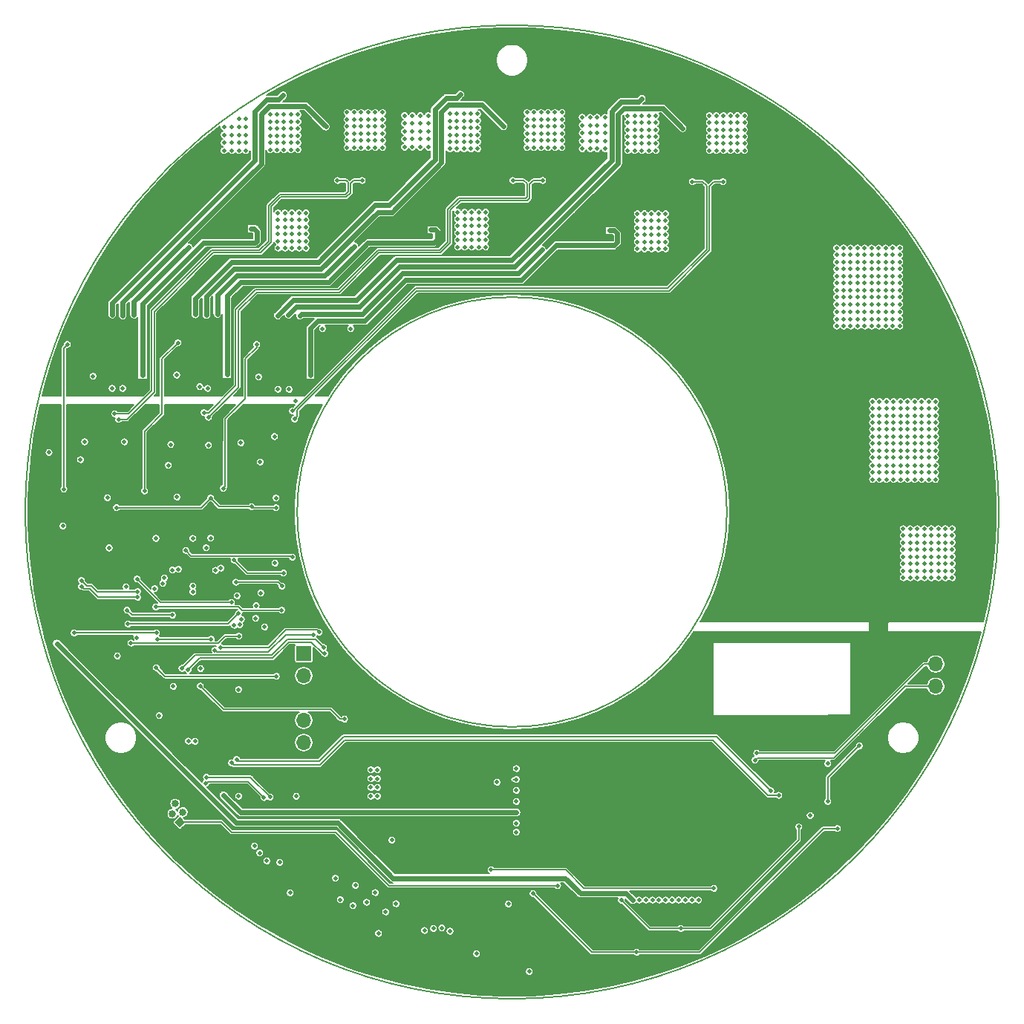
<source format=gbr>
%TF.GenerationSoftware,KiCad,Pcbnew,5.1.6+dfsg1-1*%
%TF.CreationDate,2021-01-27T11:44:38+01:00*%
%TF.ProjectId,gesc,67657363-2e6b-4696-9361-645f70636258,6*%
%TF.SameCoordinates,Original*%
%TF.FileFunction,Copper,L2,Inr*%
%TF.FilePolarity,Positive*%
%FSLAX46Y46*%
G04 Gerber Fmt 4.6, Leading zero omitted, Abs format (unit mm)*
G04 Created by KiCad (PCBNEW 5.1.6+dfsg1-1) date 2021-01-27 11:44:38*
%MOMM*%
%LPD*%
G01*
G04 APERTURE LIST*
%TA.AperFunction,Profile*%
%ADD10C,0.200000*%
%TD*%
%TA.AperFunction,ViaPad*%
%ADD11R,1.700000X1.700000*%
%TD*%
%TA.AperFunction,ViaPad*%
%ADD12O,1.700000X1.700000*%
%TD*%
%TA.AperFunction,ViaPad*%
%ADD13C,1.850000*%
%TD*%
%TA.AperFunction,ViaPad*%
%ADD14C,0.840000*%
%TD*%
%TA.AperFunction,ViaPad*%
%ADD15C,0.100000*%
%TD*%
%TA.AperFunction,ViaPad*%
%ADD16C,0.500000*%
%TD*%
%TA.AperFunction,Conductor*%
%ADD17C,0.150000*%
%TD*%
%TA.AperFunction,Conductor*%
%ADD18C,0.600000*%
%TD*%
%TA.AperFunction,Conductor*%
%ADD19C,0.200000*%
%TD*%
%TA.AperFunction,Conductor*%
%ADD20C,0.210000*%
%TD*%
G04 APERTURE END LIST*
D10*
X155499800Y-99999800D02*
G75*
G03*
X155499800Y-99999800I-55500000J0D01*
G01*
X124500000Y-100000000D02*
G75*
G03*
X124500000Y-100000000I-24500000J0D01*
G01*
D11*
X148299800Y-114799800D03*
D12*
X148299800Y-117339800D03*
X148299800Y-119879800D03*
X76249800Y-126284800D03*
X76249800Y-123744800D03*
X76249800Y-121204800D03*
X76249800Y-118664800D03*
D11*
X76249800Y-116124800D03*
D13*
X59051280Y-131604760D03*
X63835564Y-136918246D03*
D14*
X60410060Y-133442623D03*
X61588140Y-133256537D03*
X61279930Y-134408712D03*
X62458010Y-134222625D03*
%TA.AperFunction,ViaPad*%
D15*
G36*
X62742956Y-135405886D02*
G01*
X62118714Y-135967956D01*
X61556644Y-135343714D01*
X62180886Y-134781644D01*
X62742956Y-135405886D01*
G37*
%TD.AperFunction*%
D16*
X99599800Y-144689800D03*
X62799800Y-104399800D03*
X74949800Y-105149800D03*
X96499800Y-128699800D03*
X95599800Y-128699800D03*
X94799800Y-128699800D03*
X93999800Y-128699800D03*
X117399800Y-149699778D03*
X110299800Y-66099800D03*
X110299800Y-65199800D03*
X111099800Y-65199800D03*
X110299800Y-67899800D03*
X111099800Y-67899800D03*
X111099800Y-66099800D03*
X110299800Y-66999800D03*
X111099800Y-66999800D03*
X89899800Y-66899800D03*
X89899800Y-65999800D03*
X89899800Y-67799800D03*
X90699800Y-66899800D03*
X90699800Y-65099800D03*
X89899800Y-65099800D03*
X90699800Y-67799800D03*
X90699800Y-65999800D03*
X70199800Y-67699800D03*
X70199800Y-66799800D03*
X70199800Y-64999800D03*
X70199800Y-65899800D03*
X131399800Y-102099800D03*
X132199800Y-102099800D03*
X132999800Y-102099800D03*
X133799800Y-102099800D03*
X134599800Y-102099800D03*
X135399800Y-102099800D03*
X136199800Y-102099800D03*
X136999800Y-102099800D03*
X131399800Y-102899800D03*
X132199800Y-102899800D03*
X132999800Y-102899800D03*
X133799800Y-102899800D03*
X134599800Y-102899800D03*
X135399800Y-102899800D03*
X136199800Y-102899800D03*
X136999800Y-102899800D03*
X131399800Y-103699800D03*
X132199800Y-103699800D03*
X132999800Y-103699800D03*
X133799800Y-103699800D03*
X134599800Y-103699800D03*
X135399800Y-103699800D03*
X136199800Y-103699800D03*
X136999800Y-103699800D03*
X131399800Y-104499800D03*
X132199800Y-104499800D03*
X132999800Y-104499800D03*
X133799800Y-104499800D03*
X134599800Y-104499800D03*
X135399800Y-104499800D03*
X136199800Y-104499800D03*
X136999800Y-104499800D03*
X131399800Y-105299800D03*
X132199800Y-105299800D03*
X132999800Y-105299800D03*
X133799800Y-105299800D03*
X134599800Y-105299800D03*
X135399800Y-105299800D03*
X136199800Y-105299800D03*
X136999800Y-105299800D03*
X131399800Y-106099800D03*
X132199800Y-106099800D03*
X132999800Y-106099800D03*
X133799800Y-106099800D03*
X134599800Y-106099800D03*
X135399800Y-106099800D03*
X136199800Y-106099800D03*
X136999800Y-106099800D03*
X131399800Y-106899800D03*
X132199800Y-106899800D03*
X132999800Y-106899800D03*
X133799800Y-106899800D03*
X134599800Y-106899800D03*
X135399800Y-106899800D03*
X136199800Y-106899800D03*
X136999800Y-106899800D03*
X131399800Y-107699800D03*
X132199800Y-107699800D03*
X132999800Y-107699800D03*
X133799800Y-107699800D03*
X134599800Y-107699800D03*
X135399800Y-107699800D03*
X136199800Y-107699800D03*
X136999800Y-107699800D03*
X131799800Y-87499800D03*
X128599800Y-88299800D03*
X128599800Y-89099800D03*
X132599800Y-89099800D03*
X132599800Y-88299800D03*
X130999800Y-88299800D03*
X130999800Y-87499800D03*
X131799800Y-88299800D03*
X130199800Y-89099800D03*
X130199800Y-88299800D03*
X129399800Y-89099800D03*
X132599800Y-87499800D03*
X130999800Y-89099800D03*
X129399800Y-87499800D03*
X129399800Y-88299800D03*
X130199800Y-87499800D03*
X128599800Y-87499800D03*
X131799800Y-89099800D03*
X130199800Y-89899800D03*
X131799800Y-91499800D03*
X130999800Y-89899800D03*
X130199800Y-90699800D03*
X129399800Y-91499800D03*
X132599800Y-89899800D03*
X128599800Y-91499800D03*
X131799800Y-89899800D03*
X128599800Y-90699800D03*
X132599800Y-90699800D03*
X132599800Y-91499800D03*
X129399800Y-89899800D03*
X130199800Y-91499800D03*
X128599800Y-89899800D03*
X129399800Y-90699800D03*
X131799800Y-90699800D03*
X130999800Y-90699800D03*
X130999800Y-91499800D03*
X69449800Y-67699800D03*
X69449800Y-66799800D03*
X69449800Y-64999800D03*
X69449800Y-65899800D03*
X68699800Y-67699800D03*
X68699800Y-66799800D03*
X68699800Y-64999800D03*
X68699800Y-65899800D03*
X67949800Y-66799800D03*
X67949800Y-64999800D03*
X67949800Y-67699800D03*
X67949800Y-65899800D03*
X70199800Y-68449800D03*
X68699800Y-68449800D03*
X69449800Y-68449800D03*
X67949800Y-68449800D03*
X89899800Y-68599800D03*
X90699800Y-68599800D03*
X88299800Y-66899800D03*
X88299800Y-65999800D03*
X88299800Y-67799800D03*
X89099800Y-66899800D03*
X89099800Y-65099800D03*
X88299800Y-65099800D03*
X89099800Y-67799800D03*
X89099800Y-65999800D03*
X88299800Y-68599800D03*
X89099800Y-68599800D03*
X108699800Y-66099800D03*
X108699800Y-65199800D03*
X109499800Y-65199800D03*
X108699800Y-67899800D03*
X109499800Y-67899800D03*
X109499800Y-66099800D03*
X108699800Y-66999800D03*
X109499800Y-66999800D03*
X110299800Y-68699800D03*
X111099800Y-68699800D03*
X108699800Y-68699800D03*
X109499800Y-68699800D03*
X131799800Y-92299800D03*
X132599800Y-93899800D03*
X132599800Y-93099800D03*
X130999800Y-93099800D03*
X130999800Y-92299800D03*
X131799800Y-93099800D03*
X130199800Y-93899800D03*
X130199800Y-93099800D03*
X129399800Y-93899800D03*
X132599800Y-92299800D03*
X130999800Y-93899800D03*
X130199800Y-92299800D03*
X131799800Y-93899800D03*
X128599800Y-93099800D03*
X128599800Y-93899800D03*
X129399800Y-92299800D03*
X129399800Y-93099800D03*
X128599800Y-92299800D03*
X130199800Y-94699800D03*
X131799800Y-96299800D03*
X130999800Y-94699800D03*
X130199800Y-95499800D03*
X129399800Y-96299800D03*
X132599800Y-94699800D03*
X128599800Y-96299800D03*
X131799800Y-94699800D03*
X128599800Y-95499800D03*
X132599800Y-95499800D03*
X132599800Y-96299800D03*
X129399800Y-94699800D03*
X130199800Y-96299800D03*
X128599800Y-94699800D03*
X129399800Y-95499800D03*
X131799800Y-95499800D03*
X130999800Y-95499800D03*
X130999800Y-96299800D03*
X134099800Y-87499800D03*
X134899800Y-89099800D03*
X134899800Y-88299800D03*
X133299800Y-88299800D03*
X133299800Y-87499800D03*
X134099800Y-88299800D03*
X133299800Y-89099800D03*
X134099800Y-89099800D03*
X134099800Y-91499800D03*
X133299800Y-89899800D03*
X134899800Y-89899800D03*
X134099800Y-89899800D03*
X134899800Y-90699800D03*
X134899800Y-91499800D03*
X134099800Y-90699800D03*
X133299800Y-90699800D03*
X133299800Y-91499800D03*
X134099800Y-93899800D03*
X134099800Y-94699800D03*
X133299800Y-93099800D03*
X133299800Y-92299800D03*
X134099800Y-95499800D03*
X134899800Y-93099800D03*
X134899800Y-96299800D03*
X134099800Y-96299800D03*
X134099800Y-93099800D03*
X133299800Y-93899800D03*
X133299800Y-96299800D03*
X134899800Y-94699800D03*
X133299800Y-94699800D03*
X133299800Y-95499800D03*
X134899800Y-95499800D03*
X134899800Y-92299800D03*
X134899800Y-93899800D03*
X134099800Y-92299800D03*
X135699800Y-89899800D03*
X135699800Y-95499800D03*
X135699800Y-93099800D03*
X135699800Y-91499800D03*
X135699800Y-92299800D03*
X135699800Y-93899800D03*
X135699800Y-90699800D03*
X135699800Y-96299800D03*
X135699800Y-94699800D03*
X135699800Y-88299800D03*
X135699800Y-89099800D03*
X135699800Y-87499800D03*
X134899800Y-87499800D03*
X122899800Y-133099800D03*
X122899800Y-133799800D03*
X122899800Y-134499800D03*
X122899800Y-135299800D03*
X95899800Y-140999800D03*
X95199800Y-140999800D03*
X94499800Y-140999800D03*
X124499800Y-77899800D03*
X128499800Y-77899800D03*
X128499800Y-78699800D03*
X125299800Y-77099800D03*
X126099800Y-78699800D03*
X124499800Y-77099800D03*
X125299800Y-77899800D03*
X127699800Y-77899800D03*
X126899800Y-77899800D03*
X126899800Y-78699800D03*
X129999800Y-69199800D03*
X130799800Y-71499800D03*
X130799800Y-70699800D03*
X129199800Y-69999800D03*
X129199800Y-69199800D03*
X129999800Y-69999800D03*
X129199800Y-70799800D03*
X129999800Y-70799800D03*
X129999800Y-73899800D03*
X129199800Y-71599800D03*
X130799800Y-72299800D03*
X129999800Y-71599800D03*
X130799800Y-73099800D03*
X130799800Y-73899800D03*
X129999800Y-72399800D03*
X129199800Y-72399800D03*
X129199800Y-73899800D03*
X129999800Y-76299800D03*
X129999800Y-77099800D03*
X129199800Y-75499800D03*
X129199800Y-74699800D03*
X129999800Y-77899800D03*
X130799800Y-75499800D03*
X130799800Y-78699800D03*
X129999800Y-78699800D03*
X129999800Y-75499800D03*
X129199800Y-76299800D03*
X129199800Y-78699800D03*
X130799800Y-77099800D03*
X129199800Y-77099800D03*
X129199800Y-77899800D03*
X130799800Y-77899800D03*
X130799800Y-74699800D03*
X130799800Y-76299800D03*
X129999800Y-74699800D03*
X131599800Y-72299800D03*
X131599800Y-77899800D03*
X131599800Y-75499800D03*
X131599800Y-73899800D03*
X131599800Y-74699800D03*
X131599800Y-76299800D03*
X131599800Y-73099800D03*
X131599800Y-78699800D03*
X131599800Y-77099800D03*
X131599800Y-70699800D03*
X131599800Y-71499800D03*
X131599800Y-69899800D03*
X130799800Y-69899800D03*
X127699800Y-74699800D03*
X128499800Y-76299800D03*
X128499800Y-75499800D03*
X126899800Y-75499800D03*
X126899800Y-74699800D03*
X127699800Y-75499800D03*
X126099800Y-76299800D03*
X126099800Y-75499800D03*
X125299800Y-76299800D03*
X128499800Y-74699800D03*
X126899800Y-76299800D03*
X126099800Y-74699800D03*
X127699800Y-76299800D03*
X124499800Y-75499800D03*
X124499800Y-76299800D03*
X125299800Y-74699800D03*
X125299800Y-75499800D03*
X124499800Y-74699800D03*
X126099800Y-77099800D03*
X127699800Y-78699800D03*
X126899800Y-77099800D03*
X126099800Y-77899800D03*
X125299800Y-78699800D03*
X128499800Y-77099800D03*
X124499800Y-78699800D03*
X127699800Y-77099800D03*
X127699800Y-69199800D03*
X124499800Y-69999800D03*
X124499800Y-70799800D03*
X128499800Y-70799800D03*
X128499800Y-69999800D03*
X126899800Y-69999800D03*
X126899800Y-69199800D03*
X127699800Y-69999800D03*
X126099800Y-70799800D03*
X126099800Y-69999800D03*
X125299800Y-70799800D03*
X128499800Y-69199800D03*
X126899800Y-70799800D03*
X125299800Y-69199800D03*
X125299800Y-69999800D03*
X126099800Y-69199800D03*
X124499800Y-69199800D03*
X127699800Y-70799800D03*
X126099800Y-71599800D03*
X127699800Y-73899800D03*
X126899800Y-71599800D03*
X126099800Y-72399800D03*
X125299800Y-73899800D03*
X128499800Y-71599800D03*
X124499800Y-73899800D03*
X127699800Y-71599800D03*
X124499800Y-72399800D03*
X128499800Y-72399800D03*
X128499800Y-73899800D03*
X125299800Y-71599800D03*
X126099800Y-73899800D03*
X124499800Y-71599800D03*
X125299800Y-72399800D03*
X127699800Y-72399800D03*
X126899800Y-72399800D03*
X126899800Y-73899800D03*
X111099800Y-141199800D03*
X111799800Y-139899800D03*
X111099800Y-139899800D03*
X111099800Y-140599800D03*
X49599800Y-82699800D03*
X57899800Y-84399800D03*
X61999800Y-82499800D03*
X67499800Y-84299800D03*
X71299800Y-82699800D03*
X76999800Y-84399800D03*
X78599800Y-81649800D03*
X85599800Y-145599800D03*
X64469800Y-119849800D03*
X80899800Y-123599800D03*
X50899800Y-107799800D03*
X57299790Y-109069891D03*
X59381064Y-110818532D03*
X73724779Y-111199800D03*
X53874200Y-98374200D03*
X63599800Y-102999800D03*
X59779800Y-123219800D03*
X54059800Y-104099800D03*
X54999800Y-116409800D03*
X74699800Y-143429800D03*
X79849800Y-141769800D03*
X82149800Y-142569800D03*
X84409800Y-143389800D03*
X86759800Y-144669800D03*
X84789800Y-148049800D03*
X95939800Y-150359800D03*
X101959800Y-152399800D03*
X83899800Y-132399800D03*
X84649800Y-132399800D03*
X84649800Y-131399800D03*
X83899800Y-131399800D03*
X84649800Y-130399800D03*
X83899800Y-130399800D03*
X84649800Y-129399800D03*
X83899800Y-129399800D03*
X61799800Y-98299800D03*
X133999800Y-134599800D03*
X73099808Y-98399800D03*
X72974821Y-105824790D03*
X47199800Y-93199800D03*
X51265807Y-92006000D03*
X61099800Y-92299800D03*
X55799800Y-91999800D03*
X69074800Y-92124802D03*
X75399800Y-132399800D03*
X86299800Y-137399800D03*
X98299800Y-130799800D03*
X135999800Y-128699800D03*
X72924821Y-91399800D03*
X61374790Y-119879800D03*
X68824779Y-120249800D03*
X68824779Y-132399800D03*
X75313917Y-87313917D03*
X78399800Y-79099800D03*
X55999790Y-108529800D03*
X50799800Y-94037300D03*
X56099800Y-111199800D03*
X60799800Y-94693600D03*
X61274779Y-111749800D03*
X56199800Y-112769800D03*
X68799800Y-111599800D03*
X71274779Y-94299800D03*
X59417749Y-117749800D03*
X73129300Y-118729300D03*
X81599800Y-79099796D03*
X83419800Y-144499800D03*
X70762709Y-112118819D03*
X81859800Y-144879800D03*
X69132383Y-112231204D03*
X80409800Y-144199800D03*
X68958324Y-112857477D03*
X92929800Y-147789800D03*
X77990525Y-113693056D03*
X66731598Y-115416343D03*
X91989800Y-147429800D03*
X78506066Y-115443534D03*
X62369809Y-117819798D03*
X91029800Y-147479800D03*
X78654518Y-116127624D03*
X63050918Y-117981372D03*
X90019800Y-147709800D03*
X66126821Y-115768852D03*
X77349800Y-113974991D03*
X70629800Y-138099800D03*
X60358786Y-107519531D03*
X71239800Y-138879800D03*
X60199800Y-108149800D03*
X72049802Y-139769800D03*
X59265918Y-108723441D03*
X68324779Y-105499800D03*
X73949800Y-106949800D03*
X73770212Y-108439388D03*
X68524779Y-107999800D03*
X127699800Y-128299800D03*
X63089800Y-126119800D03*
X63599800Y-108449787D03*
X63869800Y-126159800D03*
X63599800Y-109099800D03*
X73509800Y-139949800D03*
X64489800Y-117849800D03*
X67999800Y-110299800D03*
X54399800Y-85899800D03*
X57249800Y-107649800D03*
X64399800Y-85699800D03*
X68656805Y-109547927D03*
X73299802Y-85999802D03*
X71349800Y-109249800D03*
X81199800Y-58449800D03*
X82799800Y-56849800D03*
X81199800Y-57649800D03*
X84399800Y-54449800D03*
X84399800Y-56049800D03*
X84399800Y-57649800D03*
X81199800Y-56849800D03*
X82799800Y-56049800D03*
X81199800Y-55249800D03*
X81999800Y-56849800D03*
X81999800Y-56049800D03*
X81999800Y-57649800D03*
X82799800Y-54449800D03*
X84399800Y-56849800D03*
X82799800Y-58449800D03*
X81199800Y-56049800D03*
X81999800Y-58449800D03*
X83599800Y-58449800D03*
X81999800Y-54449800D03*
X83599800Y-55249800D03*
X83599800Y-54449800D03*
X81999800Y-55249800D03*
X82799800Y-55249800D03*
X83599800Y-56849800D03*
X84399800Y-58449800D03*
X82799800Y-57649800D03*
X83599800Y-56049800D03*
X81199800Y-54449800D03*
X83599800Y-57649800D03*
X84399800Y-55249800D03*
X85249800Y-54449800D03*
X85249800Y-58449800D03*
X85249800Y-55249800D03*
X85249800Y-56849800D03*
X85249800Y-56049800D03*
X85249800Y-57649800D03*
X55149798Y-89449802D03*
X82899800Y-62199800D03*
X105699800Y-56049800D03*
X104899800Y-57649800D03*
X104899800Y-56849800D03*
X101699800Y-58449800D03*
X101699800Y-56049800D03*
X105699800Y-58449800D03*
X101699800Y-56849800D03*
X104099800Y-56049800D03*
X104099800Y-58449800D03*
X102499800Y-56049800D03*
X104099800Y-55249800D03*
X104899800Y-54449800D03*
X103299800Y-54449800D03*
X103299800Y-55249800D03*
X101699800Y-57649800D03*
X104099800Y-57649800D03*
X102499800Y-58449800D03*
X104099800Y-56849800D03*
X101699800Y-54449800D03*
X105699800Y-55249800D03*
X104899800Y-58449800D03*
X104899800Y-55249800D03*
X103299800Y-56849800D03*
X102499800Y-56849800D03*
X102499800Y-57649800D03*
X102499800Y-54449800D03*
X104899800Y-56049800D03*
X104099800Y-54449800D03*
X105699800Y-56849800D03*
X103299800Y-57649800D03*
X102499800Y-55249800D03*
X105699800Y-57649800D03*
X101699800Y-55249800D03*
X103299800Y-56049800D03*
X103299800Y-58449800D03*
X105699800Y-54449800D03*
X65399800Y-89199800D03*
X103499800Y-62199800D03*
X67999800Y-128599800D03*
X130399800Y-132299800D03*
X66189800Y-106648331D03*
X68599800Y-128199800D03*
X129499800Y-131799800D03*
X66799800Y-106399800D03*
X65399800Y-92399800D03*
X65124769Y-104083186D03*
X124899800Y-54799800D03*
X123299800Y-57199800D03*
X126499800Y-57199800D03*
X122499800Y-57999800D03*
X125699800Y-54799800D03*
X126499800Y-54799800D03*
X123299800Y-58799800D03*
X124099800Y-58799800D03*
X124899800Y-58799800D03*
X125699800Y-58799800D03*
X126499800Y-58799800D03*
X122499800Y-56399800D03*
X123299800Y-56399800D03*
X124099800Y-56399800D03*
X124899800Y-56399800D03*
X122499800Y-57199800D03*
X124099800Y-57199800D03*
X124899800Y-57199800D03*
X125699800Y-57199800D03*
X122499800Y-55599800D03*
X126499800Y-57999800D03*
X122499800Y-58799800D03*
X123299800Y-57999800D03*
X124099800Y-57999800D03*
X124899800Y-57999800D03*
X125699800Y-57999800D03*
X125699800Y-55599800D03*
X126499800Y-55599800D03*
X123299800Y-54799800D03*
X122499800Y-54799800D03*
X123299800Y-55599800D03*
X124099800Y-55599800D03*
X124899800Y-55599800D03*
X124099800Y-54799800D03*
X125699800Y-56399800D03*
X126499800Y-56399800D03*
X124049800Y-62349800D03*
X75199800Y-89399800D03*
X146999800Y-101899800D03*
X147799800Y-107499800D03*
X148599800Y-107499800D03*
X149399800Y-107499800D03*
X150199800Y-107499800D03*
X147799800Y-102699800D03*
X146199800Y-105099800D03*
X145399800Y-101899800D03*
X147799800Y-101899800D03*
X144599800Y-101899800D03*
X148599800Y-101899800D03*
X149399800Y-105099800D03*
X150199800Y-105099800D03*
X144599800Y-105899800D03*
X145399800Y-105899800D03*
X148599800Y-102699800D03*
X149399800Y-102699800D03*
X146199800Y-106699800D03*
X146999800Y-106699800D03*
X147799800Y-106699800D03*
X148599800Y-106699800D03*
X149399800Y-106699800D03*
X145399800Y-104299800D03*
X146199800Y-104299800D03*
X146999800Y-104299800D03*
X147799800Y-104299800D03*
X145399800Y-105099800D03*
X146999800Y-105099800D03*
X147799800Y-105099800D03*
X148599800Y-105099800D03*
X144599800Y-103499800D03*
X145399800Y-103499800D03*
X144599800Y-102699800D03*
X149399800Y-105899800D03*
X150199800Y-105899800D03*
X144599800Y-106699800D03*
X145399800Y-106699800D03*
X150199800Y-106699800D03*
X144599800Y-107499800D03*
X145399800Y-107499800D03*
X146199800Y-107499800D03*
X146999800Y-107499800D03*
X146199800Y-105899800D03*
X146999800Y-105899800D03*
X147799800Y-105899800D03*
X148599800Y-105899800D03*
X148599800Y-103499800D03*
X149399800Y-103499800D03*
X150199800Y-103499800D03*
X144599800Y-104299800D03*
X146199800Y-102699800D03*
X145399800Y-102699800D03*
X149399800Y-101899800D03*
X146199800Y-103499800D03*
X146999800Y-103499800D03*
X147799800Y-103499800D03*
X146999800Y-102699800D03*
X146199800Y-101899800D03*
X148599800Y-104299800D03*
X149399800Y-104299800D03*
X150199800Y-104299800D03*
X144599800Y-105099800D03*
X150199800Y-101899800D03*
X150199800Y-102699800D03*
X118999800Y-144249800D03*
X118249800Y-144249800D03*
X117499800Y-144249800D03*
X113749800Y-144249800D03*
X114499800Y-144249800D03*
X115249800Y-144249800D03*
X115999800Y-144249800D03*
X116749800Y-144249800D03*
X121249800Y-144249800D03*
X120499800Y-144249800D03*
X119749800Y-144249800D03*
X135999800Y-132999800D03*
X109699800Y-54999800D03*
X109699800Y-55899800D03*
X109699800Y-57699800D03*
X110599800Y-57699800D03*
X110599800Y-54999800D03*
X110599800Y-58599800D03*
X109699800Y-56799800D03*
X110599800Y-56799800D03*
X110599800Y-55899800D03*
X109699800Y-58599800D03*
X89549800Y-55699800D03*
X89549800Y-58399800D03*
X89549800Y-54799800D03*
X90449800Y-56599800D03*
X90449800Y-55699800D03*
X89549800Y-56599800D03*
X89549800Y-57499800D03*
X90449800Y-54799800D03*
X90449800Y-57499800D03*
X68849800Y-56099800D03*
X68849800Y-55199800D03*
X68849800Y-58799800D03*
X68849800Y-56999800D03*
X68849800Y-57899800D03*
X113199800Y-55599800D03*
X113999800Y-58799800D03*
X115599800Y-57199800D03*
X116399800Y-57999800D03*
X113999800Y-54799800D03*
X114799800Y-57999800D03*
X115599800Y-56399800D03*
X114799800Y-54799800D03*
X115599800Y-55599800D03*
X113199800Y-54799800D03*
X113199800Y-56399800D03*
X114799800Y-55599800D03*
X115599800Y-58799800D03*
X116399800Y-54799800D03*
X114799800Y-56399800D03*
X113999800Y-57999800D03*
X113999800Y-57199800D03*
X116399800Y-58799800D03*
X116399800Y-55599800D03*
X115599800Y-57999800D03*
X113999800Y-55599800D03*
X113199800Y-57199800D03*
X114799800Y-57199800D03*
X115599800Y-54799800D03*
X116399800Y-57199800D03*
X114799800Y-58799800D03*
X113199800Y-58799800D03*
X116399800Y-56399800D03*
X113199800Y-57999800D03*
X113999800Y-56399800D03*
X94499800Y-54599800D03*
X92899800Y-55399800D03*
X93699800Y-54599800D03*
X92899800Y-56199800D03*
X94499800Y-56199800D03*
X96099800Y-54599800D03*
X92899800Y-58599800D03*
X96099800Y-58599800D03*
X96099800Y-56999800D03*
X92899800Y-56999800D03*
X93699800Y-58599800D03*
X95299800Y-55399800D03*
X95299800Y-57799800D03*
X96099800Y-56199800D03*
X95299800Y-56199800D03*
X93699800Y-56199800D03*
X95299800Y-56999800D03*
X93699800Y-56999800D03*
X94499800Y-57799800D03*
X94499800Y-56999800D03*
X95299800Y-58599800D03*
X93699800Y-55399800D03*
X94499800Y-55399800D03*
X92899800Y-57799800D03*
X96099800Y-55399800D03*
X93699800Y-57799800D03*
X95299800Y-54599800D03*
X94499800Y-58599800D03*
X96099800Y-57799800D03*
X92899800Y-54599800D03*
X74799800Y-58699800D03*
X72399800Y-55499800D03*
X73199800Y-54699800D03*
X73199800Y-57099800D03*
X75599800Y-56299800D03*
X73199800Y-56299800D03*
X75599800Y-57899800D03*
X72399800Y-57899800D03*
X75599800Y-54699800D03*
X72399800Y-57099800D03*
X73999800Y-58699800D03*
X74799800Y-57099800D03*
X75599800Y-58699800D03*
X73199800Y-57899800D03*
X72399800Y-54699800D03*
X73999800Y-57099800D03*
X72399800Y-56299800D03*
X73999800Y-54699800D03*
X74799800Y-57899800D03*
X73199800Y-58699800D03*
X74799800Y-55499800D03*
X73999800Y-57899800D03*
X73999800Y-55499800D03*
X73199800Y-55499800D03*
X74799800Y-54699800D03*
X74799800Y-56299800D03*
X75599800Y-57099800D03*
X75599800Y-55499800D03*
X73999800Y-56299800D03*
X72399800Y-58699800D03*
X144299800Y-91399800D03*
X144299800Y-89799800D03*
X145099800Y-89799800D03*
X141899800Y-90599800D03*
X143499800Y-91399800D03*
X145099800Y-91399800D03*
X141899800Y-89799800D03*
X141099800Y-90599800D03*
X145099800Y-90599800D03*
X143499800Y-90599800D03*
X143499800Y-89799800D03*
X144299800Y-90599800D03*
X142699800Y-91399800D03*
X141099800Y-89799800D03*
X141899800Y-91399800D03*
X141099800Y-91399800D03*
X142699800Y-90599800D03*
X142699800Y-89799800D03*
X142699800Y-93799800D03*
X145099800Y-92999800D03*
X141899800Y-93799800D03*
X144299800Y-92199800D03*
X141099800Y-92199800D03*
X141899800Y-92199800D03*
X144299800Y-92999800D03*
X143499800Y-92999800D03*
X141899800Y-92999800D03*
X143499800Y-93799800D03*
X142699800Y-92999800D03*
X141099800Y-92999800D03*
X143499800Y-92199800D03*
X145099800Y-92199800D03*
X141099800Y-93799800D03*
X144299800Y-93799800D03*
X142699800Y-92199800D03*
X145099800Y-93799800D03*
X144299800Y-95499800D03*
X141899800Y-96299800D03*
X141899800Y-95499800D03*
X141899800Y-94699800D03*
X141099800Y-94699800D03*
X141099800Y-96299800D03*
X144299800Y-96299800D03*
X143499800Y-96299800D03*
X145099800Y-95499800D03*
X143499800Y-94699800D03*
X141099800Y-95499800D03*
X145099800Y-94699800D03*
X142699800Y-94699800D03*
X145099800Y-96299800D03*
X143499800Y-95499800D03*
X142699800Y-95499800D03*
X144299800Y-94699800D03*
X142699800Y-96299800D03*
X141099800Y-88199800D03*
X143499800Y-88999800D03*
X141899800Y-88199800D03*
X144299800Y-88999800D03*
X144299800Y-88199800D03*
X141899800Y-88999800D03*
X142699800Y-88199800D03*
X143499800Y-88199800D03*
X141099800Y-88999800D03*
X142699800Y-88999800D03*
X145099800Y-88999800D03*
X145099800Y-88199800D03*
X142699800Y-87399800D03*
X141899800Y-87399800D03*
X141099800Y-87399800D03*
X144299800Y-87399800D03*
X145099800Y-87399800D03*
X143499800Y-87399800D03*
X147499800Y-94699800D03*
X146699800Y-90599800D03*
X147499800Y-93799800D03*
X148299800Y-92999800D03*
X147499800Y-96299800D03*
X148299800Y-92199800D03*
X148299800Y-91399800D03*
X146699800Y-96299800D03*
X147499800Y-90599800D03*
X147499800Y-87399800D03*
X148299800Y-87399800D03*
X147499800Y-89799800D03*
X146699800Y-88999800D03*
X145899800Y-88199800D03*
X145899800Y-94699800D03*
X146699800Y-95499800D03*
X145899800Y-89799800D03*
X146699800Y-89799800D03*
X146699800Y-93799800D03*
X146699800Y-92999800D03*
X145899800Y-92999800D03*
X147499800Y-95499800D03*
X148299800Y-95499800D03*
X147499800Y-92199800D03*
X148299800Y-93799800D03*
X146699800Y-91399800D03*
X146699800Y-94699800D03*
X148299800Y-96299800D03*
X147499800Y-92999800D03*
X145899800Y-95499800D03*
X145899800Y-93799800D03*
X145899800Y-96299800D03*
X145899800Y-90599800D03*
X146699800Y-92199800D03*
X148299800Y-94699800D03*
X148299800Y-90599800D03*
X145899800Y-92199800D03*
X145899800Y-91399800D03*
X145899800Y-87399800D03*
X148299800Y-89799800D03*
X147499800Y-88999800D03*
X147499800Y-88199800D03*
X147499800Y-91399800D03*
X145899800Y-88999800D03*
X148299800Y-88999800D03*
X148299800Y-88199800D03*
X146699800Y-87399800D03*
X146699800Y-88199800D03*
X137799800Y-69899800D03*
X144199800Y-76299800D03*
X136999800Y-72299800D03*
X141799800Y-72299800D03*
X140199800Y-77199800D03*
X139399800Y-73099800D03*
X142599800Y-78799800D03*
X140199800Y-76299800D03*
X137799800Y-72299800D03*
X140999800Y-75499800D03*
X143399800Y-72299800D03*
X140199800Y-78799800D03*
X140999800Y-74699800D03*
X140999800Y-73899800D03*
X136999800Y-78799800D03*
X139399800Y-78799800D03*
X140199800Y-73099800D03*
X143399800Y-70699800D03*
X140199800Y-69899800D03*
X142599800Y-71499800D03*
X140999800Y-69899800D03*
X142599800Y-74699800D03*
X144199800Y-72299800D03*
X143399800Y-77199800D03*
X141799800Y-76299800D03*
X144199800Y-77199800D03*
X143399800Y-74699800D03*
X140199800Y-72299800D03*
X139399800Y-71499800D03*
X143399800Y-71499800D03*
X137799800Y-73099800D03*
X141799800Y-73099800D03*
X143399800Y-73099800D03*
X143399800Y-77999800D03*
X141799800Y-78799800D03*
X143399800Y-76299800D03*
X142599800Y-72299800D03*
X142599800Y-77999800D03*
X141799800Y-71499800D03*
X141799800Y-74699800D03*
X138599800Y-70699800D03*
X142599800Y-73899800D03*
X144199800Y-78799800D03*
X138599800Y-77199800D03*
X139399800Y-77999800D03*
X138599800Y-72299800D03*
X136999800Y-77999800D03*
X139399800Y-72299800D03*
X136999800Y-75499800D03*
X139399800Y-76299800D03*
X137799800Y-74699800D03*
X144199800Y-73899800D03*
X139399800Y-75499800D03*
X138599800Y-75499800D03*
X140199800Y-77999800D03*
X140999800Y-77999800D03*
X136999800Y-77199800D03*
X136999800Y-73899800D03*
X140199800Y-74699800D03*
X140999800Y-76299800D03*
X137799800Y-76299800D03*
X139399800Y-73899800D03*
X137799800Y-77199800D03*
X139399800Y-77199800D03*
X136999800Y-76299800D03*
X137799800Y-77999800D03*
X140999800Y-78799800D03*
X137799800Y-78799800D03*
X140199800Y-75499800D03*
X138599800Y-77999800D03*
X138599800Y-76299800D03*
X136999800Y-74699800D03*
X137799800Y-70699800D03*
X137799800Y-75499800D03*
X138599800Y-78799800D03*
X136999800Y-73099800D03*
X138599800Y-73099800D03*
X139399800Y-74699800D03*
X137799800Y-73899800D03*
X140999800Y-77199800D03*
X140999800Y-73099800D03*
X141799800Y-69899800D03*
X138599800Y-74699800D03*
X144199800Y-74699800D03*
X138599800Y-73899800D03*
X141799800Y-70699800D03*
X136999800Y-70699800D03*
X144199800Y-75499800D03*
X138599800Y-69899800D03*
X142599800Y-77199800D03*
X144199800Y-69899800D03*
X140999800Y-72299800D03*
X143399800Y-75499800D03*
X144199800Y-77999800D03*
X142599800Y-75499800D03*
X140199800Y-71499800D03*
X143399800Y-78799800D03*
X142599800Y-76299800D03*
X143399800Y-73899800D03*
X136999800Y-71499800D03*
X140199800Y-70699800D03*
X140199800Y-73899800D03*
X143399800Y-69899800D03*
X138599800Y-71499800D03*
X137799800Y-71499800D03*
X141799800Y-73899800D03*
X140999800Y-71499800D03*
X142599800Y-73099800D03*
X140999800Y-70699800D03*
X142599800Y-70699800D03*
X141799800Y-77999800D03*
X144199800Y-73099800D03*
X142599800Y-69899800D03*
X141799800Y-77199800D03*
X139399800Y-69899800D03*
X136999800Y-69899800D03*
X139399800Y-70699800D03*
X144199800Y-70699800D03*
X144199800Y-71499800D03*
X141799800Y-75499800D03*
X107999800Y-54999800D03*
X107999800Y-55899800D03*
X107999800Y-57699800D03*
X108899800Y-57699800D03*
X108899800Y-54999800D03*
X108899800Y-58599800D03*
X107999800Y-56799800D03*
X108899800Y-56799800D03*
X108899800Y-55899800D03*
X107999800Y-58599800D03*
X88649800Y-58399800D03*
X87749800Y-55699800D03*
X87749800Y-58399800D03*
X87749800Y-54799800D03*
X88649800Y-56599800D03*
X88649800Y-55699800D03*
X87749800Y-56599800D03*
X87749800Y-57499800D03*
X88649800Y-54799800D03*
X88649800Y-57499800D03*
X67149800Y-56099800D03*
X67149800Y-58799800D03*
X68049800Y-57899800D03*
X68049800Y-58799800D03*
X68049800Y-56999800D03*
X67149800Y-56999800D03*
X67149800Y-57899800D03*
X68049800Y-56099800D03*
X139599800Y-126649800D03*
X48099788Y-114999812D03*
X90449800Y-58399800D03*
X69649800Y-56099800D03*
X69649800Y-55199800D03*
X69649800Y-58799800D03*
X69649800Y-56999800D03*
X69649800Y-57899800D03*
X115099800Y-68399800D03*
X116699800Y-65999800D03*
X115099800Y-69199800D03*
X117499800Y-68399800D03*
X114299800Y-65999800D03*
X115899800Y-68399800D03*
X117499800Y-67599800D03*
X116699800Y-66799800D03*
X116699800Y-67599800D03*
X115899800Y-65999800D03*
X115099800Y-69999800D03*
X117499800Y-69999800D03*
X117499800Y-69199800D03*
X115099800Y-66799800D03*
X114299800Y-69199800D03*
X116699800Y-69199800D03*
X114299800Y-69999800D03*
X115899800Y-69199800D03*
X115899800Y-69999800D03*
X114299800Y-66799800D03*
X115899800Y-66799800D03*
X117499800Y-66799800D03*
X114299800Y-68399800D03*
X116699800Y-69999800D03*
X114299800Y-67599800D03*
X115899800Y-67599800D03*
X115099800Y-65999800D03*
X117499800Y-65999800D03*
X115099800Y-67599800D03*
X116699800Y-68399800D03*
X120549800Y-62349800D03*
X74940371Y-88487463D03*
X67074810Y-97305696D03*
X70899799Y-80899800D03*
X74499800Y-77499800D03*
X119449804Y-56249800D03*
X95399800Y-66599800D03*
X96199800Y-68999800D03*
X96199800Y-67399800D03*
X96999800Y-69799800D03*
X94599800Y-69799800D03*
X96999800Y-65799800D03*
X96999800Y-68999800D03*
X96999800Y-68199800D03*
X95399800Y-69799800D03*
X96199800Y-68199800D03*
X96999800Y-67399800D03*
X95399800Y-67399800D03*
X93799800Y-65799800D03*
X95399800Y-65799800D03*
X94599800Y-66599800D03*
X94599800Y-68999800D03*
X94599800Y-65799800D03*
X93799800Y-68999800D03*
X96199800Y-69799800D03*
X93799800Y-67399800D03*
X96199800Y-66599800D03*
X96199800Y-65799800D03*
X93799800Y-66599800D03*
X93799800Y-69799800D03*
X94599800Y-67399800D03*
X95399800Y-68999800D03*
X93799800Y-68199800D03*
X94599800Y-68199800D03*
X96999800Y-66599800D03*
X95399800Y-68199800D03*
X58099804Y-97599800D03*
X100099800Y-62199800D03*
X64860956Y-88676283D03*
X61899800Y-80699800D03*
X65134797Y-77534803D03*
X99049800Y-55999800D03*
X76499800Y-67499800D03*
X73299800Y-67499800D03*
X73299800Y-66699800D03*
X76499800Y-69099800D03*
X73299800Y-69099800D03*
X76499800Y-68299800D03*
X74899800Y-69899800D03*
X75699800Y-69099800D03*
X74099800Y-68299800D03*
X75699800Y-66699800D03*
X76499800Y-69899800D03*
X74899800Y-66699800D03*
X73299800Y-69899800D03*
X74899800Y-65899800D03*
X74099800Y-69899800D03*
X75699800Y-67499800D03*
X74099800Y-65899800D03*
X74899800Y-69099800D03*
X74899800Y-68299800D03*
X75699800Y-68299800D03*
X74899800Y-67499800D03*
X74099800Y-69099800D03*
X75699800Y-65899800D03*
X76499800Y-66699800D03*
X75699800Y-69899800D03*
X74099800Y-66699800D03*
X73299800Y-68299800D03*
X73299800Y-65899800D03*
X76499800Y-65899800D03*
X74099800Y-67499800D03*
X48899800Y-97399800D03*
X80099800Y-62199800D03*
X54699164Y-88799588D03*
X49299802Y-80899800D03*
X55599800Y-77599800D03*
X78749800Y-56049800D03*
X54899796Y-99499800D03*
X73099800Y-99499800D03*
X70824790Y-110674790D03*
X65624779Y-98414816D03*
X70299810Y-99399800D03*
X94099800Y-52399800D03*
X63864792Y-77464792D03*
X100499800Y-136499800D03*
X100499800Y-135499800D03*
X100499800Y-134249800D03*
X100499800Y-132999800D03*
X100499800Y-131749800D03*
X100499800Y-130499800D03*
X100499800Y-129249800D03*
X137099800Y-136099800D03*
X114199800Y-150199802D03*
X67099800Y-132299800D03*
X102399796Y-143499800D03*
X52237300Y-84537300D03*
X61774800Y-84374800D03*
X71099800Y-84599800D03*
X122999800Y-142899800D03*
X97599800Y-140799800D03*
X56899800Y-77499800D03*
X63099800Y-69799800D03*
X73899800Y-52499800D03*
X54399800Y-77499800D03*
X75799800Y-77599800D03*
X103399800Y-70099800D03*
X114799800Y-52899800D03*
X73299800Y-77599800D03*
X65689800Y-114484800D03*
X59599800Y-114484800D03*
X65624779Y-102974924D03*
X59399800Y-102999800D03*
X57239800Y-114319800D03*
X48799800Y-101599806D03*
X59469804Y-113779804D03*
X50049800Y-113779800D03*
X66399800Y-77399800D03*
X81999800Y-69699798D03*
X68310431Y-112909846D03*
X65285683Y-85913917D03*
X68846085Y-114160229D03*
X55599800Y-85899800D03*
X56549800Y-114949800D03*
X74569797Y-86029805D03*
X71799800Y-113099800D03*
X50899800Y-108499800D03*
X57299790Y-109719904D03*
X127899800Y-127499800D03*
X61272940Y-106609041D03*
X65093741Y-130907374D03*
X71699798Y-132549800D03*
X61967944Y-106525452D03*
X65149800Y-130249800D03*
X72399800Y-132499800D03*
X119219800Y-147479800D03*
X112474800Y-144274800D03*
X132699800Y-135899800D03*
X105199802Y-142599798D03*
D17*
X62799800Y-104399800D02*
X63399800Y-104999800D01*
X63399800Y-104999800D02*
X74799800Y-104999800D01*
X74799800Y-104999800D02*
X74949800Y-105149800D01*
X70899800Y-68549800D02*
X70899800Y-68399800D01*
D18*
X70899800Y-69099800D02*
X70899800Y-68549800D01*
X70699800Y-69299800D02*
X70899800Y-69099800D01*
X64849800Y-69299800D02*
X70699800Y-69299800D01*
X57899800Y-76249800D02*
X64849800Y-69299800D01*
X57899800Y-84399800D02*
X57899800Y-76249800D01*
X70599800Y-67699800D02*
X70199800Y-67699800D01*
X70899800Y-67999800D02*
X70599800Y-67699800D01*
X70899800Y-68399800D02*
X70899800Y-67999800D01*
X83549800Y-69349800D02*
X91099800Y-69349800D01*
X91449800Y-67999800D02*
X91249800Y-67799800D01*
X91099800Y-69349800D02*
X91449800Y-68999800D01*
X91249800Y-67799800D02*
X90699800Y-67799800D01*
X69049789Y-73799811D02*
X79099789Y-73799811D01*
X67499800Y-84299800D02*
X67499800Y-75349800D01*
X67499800Y-75349800D02*
X69049789Y-73799811D01*
X79099789Y-73799811D02*
X83549800Y-69349800D01*
X91449800Y-68999800D02*
X91449800Y-67999800D01*
X111999800Y-68249800D02*
X111649800Y-67899800D01*
X111649800Y-67899800D02*
X111099800Y-67899800D01*
X104999800Y-69599800D02*
X111649800Y-69599800D01*
X111999800Y-69249800D02*
X111999800Y-68249800D01*
X101049800Y-73549800D02*
X104999800Y-69599800D01*
X87849800Y-73549800D02*
X101049800Y-73549800D01*
X83199800Y-78199800D02*
X87849800Y-73549800D01*
X77849800Y-78199800D02*
X83199800Y-78199800D01*
X76999800Y-79049800D02*
X77849800Y-78199800D01*
X111649800Y-69599800D02*
X111999800Y-69249800D01*
X76999800Y-84399800D02*
X76999800Y-79049800D01*
D17*
X79399796Y-122599800D02*
X79999796Y-123199800D01*
X80399796Y-123599800D02*
X80899800Y-123599800D01*
X79999796Y-123199800D02*
X80399796Y-123599800D01*
X79299796Y-122499800D02*
X79399796Y-122599800D01*
X67319800Y-122499800D02*
X79299796Y-122499800D01*
X67119800Y-122499800D02*
X67399800Y-122499800D01*
X64469800Y-119849800D02*
X67119800Y-122499800D01*
X51499800Y-108399800D02*
X51999800Y-108399800D01*
X51999800Y-108399800D02*
X52669891Y-109069891D01*
X50899800Y-107799800D02*
X51499800Y-108399800D01*
X52669891Y-109069891D02*
X57299790Y-109069891D01*
X59381064Y-110818532D02*
X68821538Y-110818532D01*
X68821538Y-110818532D02*
X69202806Y-111199800D01*
X69202806Y-111199800D02*
X73724779Y-111199800D01*
D19*
X56099800Y-111199800D02*
X56649800Y-111749800D01*
X56649800Y-111749800D02*
X61274779Y-111749800D01*
X56199800Y-112769800D02*
X67629800Y-112769800D01*
X67629800Y-112769800D02*
X68799800Y-111599800D01*
X60397249Y-118729300D02*
X59417749Y-117749800D01*
X73129300Y-118729300D02*
X60397249Y-118729300D01*
D17*
X77740526Y-113443057D02*
X77990525Y-113693056D01*
X72233257Y-115416343D02*
X74206543Y-113443057D01*
X66731598Y-115416343D02*
X72233257Y-115416343D01*
X74206543Y-113443057D02*
X77740526Y-113443057D01*
X72569811Y-116309789D02*
X63879818Y-116309789D01*
X74379608Y-114499992D02*
X72569811Y-116309789D01*
X77562524Y-114499992D02*
X74379608Y-114499992D01*
X78506066Y-115443534D02*
X77562524Y-114499992D01*
X63879818Y-116309789D02*
X62369809Y-117819798D01*
X78413152Y-116127624D02*
X77135531Y-114850003D01*
X78654518Y-116127624D02*
X78413152Y-116127624D01*
X77135531Y-114850003D02*
X74524587Y-114850003D01*
X72714791Y-116659799D02*
X64372491Y-116659799D01*
X74524587Y-114850003D02*
X72714791Y-116659799D01*
X64372491Y-116659799D02*
X63050918Y-117981372D01*
X74194609Y-113974991D02*
X72209822Y-115959778D01*
X66317747Y-115959778D02*
X66126821Y-115768852D01*
X77349800Y-113974991D02*
X74194609Y-113974991D01*
X72209822Y-115959778D02*
X66317747Y-115959778D01*
X69774779Y-106949800D02*
X73596247Y-106949800D01*
X73596247Y-106949800D02*
X73949800Y-106949800D01*
X68324779Y-105499800D02*
X69774779Y-106949800D01*
X68524779Y-107999800D02*
X73330624Y-107999800D01*
X73330624Y-107999800D02*
X73520213Y-108189389D01*
X73520213Y-108189389D02*
X73770212Y-108439388D01*
X147097719Y-119879800D02*
X148299800Y-119879800D01*
X144844078Y-119879800D02*
X147097719Y-119879800D01*
X136674077Y-128049801D02*
X144844078Y-119879800D01*
X127699800Y-128299800D02*
X127949799Y-128049801D01*
X127949799Y-128049801D02*
X136674077Y-128049801D01*
X67999800Y-110299800D02*
X59899800Y-110299800D01*
X59899800Y-110299800D02*
X57249800Y-107649800D01*
X59199800Y-77149800D02*
X65524067Y-70825533D01*
X59199800Y-86324079D02*
X59199800Y-77149800D01*
X56074077Y-89449802D02*
X59199800Y-86324079D01*
X55149798Y-89449802D02*
X56074077Y-89449802D01*
X81599800Y-62499800D02*
X81899800Y-62199800D01*
X81599800Y-63599800D02*
X81599800Y-62499800D01*
X81099788Y-64099812D02*
X81599800Y-63599800D01*
X72549800Y-69249800D02*
X72549800Y-65174078D01*
X71349800Y-70449800D02*
X72549800Y-69249800D01*
X65899800Y-70449800D02*
X71349800Y-70449800D01*
X81899800Y-62199800D02*
X82899800Y-62199800D01*
X73624066Y-64099812D02*
X81099788Y-64099812D01*
X72549800Y-65174078D02*
X73624066Y-64099812D01*
X65499800Y-70849800D02*
X65899800Y-70449800D01*
X65399800Y-89199800D02*
X68799811Y-85799789D01*
X68799811Y-85799789D02*
X68799811Y-77024067D01*
X91824068Y-70449811D02*
X92949811Y-69324068D01*
X68799811Y-77024067D02*
X70874067Y-74949811D01*
X101749789Y-64499811D02*
X101999800Y-64249800D01*
X70874067Y-74949811D02*
X80324068Y-74949811D01*
X80324068Y-74949811D02*
X84824068Y-70449811D01*
X84824068Y-70449811D02*
X91824068Y-70449811D01*
X102399800Y-62199800D02*
X103499800Y-62199800D01*
X92949811Y-69324068D02*
X92949811Y-65624067D01*
X92949811Y-65624067D02*
X94074067Y-64499811D01*
X94074067Y-64499811D02*
X101749789Y-64499811D01*
X101999800Y-64249800D02*
X101999800Y-62599800D01*
X101999800Y-62599800D02*
X102399800Y-62199800D01*
D19*
X129199800Y-132299800D02*
X130399800Y-132299800D01*
X122899800Y-125999800D02*
X129199800Y-132299800D01*
X80923800Y-125999800D02*
X122899800Y-125999800D01*
X78073801Y-128849799D02*
X80923800Y-125999800D01*
X67999800Y-128599800D02*
X68249799Y-128849799D01*
X68249799Y-128849799D02*
X78073801Y-128849799D01*
X123399800Y-125699800D02*
X129499800Y-131799800D01*
X123299800Y-125599800D02*
X123399800Y-125699800D01*
X80799800Y-125599800D02*
X123299800Y-125599800D01*
X77999800Y-128399800D02*
X80799800Y-125599800D01*
X68599800Y-128199800D02*
X68799800Y-128399800D01*
X68799800Y-128399800D02*
X77999800Y-128399800D01*
D17*
X122499800Y-62849800D02*
X122999800Y-62349800D01*
X122999800Y-62349800D02*
X124049800Y-62349800D01*
X122499800Y-70174079D02*
X122499800Y-62849800D01*
X75499800Y-88402557D02*
X89127524Y-74774833D01*
X117899046Y-74774833D02*
X122499800Y-70174079D01*
X89127524Y-74774833D02*
X117899046Y-74774833D01*
X75499800Y-89099800D02*
X75499800Y-88402557D01*
X75199800Y-89399800D02*
X75499800Y-89099800D01*
D19*
X135999800Y-130249800D02*
X139599800Y-126649800D01*
X135999800Y-132999800D02*
X135999800Y-130249800D01*
D18*
X113749800Y-144249800D02*
X112999811Y-143499811D01*
X112999811Y-143499811D02*
X107799811Y-143499811D01*
X107799811Y-143499811D02*
X106049801Y-141749801D01*
X106049801Y-141749801D02*
X86449801Y-141749801D01*
X86449801Y-141749801D02*
X80149800Y-135449800D01*
X80149800Y-135449800D02*
X68549776Y-135449800D01*
X68549776Y-135449800D02*
X48099788Y-114999812D01*
D20*
X67302780Y-97077726D02*
X67074810Y-97305696D01*
X67302780Y-91896820D02*
X67302780Y-97077726D01*
D19*
X67302780Y-91896820D02*
X67302780Y-89396820D01*
D17*
X70899799Y-81253353D02*
X70899799Y-80899800D01*
X69599800Y-82553352D02*
X70899799Y-81253353D01*
X69599800Y-87099800D02*
X69599800Y-82553352D01*
X67302780Y-89396820D02*
X69599800Y-87099800D01*
X122199800Y-62799800D02*
X122199800Y-69974800D01*
X121749800Y-62349800D02*
X122199800Y-62799800D01*
X120549800Y-62349800D02*
X121749800Y-62349800D01*
X75190370Y-88237464D02*
X74940371Y-88487463D01*
X75240615Y-88237464D02*
X75190370Y-88237464D01*
X89003257Y-74474822D02*
X75240615Y-88237464D01*
X117774778Y-74474822D02*
X89003257Y-74474822D01*
X122199800Y-70049800D02*
X117774778Y-74474822D01*
X122199800Y-69799800D02*
X122199800Y-70049800D01*
X112299800Y-60049800D02*
X112299800Y-59949800D01*
D18*
X117199804Y-53999800D02*
X119449804Y-56249800D01*
X112749800Y-53999800D02*
X117199804Y-53999800D01*
X112099800Y-54649800D02*
X112749800Y-53999800D01*
X112099800Y-60149800D02*
X112099800Y-54649800D01*
X75399822Y-76599778D02*
X74499800Y-77499800D01*
X82599822Y-76599778D02*
X75399822Y-76599778D01*
X87149800Y-72049800D02*
X82599822Y-76599778D01*
X100299800Y-72049800D02*
X87149800Y-72049800D01*
X112099800Y-60249800D02*
X100299800Y-72049800D01*
X112099800Y-59949800D02*
X112099800Y-60249800D01*
D19*
X58099804Y-90799796D02*
X58099804Y-97599800D01*
X60099800Y-88799800D02*
X58099804Y-90799796D01*
X60099800Y-87199800D02*
X60099800Y-82499800D01*
X60099800Y-86999800D02*
X60099800Y-87199800D01*
X60099800Y-87199800D02*
X60099800Y-88799800D01*
X60099800Y-82499800D02*
X61899800Y-80699800D01*
D17*
X100599800Y-62199800D02*
X100099800Y-62199800D01*
X101699800Y-64049800D02*
X101699800Y-62549800D01*
X101349800Y-62199800D02*
X100599800Y-62199800D01*
X92649800Y-65499800D02*
X93949800Y-64199800D01*
X92649800Y-69199800D02*
X92649800Y-65499800D01*
X91699800Y-70149800D02*
X92649800Y-69199800D01*
X93949800Y-64199800D02*
X101549800Y-64199800D01*
X84699800Y-70149800D02*
X91699800Y-70149800D01*
X80199800Y-74649800D02*
X84699800Y-70149800D01*
X68499800Y-85599800D02*
X68499800Y-76899799D01*
X65423317Y-88676283D02*
X68499800Y-85599800D01*
X101699800Y-62549800D02*
X101349800Y-62199800D01*
X70749799Y-74649800D02*
X80199800Y-74649800D01*
X68499800Y-76899799D02*
X70749799Y-74649800D01*
X101549800Y-64199800D02*
X101699800Y-64049800D01*
X64860956Y-88676283D02*
X65423317Y-88676283D01*
D18*
X98999800Y-55999800D02*
X99049800Y-55999800D01*
X96599800Y-53599800D02*
X98999800Y-55999800D01*
X91949800Y-54399800D02*
X92749800Y-53599800D01*
X91949800Y-60149800D02*
X91949800Y-54399800D01*
X78199800Y-72299800D02*
X84699800Y-65799800D01*
X65134797Y-77534803D02*
X65134797Y-75443453D01*
X65134797Y-75443453D02*
X68278450Y-72299800D01*
X86299800Y-65799800D02*
X91949800Y-60149800D01*
X68278450Y-72299800D02*
X78199800Y-72299800D01*
X92749800Y-53599800D02*
X96599800Y-53599800D01*
X84699800Y-65799800D02*
X86299800Y-65799800D01*
D19*
X48899800Y-84799800D02*
X48899800Y-97399800D01*
X48899800Y-84799800D02*
X48899800Y-81299802D01*
X48899800Y-81299802D02*
X49299802Y-80899800D01*
D18*
X55599800Y-76399800D02*
X55599800Y-77599800D01*
X72310474Y-53749800D02*
X76449800Y-53749800D01*
X71399800Y-54660474D02*
X72310474Y-53749800D01*
X71399800Y-60299800D02*
X71399800Y-54660474D01*
X76449800Y-53749800D02*
X78749800Y-56049800D01*
X55599800Y-76099800D02*
X71399800Y-60299800D01*
X55599800Y-76599800D02*
X55599800Y-76099800D01*
D17*
X55052717Y-88799588D02*
X54699164Y-88799588D01*
X80099800Y-62199800D02*
X81099800Y-62199800D01*
X81099800Y-62199800D02*
X81299800Y-62399800D01*
X81299800Y-62399800D02*
X81299800Y-63475522D01*
X71199800Y-70149800D02*
X65749800Y-70149800D01*
X80975521Y-63799801D02*
X73499797Y-63799801D01*
X73499797Y-63799801D02*
X72249800Y-65049798D01*
X81299800Y-63475522D02*
X80975521Y-63799801D01*
X72249800Y-69099800D02*
X71199800Y-70149800D01*
X65749800Y-70149800D02*
X58899800Y-76999800D01*
X58899800Y-86199800D02*
X56300012Y-88799588D01*
X72249800Y-65049798D02*
X72249800Y-69099800D01*
X58899800Y-76999800D02*
X58899800Y-86199800D01*
X56300012Y-88799588D02*
X55052717Y-88799588D01*
D19*
X73099800Y-99499800D02*
X70299800Y-99499800D01*
X64539795Y-99499800D02*
X65624779Y-98414816D01*
X54899796Y-99499800D02*
X64539795Y-99499800D01*
X65624779Y-98414816D02*
X66609763Y-99399800D01*
X66609763Y-99399800D02*
X70299810Y-99399800D01*
D18*
X63864792Y-75634808D02*
X63864792Y-77464792D01*
X67999800Y-71499800D02*
X63864792Y-75634808D01*
X68849800Y-71499800D02*
X67999800Y-71499800D01*
X84399800Y-64999800D02*
X77899800Y-71499800D01*
X85999800Y-64999800D02*
X84399800Y-64999800D01*
X77899800Y-71499800D02*
X68717841Y-71499800D01*
X91199789Y-59799811D02*
X85999800Y-64999800D01*
X91199789Y-54089136D02*
X91199789Y-59799811D01*
X92439125Y-52849800D02*
X91199789Y-54089136D01*
X93699800Y-52799800D02*
X92499800Y-52799800D01*
X94099800Y-52399800D02*
X93699800Y-52799800D01*
D19*
X114553353Y-150199802D02*
X114199800Y-150199802D01*
X121399798Y-150199802D02*
X114553353Y-150199802D01*
X135499800Y-136099800D02*
X121399798Y-150199802D01*
X137099800Y-136099800D02*
X135499800Y-136099800D01*
X100499800Y-130499800D02*
X100146247Y-130499800D01*
D18*
X100499800Y-134249800D02*
X69049800Y-134249800D01*
X69049800Y-134249800D02*
X67099800Y-132299800D01*
D19*
X114199800Y-150199802D02*
X109099798Y-150199802D01*
X109099798Y-150199802D02*
X102399796Y-143499800D01*
D17*
X106099800Y-140799800D02*
X97599800Y-140799800D01*
X108199800Y-142899800D02*
X106099800Y-140799800D01*
X122999800Y-142899800D02*
X108199800Y-142899800D01*
D18*
X56899800Y-77499800D02*
X56899800Y-75999800D01*
X56899800Y-75999800D02*
X63099800Y-69799800D01*
X70649800Y-54349800D02*
X70649800Y-58399800D01*
X73399800Y-52999800D02*
X71999800Y-52999800D01*
X71999800Y-52999800D02*
X70649800Y-54349800D01*
X73899800Y-52499800D02*
X73399800Y-52999800D01*
X54399800Y-76199800D02*
X54399800Y-77499800D01*
X70649800Y-59949800D02*
X54399800Y-76199800D01*
X70649800Y-57999800D02*
X70649800Y-59949800D01*
X100699800Y-72799800D02*
X103399800Y-70099800D01*
X88449800Y-72799800D02*
X100699800Y-72799800D01*
X82899800Y-77399800D02*
X87499800Y-72799800D01*
X87499800Y-72799800D02*
X88449800Y-72799800D01*
X75999800Y-77399800D02*
X82899800Y-77399800D01*
X75799800Y-77599800D02*
X75999800Y-77399800D01*
X82249833Y-75849767D02*
X75049833Y-75849767D01*
X99949800Y-71299800D02*
X86799800Y-71299800D01*
X75049833Y-75849767D02*
X73299800Y-77599800D01*
X86799800Y-71299800D02*
X82249833Y-75849767D01*
X111349789Y-59899811D02*
X99949800Y-71299800D01*
X111349789Y-54339136D02*
X111349789Y-59899811D01*
X114449800Y-53249800D02*
X112439125Y-53249800D01*
X112439125Y-53249800D02*
X111349789Y-54339136D01*
X114799800Y-52899800D02*
X114449800Y-53249800D01*
D19*
X59599800Y-114484800D02*
X65689800Y-114484800D01*
X59469800Y-113779800D02*
X59469804Y-113779804D01*
X50049800Y-113779800D02*
X59469800Y-113779800D01*
D18*
X66399800Y-75239124D02*
X66399800Y-75939125D01*
X66399800Y-75939125D02*
X66399800Y-77399800D01*
X78649798Y-73049800D02*
X68589124Y-73049800D01*
X81999800Y-69699798D02*
X78649798Y-73049800D01*
X68589124Y-73049800D02*
X66399800Y-75239124D01*
D17*
X67284710Y-114160229D02*
X68846085Y-114160229D01*
X66485138Y-114959801D02*
X67284710Y-114160229D01*
X56559801Y-114959801D02*
X66485138Y-114959801D01*
X56549800Y-114949800D02*
X56559801Y-114959801D01*
X52819904Y-109719904D02*
X51849799Y-108749799D01*
X57299790Y-109719904D02*
X52819904Y-109719904D01*
X51849799Y-108749799D02*
X51149799Y-108749799D01*
X51149799Y-108749799D02*
X50899800Y-108499800D01*
X146959800Y-117339800D02*
X148299800Y-117339800D01*
X136799800Y-127499800D02*
X146959800Y-117339800D01*
X127899800Y-127499800D02*
X136799800Y-127499800D01*
X69899798Y-130749800D02*
X71699798Y-132549800D01*
X65251315Y-130749800D02*
X69899798Y-130749800D01*
X65093741Y-130907374D02*
X65251315Y-130749800D01*
X65149800Y-130249800D02*
X70149800Y-130249800D01*
X70149800Y-130249800D02*
X72399800Y-132499800D01*
X115679800Y-147479800D02*
X119219800Y-147479800D01*
X112474800Y-144274800D02*
X115679800Y-147479800D01*
X119219800Y-147479800D02*
X122619800Y-147479800D01*
X122619800Y-147479800D02*
X132699800Y-137399800D01*
X132699800Y-137399800D02*
X132699800Y-135899800D01*
D19*
X105199800Y-142599800D02*
X105199802Y-142599798D01*
X85971970Y-142599800D02*
X105199800Y-142599800D01*
X79871970Y-136499800D02*
X85971970Y-142599800D01*
X67999800Y-136499800D02*
X79871970Y-136499800D01*
X66874800Y-135374800D02*
X67999800Y-136499800D01*
X62149800Y-135374800D02*
X66874800Y-135374800D01*
D17*
G36*
X102221473Y-44869547D02*
G01*
X105177477Y-45068276D01*
X108118551Y-45425387D01*
X111036218Y-45939851D01*
X113922063Y-46610183D01*
X116767767Y-47434451D01*
X119565125Y-48410279D01*
X122306070Y-49534852D01*
X124982701Y-50804930D01*
X127587300Y-52216848D01*
X130112357Y-53766538D01*
X132550591Y-55449529D01*
X134894974Y-57260971D01*
X137138744Y-59195640D01*
X139275433Y-61247958D01*
X141298881Y-63412007D01*
X143203252Y-65681549D01*
X144983057Y-68050039D01*
X146633163Y-70510648D01*
X148148813Y-73056282D01*
X149525637Y-75679602D01*
X150759666Y-78373042D01*
X151847340Y-81128839D01*
X152785525Y-83939045D01*
X153571515Y-86795558D01*
X154203043Y-89690143D01*
X154678290Y-92614453D01*
X154995884Y-95560057D01*
X155154911Y-98518462D01*
X155154911Y-101481138D01*
X154995884Y-104439543D01*
X154678290Y-107385147D01*
X154203043Y-110309457D01*
X153719709Y-112524800D01*
X142899800Y-112524800D01*
X142885168Y-112526241D01*
X142871099Y-112530509D01*
X142858132Y-112537440D01*
X142846767Y-112546767D01*
X142837440Y-112558132D01*
X142830509Y-112571099D01*
X142826241Y-112585168D01*
X142824800Y-112599800D01*
X142824800Y-113599800D01*
X142826241Y-113614432D01*
X142830509Y-113628501D01*
X142837440Y-113641468D01*
X142846767Y-113652833D01*
X142858132Y-113662160D01*
X142871099Y-113669091D01*
X142885168Y-113673359D01*
X142899800Y-113674800D01*
X153441983Y-113674800D01*
X152785525Y-116060555D01*
X151847340Y-118870761D01*
X150759666Y-121626558D01*
X149525637Y-124319998D01*
X148148813Y-126943318D01*
X146633163Y-129488952D01*
X144983057Y-131949561D01*
X143203252Y-134318051D01*
X141298881Y-136587593D01*
X139275433Y-138751642D01*
X137138744Y-140803960D01*
X134894974Y-142738629D01*
X132550591Y-144550071D01*
X130112357Y-146233062D01*
X127587300Y-147782752D01*
X124982701Y-149194670D01*
X122306070Y-150464748D01*
X119565125Y-151589321D01*
X116767767Y-152565149D01*
X113922063Y-153389417D01*
X111036218Y-154059749D01*
X108118551Y-154574213D01*
X105177477Y-154931324D01*
X102221473Y-155130053D01*
X99259064Y-155169828D01*
X96298791Y-155050533D01*
X93349189Y-154772512D01*
X90418762Y-154336568D01*
X87515960Y-153743956D01*
X84649151Y-152996387D01*
X82632273Y-152353017D01*
X101484800Y-152353017D01*
X101484800Y-152446583D01*
X101503054Y-152538352D01*
X101538861Y-152624797D01*
X101590844Y-152702595D01*
X101657005Y-152768756D01*
X101734803Y-152820739D01*
X101821248Y-152856546D01*
X101913017Y-152874800D01*
X102006583Y-152874800D01*
X102098352Y-152856546D01*
X102184797Y-152820739D01*
X102262595Y-152768756D01*
X102328756Y-152702595D01*
X102380739Y-152624797D01*
X102416546Y-152538352D01*
X102434800Y-152446583D01*
X102434800Y-152353017D01*
X102416546Y-152261248D01*
X102380739Y-152174803D01*
X102328756Y-152097005D01*
X102262595Y-152030844D01*
X102184797Y-151978861D01*
X102098352Y-151943054D01*
X102006583Y-151924800D01*
X101913017Y-151924800D01*
X101821248Y-151943054D01*
X101734803Y-151978861D01*
X101657005Y-152030844D01*
X101590844Y-152097005D01*
X101538861Y-152174803D01*
X101503054Y-152261248D01*
X101484800Y-152353017D01*
X82632273Y-152353017D01*
X81826603Y-152096014D01*
X79056453Y-151045435D01*
X77399456Y-150313017D01*
X95464800Y-150313017D01*
X95464800Y-150406583D01*
X95483054Y-150498352D01*
X95518861Y-150584797D01*
X95570844Y-150662595D01*
X95637005Y-150728756D01*
X95714803Y-150780739D01*
X95801248Y-150816546D01*
X95893017Y-150834800D01*
X95986583Y-150834800D01*
X96078352Y-150816546D01*
X96164797Y-150780739D01*
X96242595Y-150728756D01*
X96308756Y-150662595D01*
X96360739Y-150584797D01*
X96396546Y-150498352D01*
X96414800Y-150406583D01*
X96414800Y-150313017D01*
X96396546Y-150221248D01*
X96360739Y-150134803D01*
X96308756Y-150057005D01*
X96242595Y-149990844D01*
X96164797Y-149938861D01*
X96078352Y-149903054D01*
X95986583Y-149884800D01*
X95893017Y-149884800D01*
X95801248Y-149903054D01*
X95714803Y-149938861D01*
X95637005Y-149990844D01*
X95570844Y-150057005D01*
X95518861Y-150134803D01*
X95483054Y-150221248D01*
X95464800Y-150313017D01*
X77399456Y-150313017D01*
X76346688Y-149847678D01*
X73705121Y-148506196D01*
X72833590Y-148003017D01*
X84314800Y-148003017D01*
X84314800Y-148096583D01*
X84333054Y-148188352D01*
X84368861Y-148274797D01*
X84420844Y-148352595D01*
X84487005Y-148418756D01*
X84564803Y-148470739D01*
X84651248Y-148506546D01*
X84743017Y-148524800D01*
X84836583Y-148524800D01*
X84928352Y-148506546D01*
X85014797Y-148470739D01*
X85092595Y-148418756D01*
X85158756Y-148352595D01*
X85210739Y-148274797D01*
X85246546Y-148188352D01*
X85264800Y-148096583D01*
X85264800Y-148003017D01*
X85246546Y-147911248D01*
X85210739Y-147824803D01*
X85158756Y-147747005D01*
X85092595Y-147680844D01*
X85065916Y-147663017D01*
X89544800Y-147663017D01*
X89544800Y-147756583D01*
X89563054Y-147848352D01*
X89598861Y-147934797D01*
X89650844Y-148012595D01*
X89717005Y-148078756D01*
X89794803Y-148130739D01*
X89881248Y-148166546D01*
X89973017Y-148184800D01*
X90066583Y-148184800D01*
X90158352Y-148166546D01*
X90244797Y-148130739D01*
X90322595Y-148078756D01*
X90388756Y-148012595D01*
X90440739Y-147934797D01*
X90476546Y-147848352D01*
X90494800Y-147756583D01*
X90494800Y-147663017D01*
X90476546Y-147571248D01*
X90440739Y-147484803D01*
X90406137Y-147433017D01*
X90554800Y-147433017D01*
X90554800Y-147526583D01*
X90573054Y-147618352D01*
X90608861Y-147704797D01*
X90660844Y-147782595D01*
X90727005Y-147848756D01*
X90804803Y-147900739D01*
X90891248Y-147936546D01*
X90983017Y-147954800D01*
X91076583Y-147954800D01*
X91168352Y-147936546D01*
X91254797Y-147900739D01*
X91332595Y-147848756D01*
X91398756Y-147782595D01*
X91450739Y-147704797D01*
X91486546Y-147618352D01*
X91504800Y-147526583D01*
X91504800Y-147433017D01*
X91494855Y-147383017D01*
X91514800Y-147383017D01*
X91514800Y-147476583D01*
X91533054Y-147568352D01*
X91568861Y-147654797D01*
X91620844Y-147732595D01*
X91687005Y-147798756D01*
X91764803Y-147850739D01*
X91851248Y-147886546D01*
X91943017Y-147904800D01*
X92036583Y-147904800D01*
X92128352Y-147886546D01*
X92214797Y-147850739D01*
X92292595Y-147798756D01*
X92348334Y-147743017D01*
X92454800Y-147743017D01*
X92454800Y-147836583D01*
X92473054Y-147928352D01*
X92508861Y-148014797D01*
X92560844Y-148092595D01*
X92627005Y-148158756D01*
X92704803Y-148210739D01*
X92791248Y-148246546D01*
X92883017Y-148264800D01*
X92976583Y-148264800D01*
X93068352Y-148246546D01*
X93154797Y-148210739D01*
X93232595Y-148158756D01*
X93298756Y-148092595D01*
X93350739Y-148014797D01*
X93386546Y-147928352D01*
X93404800Y-147836583D01*
X93404800Y-147743017D01*
X93386546Y-147651248D01*
X93350739Y-147564803D01*
X93298756Y-147487005D01*
X93232595Y-147420844D01*
X93154797Y-147368861D01*
X93068352Y-147333054D01*
X92976583Y-147314800D01*
X92883017Y-147314800D01*
X92791248Y-147333054D01*
X92704803Y-147368861D01*
X92627005Y-147420844D01*
X92560844Y-147487005D01*
X92508861Y-147564803D01*
X92473054Y-147651248D01*
X92454800Y-147743017D01*
X92348334Y-147743017D01*
X92358756Y-147732595D01*
X92410739Y-147654797D01*
X92446546Y-147568352D01*
X92464800Y-147476583D01*
X92464800Y-147383017D01*
X92446546Y-147291248D01*
X92410739Y-147204803D01*
X92358756Y-147127005D01*
X92292595Y-147060844D01*
X92214797Y-147008861D01*
X92128352Y-146973054D01*
X92036583Y-146954800D01*
X91943017Y-146954800D01*
X91851248Y-146973054D01*
X91764803Y-147008861D01*
X91687005Y-147060844D01*
X91620844Y-147127005D01*
X91568861Y-147204803D01*
X91533054Y-147291248D01*
X91514800Y-147383017D01*
X91494855Y-147383017D01*
X91486546Y-147341248D01*
X91450739Y-147254803D01*
X91398756Y-147177005D01*
X91332595Y-147110844D01*
X91254797Y-147058861D01*
X91168352Y-147023054D01*
X91076583Y-147004800D01*
X90983017Y-147004800D01*
X90891248Y-147023054D01*
X90804803Y-147058861D01*
X90727005Y-147110844D01*
X90660844Y-147177005D01*
X90608861Y-147254803D01*
X90573054Y-147341248D01*
X90554800Y-147433017D01*
X90406137Y-147433017D01*
X90388756Y-147407005D01*
X90322595Y-147340844D01*
X90244797Y-147288861D01*
X90158352Y-147253054D01*
X90066583Y-147234800D01*
X89973017Y-147234800D01*
X89881248Y-147253054D01*
X89794803Y-147288861D01*
X89717005Y-147340844D01*
X89650844Y-147407005D01*
X89598861Y-147484803D01*
X89563054Y-147571248D01*
X89544800Y-147663017D01*
X85065916Y-147663017D01*
X85014797Y-147628861D01*
X84928352Y-147593054D01*
X84836583Y-147574800D01*
X84743017Y-147574800D01*
X84651248Y-147593054D01*
X84564803Y-147628861D01*
X84487005Y-147680844D01*
X84420844Y-147747005D01*
X84368861Y-147824803D01*
X84333054Y-147911248D01*
X84314800Y-148003017D01*
X72833590Y-148003017D01*
X71139368Y-147024858D01*
X68879580Y-145553017D01*
X85124800Y-145553017D01*
X85124800Y-145646583D01*
X85143054Y-145738352D01*
X85178861Y-145824797D01*
X85230844Y-145902595D01*
X85297005Y-145968756D01*
X85374803Y-146020739D01*
X85461248Y-146056546D01*
X85553017Y-146074800D01*
X85646583Y-146074800D01*
X85738352Y-146056546D01*
X85824797Y-146020739D01*
X85902595Y-145968756D01*
X85968756Y-145902595D01*
X86020739Y-145824797D01*
X86056546Y-145738352D01*
X86074800Y-145646583D01*
X86074800Y-145553017D01*
X86056546Y-145461248D01*
X86020739Y-145374803D01*
X85968756Y-145297005D01*
X85902595Y-145230844D01*
X85824797Y-145178861D01*
X85738352Y-145143054D01*
X85646583Y-145124800D01*
X85553017Y-145124800D01*
X85461248Y-145143054D01*
X85374803Y-145178861D01*
X85297005Y-145230844D01*
X85230844Y-145297005D01*
X85178861Y-145374803D01*
X85143054Y-145461248D01*
X85124800Y-145553017D01*
X68879580Y-145553017D01*
X68656828Y-145407935D01*
X67869974Y-144833017D01*
X81384800Y-144833017D01*
X81384800Y-144926583D01*
X81403054Y-145018352D01*
X81438861Y-145104797D01*
X81490844Y-145182595D01*
X81557005Y-145248756D01*
X81634803Y-145300739D01*
X81721248Y-145336546D01*
X81813017Y-145354800D01*
X81906583Y-145354800D01*
X81998352Y-145336546D01*
X82084797Y-145300739D01*
X82162595Y-145248756D01*
X82228756Y-145182595D01*
X82280739Y-145104797D01*
X82316546Y-145018352D01*
X82334800Y-144926583D01*
X82334800Y-144833017D01*
X82316546Y-144741248D01*
X82280739Y-144654803D01*
X82228756Y-144577005D01*
X82162595Y-144510844D01*
X82084797Y-144458861D01*
X82070689Y-144453017D01*
X82944800Y-144453017D01*
X82944800Y-144546583D01*
X82963054Y-144638352D01*
X82998861Y-144724797D01*
X83050844Y-144802595D01*
X83117005Y-144868756D01*
X83194803Y-144920739D01*
X83281248Y-144956546D01*
X83373017Y-144974800D01*
X83466583Y-144974800D01*
X83558352Y-144956546D01*
X83644797Y-144920739D01*
X83722595Y-144868756D01*
X83788756Y-144802595D01*
X83840739Y-144724797D01*
X83876546Y-144638352D01*
X83879596Y-144623017D01*
X86284800Y-144623017D01*
X86284800Y-144716583D01*
X86303054Y-144808352D01*
X86338861Y-144894797D01*
X86390844Y-144972595D01*
X86457005Y-145038756D01*
X86534803Y-145090739D01*
X86621248Y-145126546D01*
X86713017Y-145144800D01*
X86806583Y-145144800D01*
X86898352Y-145126546D01*
X86984797Y-145090739D01*
X87062595Y-145038756D01*
X87128756Y-144972595D01*
X87180739Y-144894797D01*
X87216546Y-144808352D01*
X87234800Y-144716583D01*
X87234800Y-144643017D01*
X99124800Y-144643017D01*
X99124800Y-144736583D01*
X99143054Y-144828352D01*
X99178861Y-144914797D01*
X99230844Y-144992595D01*
X99297005Y-145058756D01*
X99374803Y-145110739D01*
X99461248Y-145146546D01*
X99553017Y-145164800D01*
X99646583Y-145164800D01*
X99738352Y-145146546D01*
X99824797Y-145110739D01*
X99902595Y-145058756D01*
X99968756Y-144992595D01*
X100020739Y-144914797D01*
X100056546Y-144828352D01*
X100074800Y-144736583D01*
X100074800Y-144643017D01*
X100056546Y-144551248D01*
X100020739Y-144464803D01*
X99968756Y-144387005D01*
X99902595Y-144320844D01*
X99824797Y-144268861D01*
X99738352Y-144233054D01*
X99646583Y-144214800D01*
X99553017Y-144214800D01*
X99461248Y-144233054D01*
X99374803Y-144268861D01*
X99297005Y-144320844D01*
X99230844Y-144387005D01*
X99178861Y-144464803D01*
X99143054Y-144551248D01*
X99124800Y-144643017D01*
X87234800Y-144643017D01*
X87234800Y-144623017D01*
X87216546Y-144531248D01*
X87180739Y-144444803D01*
X87128756Y-144367005D01*
X87062595Y-144300844D01*
X86984797Y-144248861D01*
X86898352Y-144213054D01*
X86806583Y-144194800D01*
X86713017Y-144194800D01*
X86621248Y-144213054D01*
X86534803Y-144248861D01*
X86457005Y-144300844D01*
X86390844Y-144367005D01*
X86338861Y-144444803D01*
X86303054Y-144531248D01*
X86284800Y-144623017D01*
X83879596Y-144623017D01*
X83894800Y-144546583D01*
X83894800Y-144453017D01*
X83876546Y-144361248D01*
X83840739Y-144274803D01*
X83788756Y-144197005D01*
X83722595Y-144130844D01*
X83644797Y-144078861D01*
X83558352Y-144043054D01*
X83466583Y-144024800D01*
X83373017Y-144024800D01*
X83281248Y-144043054D01*
X83194803Y-144078861D01*
X83117005Y-144130844D01*
X83050844Y-144197005D01*
X82998861Y-144274803D01*
X82963054Y-144361248D01*
X82944800Y-144453017D01*
X82070689Y-144453017D01*
X81998352Y-144423054D01*
X81906583Y-144404800D01*
X81813017Y-144404800D01*
X81721248Y-144423054D01*
X81634803Y-144458861D01*
X81557005Y-144510844D01*
X81490844Y-144577005D01*
X81438861Y-144654803D01*
X81403054Y-144741248D01*
X81384800Y-144833017D01*
X67869974Y-144833017D01*
X66939299Y-144153017D01*
X79934800Y-144153017D01*
X79934800Y-144246583D01*
X79953054Y-144338352D01*
X79988861Y-144424797D01*
X80040844Y-144502595D01*
X80107005Y-144568756D01*
X80184803Y-144620739D01*
X80271248Y-144656546D01*
X80363017Y-144674800D01*
X80456583Y-144674800D01*
X80548352Y-144656546D01*
X80634797Y-144620739D01*
X80712595Y-144568756D01*
X80778756Y-144502595D01*
X80830739Y-144424797D01*
X80866546Y-144338352D01*
X80884800Y-144246583D01*
X80884800Y-144153017D01*
X80866546Y-144061248D01*
X80830739Y-143974803D01*
X80778756Y-143897005D01*
X80712595Y-143830844D01*
X80634797Y-143778861D01*
X80548352Y-143743054D01*
X80456583Y-143724800D01*
X80363017Y-143724800D01*
X80271248Y-143743054D01*
X80184803Y-143778861D01*
X80107005Y-143830844D01*
X80040844Y-143897005D01*
X79988861Y-143974803D01*
X79953054Y-144061248D01*
X79934800Y-144153017D01*
X66939299Y-144153017D01*
X66264657Y-143660088D01*
X65925307Y-143383017D01*
X74224800Y-143383017D01*
X74224800Y-143476583D01*
X74243054Y-143568352D01*
X74278861Y-143654797D01*
X74330844Y-143732595D01*
X74397005Y-143798756D01*
X74474803Y-143850739D01*
X74561248Y-143886546D01*
X74653017Y-143904800D01*
X74746583Y-143904800D01*
X74838352Y-143886546D01*
X74924797Y-143850739D01*
X75002595Y-143798756D01*
X75068756Y-143732595D01*
X75120739Y-143654797D01*
X75156546Y-143568352D01*
X75174800Y-143476583D01*
X75174800Y-143383017D01*
X75166844Y-143343017D01*
X83934800Y-143343017D01*
X83934800Y-143436583D01*
X83953054Y-143528352D01*
X83988861Y-143614797D01*
X84040844Y-143692595D01*
X84107005Y-143758756D01*
X84184803Y-143810739D01*
X84271248Y-143846546D01*
X84363017Y-143864800D01*
X84456583Y-143864800D01*
X84548352Y-143846546D01*
X84634797Y-143810739D01*
X84712595Y-143758756D01*
X84778756Y-143692595D01*
X84830739Y-143614797D01*
X84866546Y-143528352D01*
X84881531Y-143453017D01*
X101924796Y-143453017D01*
X101924796Y-143546583D01*
X101943050Y-143638352D01*
X101978857Y-143724797D01*
X102030840Y-143802595D01*
X102097001Y-143868756D01*
X102174799Y-143920739D01*
X102261244Y-143956546D01*
X102353013Y-143974800D01*
X102415178Y-143974800D01*
X108858706Y-150418330D01*
X108868877Y-150430723D01*
X108881270Y-150440894D01*
X108881274Y-150440898D01*
X108896009Y-150452990D01*
X108918364Y-150471337D01*
X108974824Y-150501515D01*
X109036087Y-150520099D01*
X109083837Y-150524802D01*
X109083845Y-150524802D01*
X109099798Y-150526373D01*
X109115751Y-150524802D01*
X113853049Y-150524802D01*
X113897005Y-150568758D01*
X113974803Y-150620741D01*
X114061248Y-150656548D01*
X114153017Y-150674802D01*
X114246583Y-150674802D01*
X114338352Y-150656548D01*
X114424797Y-150620741D01*
X114502595Y-150568758D01*
X114546551Y-150524802D01*
X121383845Y-150524802D01*
X121399798Y-150526373D01*
X121415751Y-150524802D01*
X121415759Y-150524802D01*
X121463509Y-150520099D01*
X121524772Y-150501515D01*
X121581232Y-150471337D01*
X121630719Y-150430723D01*
X121640899Y-150418319D01*
X135634419Y-136424800D01*
X136753049Y-136424800D01*
X136797005Y-136468756D01*
X136874803Y-136520739D01*
X136961248Y-136556546D01*
X137053017Y-136574800D01*
X137146583Y-136574800D01*
X137238352Y-136556546D01*
X137324797Y-136520739D01*
X137402595Y-136468756D01*
X137468756Y-136402595D01*
X137520739Y-136324797D01*
X137556546Y-136238352D01*
X137574800Y-136146583D01*
X137574800Y-136053017D01*
X137556546Y-135961248D01*
X137520739Y-135874803D01*
X137468756Y-135797005D01*
X137402595Y-135730844D01*
X137324797Y-135678861D01*
X137238352Y-135643054D01*
X137146583Y-135624800D01*
X137053017Y-135624800D01*
X136961248Y-135643054D01*
X136874803Y-135678861D01*
X136797005Y-135730844D01*
X136753049Y-135774800D01*
X135515752Y-135774800D01*
X135499799Y-135773229D01*
X135483846Y-135774800D01*
X135483839Y-135774800D01*
X135442162Y-135778905D01*
X135436088Y-135779503D01*
X135378393Y-135797005D01*
X135374826Y-135798087D01*
X135318366Y-135828265D01*
X135268879Y-135868879D01*
X135258704Y-135881277D01*
X121265180Y-149874802D01*
X114546551Y-149874802D01*
X114502595Y-149830846D01*
X114424797Y-149778863D01*
X114338352Y-149743056D01*
X114246583Y-149724802D01*
X114153017Y-149724802D01*
X114061248Y-149743056D01*
X113974803Y-149778863D01*
X113897005Y-149830846D01*
X113853049Y-149874802D01*
X109234418Y-149874802D01*
X102874796Y-143515182D01*
X102874796Y-143453017D01*
X102856542Y-143361248D01*
X102820735Y-143274803D01*
X102768752Y-143197005D01*
X102702591Y-143130844D01*
X102624793Y-143078861D01*
X102538348Y-143043054D01*
X102446579Y-143024800D01*
X102353013Y-143024800D01*
X102261244Y-143043054D01*
X102174799Y-143078861D01*
X102097001Y-143130844D01*
X102030840Y-143197005D01*
X101978857Y-143274803D01*
X101943050Y-143361248D01*
X101924796Y-143453017D01*
X84881531Y-143453017D01*
X84884800Y-143436583D01*
X84884800Y-143343017D01*
X84866546Y-143251248D01*
X84830739Y-143164803D01*
X84778756Y-143087005D01*
X84712595Y-143020844D01*
X84634797Y-142968861D01*
X84548352Y-142933054D01*
X84456583Y-142914800D01*
X84363017Y-142914800D01*
X84271248Y-142933054D01*
X84184803Y-142968861D01*
X84107005Y-143020844D01*
X84040844Y-143087005D01*
X83988861Y-143164803D01*
X83953054Y-143251248D01*
X83934800Y-143343017D01*
X75166844Y-143343017D01*
X75156546Y-143291248D01*
X75120739Y-143204803D01*
X75068756Y-143127005D01*
X75002595Y-143060844D01*
X74924797Y-143008861D01*
X74838352Y-142973054D01*
X74746583Y-142954800D01*
X74653017Y-142954800D01*
X74561248Y-142973054D01*
X74474803Y-143008861D01*
X74397005Y-143060844D01*
X74330844Y-143127005D01*
X74278861Y-143204803D01*
X74243054Y-143291248D01*
X74224800Y-143383017D01*
X65925307Y-143383017D01*
X64871998Y-142523017D01*
X81674800Y-142523017D01*
X81674800Y-142616583D01*
X81693054Y-142708352D01*
X81728861Y-142794797D01*
X81780844Y-142872595D01*
X81847005Y-142938756D01*
X81924803Y-142990739D01*
X82011248Y-143026546D01*
X82103017Y-143044800D01*
X82196583Y-143044800D01*
X82288352Y-143026546D01*
X82374797Y-142990739D01*
X82452595Y-142938756D01*
X82518756Y-142872595D01*
X82570739Y-142794797D01*
X82606546Y-142708352D01*
X82624800Y-142616583D01*
X82624800Y-142523017D01*
X82606546Y-142431248D01*
X82570739Y-142344803D01*
X82518756Y-142267005D01*
X82452595Y-142200844D01*
X82374797Y-142148861D01*
X82288352Y-142113054D01*
X82196583Y-142094800D01*
X82103017Y-142094800D01*
X82011248Y-142113054D01*
X81924803Y-142148861D01*
X81847005Y-142200844D01*
X81780844Y-142267005D01*
X81728861Y-142344803D01*
X81693054Y-142431248D01*
X81674800Y-142523017D01*
X64871998Y-142523017D01*
X63969753Y-141786357D01*
X63900163Y-141723017D01*
X79374800Y-141723017D01*
X79374800Y-141816583D01*
X79393054Y-141908352D01*
X79428861Y-141994797D01*
X79480844Y-142072595D01*
X79547005Y-142138756D01*
X79624803Y-142190739D01*
X79711248Y-142226546D01*
X79803017Y-142244800D01*
X79896583Y-142244800D01*
X79988352Y-142226546D01*
X80074797Y-142190739D01*
X80152595Y-142138756D01*
X80218756Y-142072595D01*
X80270739Y-141994797D01*
X80306546Y-141908352D01*
X80324800Y-141816583D01*
X80324800Y-141723017D01*
X80306546Y-141631248D01*
X80270739Y-141544803D01*
X80218756Y-141467005D01*
X80152595Y-141400844D01*
X80074797Y-141348861D01*
X79988352Y-141313054D01*
X79896583Y-141294800D01*
X79803017Y-141294800D01*
X79711248Y-141313054D01*
X79624803Y-141348861D01*
X79547005Y-141400844D01*
X79480844Y-141467005D01*
X79428861Y-141544803D01*
X79393054Y-141631248D01*
X79374800Y-141723017D01*
X63900163Y-141723017D01*
X61778734Y-139792145D01*
X61710528Y-139723017D01*
X71574802Y-139723017D01*
X71574802Y-139816583D01*
X71593056Y-139908352D01*
X71628863Y-139994797D01*
X71680846Y-140072595D01*
X71747007Y-140138756D01*
X71824805Y-140190739D01*
X71911250Y-140226546D01*
X72003019Y-140244800D01*
X72096585Y-140244800D01*
X72188354Y-140226546D01*
X72274799Y-140190739D01*
X72352597Y-140138756D01*
X72418758Y-140072595D01*
X72470741Y-139994797D01*
X72506548Y-139908352D01*
X72507609Y-139903017D01*
X73034800Y-139903017D01*
X73034800Y-139996583D01*
X73053054Y-140088352D01*
X73088861Y-140174797D01*
X73140844Y-140252595D01*
X73207005Y-140318756D01*
X73284803Y-140370739D01*
X73371248Y-140406546D01*
X73463017Y-140424800D01*
X73556583Y-140424800D01*
X73648352Y-140406546D01*
X73734797Y-140370739D01*
X73812595Y-140318756D01*
X73878756Y-140252595D01*
X73930739Y-140174797D01*
X73966546Y-140088352D01*
X73984800Y-139996583D01*
X73984800Y-139903017D01*
X73966546Y-139811248D01*
X73930739Y-139724803D01*
X73878756Y-139647005D01*
X73812595Y-139580844D01*
X73734797Y-139528861D01*
X73648352Y-139493054D01*
X73556583Y-139474800D01*
X73463017Y-139474800D01*
X73371248Y-139493054D01*
X73284803Y-139528861D01*
X73207005Y-139580844D01*
X73140844Y-139647005D01*
X73088861Y-139724803D01*
X73053054Y-139811248D01*
X73034800Y-139903017D01*
X72507609Y-139903017D01*
X72524802Y-139816583D01*
X72524802Y-139723017D01*
X72506548Y-139631248D01*
X72470741Y-139544803D01*
X72418758Y-139467005D01*
X72352597Y-139400844D01*
X72274799Y-139348861D01*
X72188354Y-139313054D01*
X72096585Y-139294800D01*
X72003019Y-139294800D01*
X71911250Y-139313054D01*
X71824805Y-139348861D01*
X71747007Y-139400844D01*
X71680846Y-139467005D01*
X71628863Y-139544803D01*
X71593056Y-139631248D01*
X71574802Y-139723017D01*
X61710528Y-139723017D01*
X60832398Y-138833017D01*
X70764800Y-138833017D01*
X70764800Y-138926583D01*
X70783054Y-139018352D01*
X70818861Y-139104797D01*
X70870844Y-139182595D01*
X70937005Y-139248756D01*
X71014803Y-139300739D01*
X71101248Y-139336546D01*
X71193017Y-139354800D01*
X71286583Y-139354800D01*
X71378352Y-139336546D01*
X71464797Y-139300739D01*
X71542595Y-139248756D01*
X71608756Y-139182595D01*
X71660739Y-139104797D01*
X71696546Y-139018352D01*
X71714800Y-138926583D01*
X71714800Y-138833017D01*
X71696546Y-138741248D01*
X71660739Y-138654803D01*
X71608756Y-138577005D01*
X71542595Y-138510844D01*
X71464797Y-138458861D01*
X71378352Y-138423054D01*
X71286583Y-138404800D01*
X71193017Y-138404800D01*
X71101248Y-138423054D01*
X71014803Y-138458861D01*
X70937005Y-138510844D01*
X70870844Y-138577005D01*
X70818861Y-138654803D01*
X70783054Y-138741248D01*
X70764800Y-138833017D01*
X60832398Y-138833017D01*
X60062800Y-138053017D01*
X70154800Y-138053017D01*
X70154800Y-138146583D01*
X70173054Y-138238352D01*
X70208861Y-138324797D01*
X70260844Y-138402595D01*
X70327005Y-138468756D01*
X70404803Y-138520739D01*
X70491248Y-138556546D01*
X70583017Y-138574800D01*
X70676583Y-138574800D01*
X70768352Y-138556546D01*
X70854797Y-138520739D01*
X70932595Y-138468756D01*
X70998756Y-138402595D01*
X71050739Y-138324797D01*
X71086546Y-138238352D01*
X71104800Y-138146583D01*
X71104800Y-138053017D01*
X71086546Y-137961248D01*
X71050739Y-137874803D01*
X70998756Y-137797005D01*
X70932595Y-137730844D01*
X70854797Y-137678861D01*
X70768352Y-137643054D01*
X70676583Y-137624800D01*
X70583017Y-137624800D01*
X70491248Y-137643054D01*
X70404803Y-137678861D01*
X70327005Y-137730844D01*
X70260844Y-137797005D01*
X70208861Y-137874803D01*
X70173054Y-137961248D01*
X70154800Y-138053017D01*
X60062800Y-138053017D01*
X59697915Y-137683201D01*
X57733298Y-135465606D01*
X55890546Y-133145754D01*
X54174972Y-130730334D01*
X52591523Y-128226310D01*
X51144764Y-125640901D01*
X51110072Y-125570253D01*
X53574692Y-125570253D01*
X53574692Y-125929747D01*
X53644826Y-126282333D01*
X53782398Y-126614461D01*
X53982122Y-126913369D01*
X54236323Y-127167570D01*
X54535231Y-127367294D01*
X54867359Y-127504866D01*
X55219945Y-127575000D01*
X55579439Y-127575000D01*
X55932025Y-127504866D01*
X56264153Y-127367294D01*
X56563061Y-127167570D01*
X56817262Y-126913369D01*
X57016986Y-126614461D01*
X57154558Y-126282333D01*
X57224692Y-125929747D01*
X57224692Y-125570253D01*
X57154558Y-125217667D01*
X57016986Y-124885539D01*
X56817262Y-124586631D01*
X56563061Y-124332430D01*
X56264153Y-124132706D01*
X55932025Y-123995134D01*
X55579439Y-123925000D01*
X55219945Y-123925000D01*
X54867359Y-123995134D01*
X54535231Y-124132706D01*
X54236323Y-124332430D01*
X53982122Y-124586631D01*
X53782398Y-124885539D01*
X53644826Y-125217667D01*
X53574692Y-125570253D01*
X51110072Y-125570253D01*
X49838867Y-122981562D01*
X48677597Y-120255961D01*
X47664302Y-117471957D01*
X46912120Y-114999812D01*
X47572249Y-114999812D01*
X47582385Y-115102729D01*
X47612405Y-115201692D01*
X47661155Y-115292897D01*
X47710323Y-115352808D01*
X68160310Y-135802796D01*
X68176749Y-135822827D01*
X68256690Y-135888433D01*
X68347895Y-135937183D01*
X68446858Y-135967203D01*
X68523988Y-135974800D01*
X68523995Y-135974800D01*
X68549775Y-135977339D01*
X68575555Y-135974800D01*
X79932339Y-135974800D01*
X86060339Y-142102802D01*
X86076774Y-142122828D01*
X86096800Y-142139263D01*
X86096804Y-142139267D01*
X86145048Y-142178859D01*
X86156715Y-142188434D01*
X86247920Y-142237184D01*
X86346883Y-142267204D01*
X86424003Y-142274800D01*
X86106590Y-142274800D01*
X80113071Y-136281283D01*
X80102891Y-136268879D01*
X80053404Y-136228265D01*
X79996944Y-136198087D01*
X79935681Y-136179503D01*
X79887931Y-136174800D01*
X79887923Y-136174800D01*
X79871970Y-136173229D01*
X79856017Y-136174800D01*
X68134419Y-136174800D01*
X67115901Y-135156283D01*
X67105721Y-135143879D01*
X67056234Y-135103265D01*
X66999774Y-135073087D01*
X66938511Y-135054503D01*
X66890761Y-135049800D01*
X66890753Y-135049800D01*
X66874800Y-135048229D01*
X66858847Y-135049800D01*
X62726566Y-135049800D01*
X62556307Y-134860709D01*
X62646150Y-134842838D01*
X62763532Y-134794217D01*
X62869174Y-134723629D01*
X62959014Y-134633789D01*
X63029602Y-134528147D01*
X63078223Y-134410765D01*
X63103010Y-134286152D01*
X63103010Y-134159098D01*
X63078223Y-134034485D01*
X63029602Y-133917103D01*
X62959014Y-133811461D01*
X62869174Y-133721621D01*
X62763532Y-133651033D01*
X62646150Y-133602412D01*
X62521537Y-133577625D01*
X62394483Y-133577625D01*
X62269870Y-133602412D01*
X62152488Y-133651033D01*
X62046846Y-133721621D01*
X61957006Y-133811461D01*
X61886418Y-133917103D01*
X61837797Y-134034485D01*
X61830414Y-134071600D01*
X61780934Y-133997548D01*
X61691094Y-133907708D01*
X61674933Y-133896909D01*
X61776280Y-133876750D01*
X61893662Y-133828129D01*
X61999304Y-133757541D01*
X62089144Y-133667701D01*
X62159732Y-133562059D01*
X62208353Y-133444677D01*
X62233140Y-133320064D01*
X62233140Y-133193010D01*
X62208353Y-133068397D01*
X62159732Y-132951015D01*
X62089144Y-132845373D01*
X61999304Y-132755533D01*
X61893662Y-132684945D01*
X61776280Y-132636324D01*
X61651667Y-132611537D01*
X61524613Y-132611537D01*
X61400000Y-132636324D01*
X61282618Y-132684945D01*
X61176976Y-132755533D01*
X61087136Y-132845373D01*
X61016548Y-132951015D01*
X60967927Y-133068397D01*
X60943140Y-133193010D01*
X60943140Y-133320064D01*
X60967927Y-133444677D01*
X61016548Y-133562059D01*
X61087136Y-133667701D01*
X61176976Y-133757541D01*
X61193137Y-133768340D01*
X61091790Y-133788499D01*
X60974408Y-133837120D01*
X60868766Y-133907708D01*
X60778926Y-133997548D01*
X60708338Y-134103190D01*
X60659717Y-134220572D01*
X60634930Y-134345185D01*
X60634930Y-134472239D01*
X60659717Y-134596852D01*
X60708338Y-134714234D01*
X60778926Y-134819876D01*
X60868766Y-134909716D01*
X60974408Y-134980304D01*
X61091790Y-135028925D01*
X61216403Y-135053712D01*
X61343457Y-135053712D01*
X61468070Y-135028925D01*
X61585452Y-134980304D01*
X61691094Y-134909716D01*
X61780934Y-134819876D01*
X61851522Y-134714234D01*
X61900143Y-134596852D01*
X61907526Y-134559737D01*
X61957006Y-134633789D01*
X61980794Y-134657577D01*
X61405362Y-135175698D01*
X61375490Y-135208440D01*
X61352580Y-135246381D01*
X61337513Y-135288062D01*
X61330866Y-135331881D01*
X61332896Y-135376156D01*
X61343524Y-135419184D01*
X61362343Y-135459311D01*
X61388628Y-135494996D01*
X61950698Y-136119238D01*
X61983440Y-136149110D01*
X62021381Y-136172020D01*
X62063062Y-136187087D01*
X62106881Y-136193734D01*
X62151156Y-136191704D01*
X62194184Y-136181076D01*
X62234311Y-136162257D01*
X62269996Y-136135972D01*
X62754414Y-135699800D01*
X66740182Y-135699800D01*
X67758704Y-136718323D01*
X67768879Y-136730721D01*
X67818366Y-136771335D01*
X67874826Y-136801513D01*
X67936088Y-136820097D01*
X67942162Y-136820695D01*
X67983839Y-136824800D01*
X67983846Y-136824800D01*
X67999799Y-136826371D01*
X68015752Y-136824800D01*
X79737352Y-136824800D01*
X85730878Y-142818328D01*
X85741049Y-142830721D01*
X85753442Y-142840892D01*
X85753446Y-142840896D01*
X85753561Y-142840990D01*
X85790536Y-142871335D01*
X85846996Y-142901513D01*
X85908259Y-142920097D01*
X85956009Y-142924800D01*
X85956017Y-142924800D01*
X85971970Y-142926371D01*
X85987923Y-142924800D01*
X104853053Y-142924800D01*
X104897007Y-142968754D01*
X104974805Y-143020737D01*
X105061250Y-143056544D01*
X105153019Y-143074798D01*
X105246585Y-143074798D01*
X105338354Y-143056544D01*
X105424799Y-143020737D01*
X105502597Y-142968754D01*
X105568758Y-142902593D01*
X105620741Y-142824795D01*
X105656548Y-142738350D01*
X105674802Y-142646581D01*
X105674802Y-142553015D01*
X105656548Y-142461246D01*
X105620741Y-142374801D01*
X105568758Y-142297003D01*
X105546556Y-142274801D01*
X105832340Y-142274801D01*
X107410349Y-143852812D01*
X107426784Y-143872838D01*
X107446810Y-143889273D01*
X107446814Y-143889277D01*
X107485151Y-143920739D01*
X107506725Y-143938444D01*
X107597930Y-143987194D01*
X107696893Y-144017214D01*
X107774023Y-144024811D01*
X107774031Y-144024811D01*
X107799811Y-144027350D01*
X107825591Y-144024811D01*
X112070560Y-144024811D01*
X112053861Y-144049803D01*
X112018054Y-144136248D01*
X111999800Y-144228017D01*
X111999800Y-144321583D01*
X112018054Y-144413352D01*
X112053861Y-144499797D01*
X112105844Y-144577595D01*
X112172005Y-144643756D01*
X112249803Y-144695739D01*
X112336248Y-144731546D01*
X112428017Y-144749800D01*
X112521583Y-144749800D01*
X112524881Y-144749144D01*
X115457251Y-147681515D01*
X115466642Y-147692958D01*
X115478085Y-147702349D01*
X115512322Y-147730447D01*
X115535840Y-147743017D01*
X115564440Y-147758304D01*
X115620990Y-147775459D01*
X115665067Y-147779800D01*
X115665079Y-147779800D01*
X115679799Y-147781250D01*
X115694519Y-147779800D01*
X118848976Y-147779800D01*
X118850844Y-147782595D01*
X118917005Y-147848756D01*
X118994803Y-147900739D01*
X119081248Y-147936546D01*
X119173017Y-147954800D01*
X119266583Y-147954800D01*
X119358352Y-147936546D01*
X119444797Y-147900739D01*
X119522595Y-147848756D01*
X119588756Y-147782595D01*
X119590624Y-147779800D01*
X122605077Y-147779800D01*
X122619800Y-147781250D01*
X122634523Y-147779800D01*
X122634533Y-147779800D01*
X122678610Y-147775459D01*
X122735160Y-147758304D01*
X122787277Y-147730447D01*
X122832958Y-147692958D01*
X122842353Y-147681510D01*
X132901522Y-137622343D01*
X132912958Y-137612958D01*
X132922344Y-137601521D01*
X132922350Y-137601515D01*
X132950447Y-137567278D01*
X132978304Y-137515161D01*
X132982297Y-137501999D01*
X132995459Y-137458610D01*
X132999800Y-137414533D01*
X132999800Y-137414530D01*
X133001251Y-137399800D01*
X132999800Y-137385070D01*
X132999800Y-136270624D01*
X133002595Y-136268756D01*
X133068756Y-136202595D01*
X133120739Y-136124797D01*
X133156546Y-136038352D01*
X133174800Y-135946583D01*
X133174800Y-135853017D01*
X133156546Y-135761248D01*
X133120739Y-135674803D01*
X133068756Y-135597005D01*
X133002595Y-135530844D01*
X132924797Y-135478861D01*
X132838352Y-135443054D01*
X132746583Y-135424800D01*
X132653017Y-135424800D01*
X132561248Y-135443054D01*
X132474803Y-135478861D01*
X132397005Y-135530844D01*
X132330844Y-135597005D01*
X132278861Y-135674803D01*
X132243054Y-135761248D01*
X132224800Y-135853017D01*
X132224800Y-135946583D01*
X132243054Y-136038352D01*
X132278861Y-136124797D01*
X132330844Y-136202595D01*
X132397005Y-136268756D01*
X132399801Y-136270624D01*
X132399800Y-137275535D01*
X122495537Y-147179800D01*
X119590624Y-147179800D01*
X119588756Y-147177005D01*
X119522595Y-147110844D01*
X119444797Y-147058861D01*
X119358352Y-147023054D01*
X119266583Y-147004800D01*
X119173017Y-147004800D01*
X119081248Y-147023054D01*
X118994803Y-147058861D01*
X118917005Y-147110844D01*
X118850844Y-147177005D01*
X118848976Y-147179800D01*
X115804064Y-147179800D01*
X112949144Y-144324881D01*
X112949800Y-144321583D01*
X112949800Y-144228017D01*
X112940922Y-144183383D01*
X113396804Y-144639266D01*
X113456715Y-144688433D01*
X113547919Y-144737183D01*
X113646883Y-144767203D01*
X113749800Y-144777340D01*
X113852717Y-144767203D01*
X113951680Y-144737183D01*
X114042885Y-144688433D01*
X114122827Y-144622827D01*
X114158098Y-144579849D01*
X114197005Y-144618756D01*
X114274803Y-144670739D01*
X114361248Y-144706546D01*
X114453017Y-144724800D01*
X114546583Y-144724800D01*
X114638352Y-144706546D01*
X114724797Y-144670739D01*
X114802595Y-144618756D01*
X114868756Y-144552595D01*
X114874800Y-144543550D01*
X114880844Y-144552595D01*
X114947005Y-144618756D01*
X115024803Y-144670739D01*
X115111248Y-144706546D01*
X115203017Y-144724800D01*
X115296583Y-144724800D01*
X115388352Y-144706546D01*
X115474797Y-144670739D01*
X115552595Y-144618756D01*
X115618756Y-144552595D01*
X115624800Y-144543550D01*
X115630844Y-144552595D01*
X115697005Y-144618756D01*
X115774803Y-144670739D01*
X115861248Y-144706546D01*
X115953017Y-144724800D01*
X116046583Y-144724800D01*
X116138352Y-144706546D01*
X116224797Y-144670739D01*
X116302595Y-144618756D01*
X116368756Y-144552595D01*
X116374800Y-144543550D01*
X116380844Y-144552595D01*
X116447005Y-144618756D01*
X116524803Y-144670739D01*
X116611248Y-144706546D01*
X116703017Y-144724800D01*
X116796583Y-144724800D01*
X116888352Y-144706546D01*
X116974797Y-144670739D01*
X117052595Y-144618756D01*
X117118756Y-144552595D01*
X117124800Y-144543550D01*
X117130844Y-144552595D01*
X117197005Y-144618756D01*
X117274803Y-144670739D01*
X117361248Y-144706546D01*
X117453017Y-144724800D01*
X117546583Y-144724800D01*
X117638352Y-144706546D01*
X117724797Y-144670739D01*
X117802595Y-144618756D01*
X117868756Y-144552595D01*
X117874800Y-144543550D01*
X117880844Y-144552595D01*
X117947005Y-144618756D01*
X118024803Y-144670739D01*
X118111248Y-144706546D01*
X118203017Y-144724800D01*
X118296583Y-144724800D01*
X118388352Y-144706546D01*
X118474797Y-144670739D01*
X118552595Y-144618756D01*
X118618756Y-144552595D01*
X118624800Y-144543550D01*
X118630844Y-144552595D01*
X118697005Y-144618756D01*
X118774803Y-144670739D01*
X118861248Y-144706546D01*
X118953017Y-144724800D01*
X119046583Y-144724800D01*
X119138352Y-144706546D01*
X119224797Y-144670739D01*
X119302595Y-144618756D01*
X119368756Y-144552595D01*
X119374800Y-144543550D01*
X119380844Y-144552595D01*
X119447005Y-144618756D01*
X119524803Y-144670739D01*
X119611248Y-144706546D01*
X119703017Y-144724800D01*
X119796583Y-144724800D01*
X119888352Y-144706546D01*
X119974797Y-144670739D01*
X120052595Y-144618756D01*
X120118756Y-144552595D01*
X120124800Y-144543550D01*
X120130844Y-144552595D01*
X120197005Y-144618756D01*
X120274803Y-144670739D01*
X120361248Y-144706546D01*
X120453017Y-144724800D01*
X120546583Y-144724800D01*
X120638352Y-144706546D01*
X120724797Y-144670739D01*
X120802595Y-144618756D01*
X120868756Y-144552595D01*
X120874800Y-144543550D01*
X120880844Y-144552595D01*
X120947005Y-144618756D01*
X121024803Y-144670739D01*
X121111248Y-144706546D01*
X121203017Y-144724800D01*
X121296583Y-144724800D01*
X121388352Y-144706546D01*
X121474797Y-144670739D01*
X121552595Y-144618756D01*
X121618756Y-144552595D01*
X121670739Y-144474797D01*
X121706546Y-144388352D01*
X121724800Y-144296583D01*
X121724800Y-144203017D01*
X121706546Y-144111248D01*
X121670739Y-144024803D01*
X121618756Y-143947005D01*
X121552595Y-143880844D01*
X121474797Y-143828861D01*
X121388352Y-143793054D01*
X121296583Y-143774800D01*
X121203017Y-143774800D01*
X121111248Y-143793054D01*
X121024803Y-143828861D01*
X120947005Y-143880844D01*
X120880844Y-143947005D01*
X120874800Y-143956050D01*
X120868756Y-143947005D01*
X120802595Y-143880844D01*
X120724797Y-143828861D01*
X120638352Y-143793054D01*
X120546583Y-143774800D01*
X120453017Y-143774800D01*
X120361248Y-143793054D01*
X120274803Y-143828861D01*
X120197005Y-143880844D01*
X120130844Y-143947005D01*
X120124800Y-143956050D01*
X120118756Y-143947005D01*
X120052595Y-143880844D01*
X119974797Y-143828861D01*
X119888352Y-143793054D01*
X119796583Y-143774800D01*
X119703017Y-143774800D01*
X119611248Y-143793054D01*
X119524803Y-143828861D01*
X119447005Y-143880844D01*
X119380844Y-143947005D01*
X119374800Y-143956050D01*
X119368756Y-143947005D01*
X119302595Y-143880844D01*
X119224797Y-143828861D01*
X119138352Y-143793054D01*
X119046583Y-143774800D01*
X118953017Y-143774800D01*
X118861248Y-143793054D01*
X118774803Y-143828861D01*
X118697005Y-143880844D01*
X118630844Y-143947005D01*
X118624800Y-143956050D01*
X118618756Y-143947005D01*
X118552595Y-143880844D01*
X118474797Y-143828861D01*
X118388352Y-143793054D01*
X118296583Y-143774800D01*
X118203017Y-143774800D01*
X118111248Y-143793054D01*
X118024803Y-143828861D01*
X117947005Y-143880844D01*
X117880844Y-143947005D01*
X117874800Y-143956050D01*
X117868756Y-143947005D01*
X117802595Y-143880844D01*
X117724797Y-143828861D01*
X117638352Y-143793054D01*
X117546583Y-143774800D01*
X117453017Y-143774800D01*
X117361248Y-143793054D01*
X117274803Y-143828861D01*
X117197005Y-143880844D01*
X117130844Y-143947005D01*
X117124800Y-143956050D01*
X117118756Y-143947005D01*
X117052595Y-143880844D01*
X116974797Y-143828861D01*
X116888352Y-143793054D01*
X116796583Y-143774800D01*
X116703017Y-143774800D01*
X116611248Y-143793054D01*
X116524803Y-143828861D01*
X116447005Y-143880844D01*
X116380844Y-143947005D01*
X116374800Y-143956050D01*
X116368756Y-143947005D01*
X116302595Y-143880844D01*
X116224797Y-143828861D01*
X116138352Y-143793054D01*
X116046583Y-143774800D01*
X115953017Y-143774800D01*
X115861248Y-143793054D01*
X115774803Y-143828861D01*
X115697005Y-143880844D01*
X115630844Y-143947005D01*
X115624800Y-143956050D01*
X115618756Y-143947005D01*
X115552595Y-143880844D01*
X115474797Y-143828861D01*
X115388352Y-143793054D01*
X115296583Y-143774800D01*
X115203017Y-143774800D01*
X115111248Y-143793054D01*
X115024803Y-143828861D01*
X114947005Y-143880844D01*
X114880844Y-143947005D01*
X114874800Y-143956050D01*
X114868756Y-143947005D01*
X114802595Y-143880844D01*
X114724797Y-143828861D01*
X114638352Y-143793054D01*
X114546583Y-143774800D01*
X114453017Y-143774800D01*
X114361248Y-143793054D01*
X114274803Y-143828861D01*
X114197005Y-143880844D01*
X114158098Y-143919751D01*
X114139266Y-143896804D01*
X113442261Y-143199800D01*
X122628976Y-143199800D01*
X122630844Y-143202595D01*
X122697005Y-143268756D01*
X122774803Y-143320739D01*
X122861248Y-143356546D01*
X122953017Y-143374800D01*
X123046583Y-143374800D01*
X123138352Y-143356546D01*
X123224797Y-143320739D01*
X123302595Y-143268756D01*
X123368756Y-143202595D01*
X123420739Y-143124797D01*
X123456546Y-143038352D01*
X123474800Y-142946583D01*
X123474800Y-142853017D01*
X123456546Y-142761248D01*
X123420739Y-142674803D01*
X123368756Y-142597005D01*
X123302595Y-142530844D01*
X123224797Y-142478861D01*
X123138352Y-142443054D01*
X123046583Y-142424800D01*
X122953017Y-142424800D01*
X122861248Y-142443054D01*
X122774803Y-142478861D01*
X122697005Y-142530844D01*
X122630844Y-142597005D01*
X122628976Y-142599800D01*
X108324064Y-142599800D01*
X106322353Y-140598090D01*
X106312958Y-140586642D01*
X106267277Y-140549153D01*
X106215160Y-140521296D01*
X106158610Y-140504141D01*
X106114533Y-140499800D01*
X106114523Y-140499800D01*
X106099800Y-140498350D01*
X106085077Y-140499800D01*
X97970624Y-140499800D01*
X97968756Y-140497005D01*
X97902595Y-140430844D01*
X97824797Y-140378861D01*
X97738352Y-140343054D01*
X97646583Y-140324800D01*
X97553017Y-140324800D01*
X97461248Y-140343054D01*
X97374803Y-140378861D01*
X97297005Y-140430844D01*
X97230844Y-140497005D01*
X97178861Y-140574803D01*
X97143054Y-140661248D01*
X97124800Y-140753017D01*
X97124800Y-140846583D01*
X97143054Y-140938352D01*
X97178861Y-141024797D01*
X97230844Y-141102595D01*
X97297005Y-141168756D01*
X97374803Y-141220739D01*
X97384609Y-141224801D01*
X86667264Y-141224801D01*
X82795479Y-137353017D01*
X85824800Y-137353017D01*
X85824800Y-137446583D01*
X85843054Y-137538352D01*
X85878861Y-137624797D01*
X85930844Y-137702595D01*
X85997005Y-137768756D01*
X86074803Y-137820739D01*
X86161248Y-137856546D01*
X86253017Y-137874800D01*
X86346583Y-137874800D01*
X86438352Y-137856546D01*
X86524797Y-137820739D01*
X86602595Y-137768756D01*
X86668756Y-137702595D01*
X86720739Y-137624797D01*
X86756546Y-137538352D01*
X86774800Y-137446583D01*
X86774800Y-137353017D01*
X86756546Y-137261248D01*
X86720739Y-137174803D01*
X86668756Y-137097005D01*
X86602595Y-137030844D01*
X86524797Y-136978861D01*
X86438352Y-136943054D01*
X86346583Y-136924800D01*
X86253017Y-136924800D01*
X86161248Y-136943054D01*
X86074803Y-136978861D01*
X85997005Y-137030844D01*
X85930844Y-137097005D01*
X85878861Y-137174803D01*
X85843054Y-137261248D01*
X85824800Y-137353017D01*
X82795479Y-137353017D01*
X81895479Y-136453017D01*
X100024800Y-136453017D01*
X100024800Y-136546583D01*
X100043054Y-136638352D01*
X100078861Y-136724797D01*
X100130844Y-136802595D01*
X100197005Y-136868756D01*
X100274803Y-136920739D01*
X100361248Y-136956546D01*
X100453017Y-136974800D01*
X100546583Y-136974800D01*
X100638352Y-136956546D01*
X100724797Y-136920739D01*
X100802595Y-136868756D01*
X100868756Y-136802595D01*
X100920739Y-136724797D01*
X100956546Y-136638352D01*
X100974800Y-136546583D01*
X100974800Y-136453017D01*
X100956546Y-136361248D01*
X100920739Y-136274803D01*
X100868756Y-136197005D01*
X100802595Y-136130844D01*
X100724797Y-136078861D01*
X100638352Y-136043054D01*
X100546583Y-136024800D01*
X100453017Y-136024800D01*
X100361248Y-136043054D01*
X100274803Y-136078861D01*
X100197005Y-136130844D01*
X100130844Y-136197005D01*
X100078861Y-136274803D01*
X100043054Y-136361248D01*
X100024800Y-136453017D01*
X81895479Y-136453017D01*
X80895479Y-135453017D01*
X100024800Y-135453017D01*
X100024800Y-135546583D01*
X100043054Y-135638352D01*
X100078861Y-135724797D01*
X100130844Y-135802595D01*
X100197005Y-135868756D01*
X100274803Y-135920739D01*
X100361248Y-135956546D01*
X100453017Y-135974800D01*
X100546583Y-135974800D01*
X100638352Y-135956546D01*
X100724797Y-135920739D01*
X100802595Y-135868756D01*
X100868756Y-135802595D01*
X100920739Y-135724797D01*
X100956546Y-135638352D01*
X100974800Y-135546583D01*
X100974800Y-135453017D01*
X100956546Y-135361248D01*
X100920739Y-135274803D01*
X100868756Y-135197005D01*
X100802595Y-135130844D01*
X100724797Y-135078861D01*
X100638352Y-135043054D01*
X100546583Y-135024800D01*
X100453017Y-135024800D01*
X100361248Y-135043054D01*
X100274803Y-135078861D01*
X100197005Y-135130844D01*
X100130844Y-135197005D01*
X100078861Y-135274803D01*
X100043054Y-135361248D01*
X100024800Y-135453017D01*
X80895479Y-135453017D01*
X80539271Y-135096810D01*
X80522827Y-135076773D01*
X80442886Y-135011167D01*
X80351681Y-134962417D01*
X80252718Y-134932397D01*
X80175588Y-134924800D01*
X80175580Y-134924800D01*
X80149800Y-134922261D01*
X80124020Y-134924800D01*
X68767238Y-134924800D01*
X66142238Y-132299800D01*
X66572261Y-132299800D01*
X66582397Y-132402717D01*
X66612417Y-132501680D01*
X66661167Y-132592885D01*
X66710335Y-132652796D01*
X68660334Y-134602796D01*
X68676773Y-134622827D01*
X68756714Y-134688433D01*
X68847919Y-134737183D01*
X68946882Y-134767203D01*
X69024012Y-134774800D01*
X69024019Y-134774800D01*
X69049799Y-134777339D01*
X69075579Y-134774800D01*
X100525588Y-134774800D01*
X100602718Y-134767203D01*
X100701681Y-134737183D01*
X100792886Y-134688433D01*
X100872827Y-134622827D01*
X100930118Y-134553017D01*
X133524800Y-134553017D01*
X133524800Y-134646583D01*
X133543054Y-134738352D01*
X133578861Y-134824797D01*
X133630844Y-134902595D01*
X133697005Y-134968756D01*
X133774803Y-135020739D01*
X133861248Y-135056546D01*
X133953017Y-135074800D01*
X134046583Y-135074800D01*
X134138352Y-135056546D01*
X134224797Y-135020739D01*
X134302595Y-134968756D01*
X134368756Y-134902595D01*
X134420739Y-134824797D01*
X134456546Y-134738352D01*
X134474800Y-134646583D01*
X134474800Y-134553017D01*
X134456546Y-134461248D01*
X134420739Y-134374803D01*
X134368756Y-134297005D01*
X134302595Y-134230844D01*
X134224797Y-134178861D01*
X134138352Y-134143054D01*
X134046583Y-134124800D01*
X133953017Y-134124800D01*
X133861248Y-134143054D01*
X133774803Y-134178861D01*
X133697005Y-134230844D01*
X133630844Y-134297005D01*
X133578861Y-134374803D01*
X133543054Y-134461248D01*
X133524800Y-134553017D01*
X100930118Y-134553017D01*
X100938433Y-134542886D01*
X100987183Y-134451681D01*
X101017203Y-134352718D01*
X101027340Y-134249800D01*
X101017203Y-134146882D01*
X100987183Y-134047919D01*
X100938433Y-133956714D01*
X100872827Y-133876773D01*
X100792886Y-133811167D01*
X100701681Y-133762417D01*
X100602718Y-133732397D01*
X100525588Y-133724800D01*
X69267262Y-133724800D01*
X67895479Y-132353017D01*
X68349779Y-132353017D01*
X68349779Y-132446583D01*
X68368033Y-132538352D01*
X68403840Y-132624797D01*
X68455823Y-132702595D01*
X68521984Y-132768756D01*
X68599782Y-132820739D01*
X68686227Y-132856546D01*
X68777996Y-132874800D01*
X68871562Y-132874800D01*
X68963331Y-132856546D01*
X69049776Y-132820739D01*
X69127574Y-132768756D01*
X69193735Y-132702595D01*
X69245718Y-132624797D01*
X69281525Y-132538352D01*
X69299779Y-132446583D01*
X69299779Y-132353017D01*
X69281525Y-132261248D01*
X69245718Y-132174803D01*
X69193735Y-132097005D01*
X69127574Y-132030844D01*
X69049776Y-131978861D01*
X68963331Y-131943054D01*
X68871562Y-131924800D01*
X68777996Y-131924800D01*
X68686227Y-131943054D01*
X68599782Y-131978861D01*
X68521984Y-132030844D01*
X68455823Y-132097005D01*
X68403840Y-132174803D01*
X68368033Y-132261248D01*
X68349779Y-132353017D01*
X67895479Y-132353017D01*
X67452796Y-131910335D01*
X67392885Y-131861167D01*
X67301680Y-131812417D01*
X67202717Y-131782397D01*
X67099800Y-131772261D01*
X66996883Y-131782397D01*
X66897920Y-131812417D01*
X66806715Y-131861167D01*
X66726773Y-131926773D01*
X66661167Y-132006715D01*
X66612417Y-132097920D01*
X66582397Y-132196883D01*
X66572261Y-132299800D01*
X66142238Y-132299800D01*
X65210828Y-131368390D01*
X65232293Y-131364120D01*
X65318738Y-131328313D01*
X65396536Y-131276330D01*
X65462697Y-131210169D01*
X65514680Y-131132371D01*
X65548882Y-131049800D01*
X69775535Y-131049800D01*
X71225454Y-132499720D01*
X71224798Y-132503017D01*
X71224798Y-132596583D01*
X71243052Y-132688352D01*
X71278859Y-132774797D01*
X71330842Y-132852595D01*
X71397003Y-132918756D01*
X71474801Y-132970739D01*
X71561246Y-133006546D01*
X71653015Y-133024800D01*
X71746581Y-133024800D01*
X71838350Y-133006546D01*
X71924795Y-132970739D01*
X72002593Y-132918756D01*
X72068754Y-132852595D01*
X72073597Y-132845348D01*
X72097005Y-132868756D01*
X72174803Y-132920739D01*
X72261248Y-132956546D01*
X72353017Y-132974800D01*
X72446583Y-132974800D01*
X72538352Y-132956546D01*
X72546871Y-132953017D01*
X100024800Y-132953017D01*
X100024800Y-133046583D01*
X100043054Y-133138352D01*
X100078861Y-133224797D01*
X100130844Y-133302595D01*
X100197005Y-133368756D01*
X100274803Y-133420739D01*
X100361248Y-133456546D01*
X100453017Y-133474800D01*
X100546583Y-133474800D01*
X100638352Y-133456546D01*
X100724797Y-133420739D01*
X100802595Y-133368756D01*
X100868756Y-133302595D01*
X100920739Y-133224797D01*
X100956546Y-133138352D01*
X100974800Y-133046583D01*
X100974800Y-132953017D01*
X135524800Y-132953017D01*
X135524800Y-133046583D01*
X135543054Y-133138352D01*
X135578861Y-133224797D01*
X135630844Y-133302595D01*
X135697005Y-133368756D01*
X135774803Y-133420739D01*
X135861248Y-133456546D01*
X135953017Y-133474800D01*
X136046583Y-133474800D01*
X136138352Y-133456546D01*
X136224797Y-133420739D01*
X136302595Y-133368756D01*
X136368756Y-133302595D01*
X136420739Y-133224797D01*
X136456546Y-133138352D01*
X136474800Y-133046583D01*
X136474800Y-132953017D01*
X136456546Y-132861248D01*
X136420739Y-132774803D01*
X136368756Y-132697005D01*
X136324800Y-132653049D01*
X136324800Y-130384418D01*
X139584419Y-127124800D01*
X139646583Y-127124800D01*
X139738352Y-127106546D01*
X139824797Y-127070739D01*
X139902595Y-127018756D01*
X139968756Y-126952595D01*
X140020739Y-126874797D01*
X140056546Y-126788352D01*
X140074800Y-126696583D01*
X140074800Y-126603017D01*
X140056546Y-126511248D01*
X140020739Y-126424803D01*
X139968756Y-126347005D01*
X139902595Y-126280844D01*
X139824797Y-126228861D01*
X139738352Y-126193054D01*
X139646583Y-126174800D01*
X139553017Y-126174800D01*
X139461248Y-126193054D01*
X139374803Y-126228861D01*
X139297005Y-126280844D01*
X139230844Y-126347005D01*
X139178861Y-126424803D01*
X139143054Y-126511248D01*
X139124800Y-126603017D01*
X139124800Y-126665181D01*
X135781278Y-130008704D01*
X135768880Y-130018879D01*
X135728266Y-130068366D01*
X135720806Y-130082323D01*
X135698087Y-130124827D01*
X135679503Y-130186089D01*
X135673229Y-130249800D01*
X135674801Y-130265763D01*
X135674800Y-132653049D01*
X135630844Y-132697005D01*
X135578861Y-132774803D01*
X135543054Y-132861248D01*
X135524800Y-132953017D01*
X100974800Y-132953017D01*
X100956546Y-132861248D01*
X100920739Y-132774803D01*
X100868756Y-132697005D01*
X100802595Y-132630844D01*
X100724797Y-132578861D01*
X100638352Y-132543054D01*
X100546583Y-132524800D01*
X100453017Y-132524800D01*
X100361248Y-132543054D01*
X100274803Y-132578861D01*
X100197005Y-132630844D01*
X100130844Y-132697005D01*
X100078861Y-132774803D01*
X100043054Y-132861248D01*
X100024800Y-132953017D01*
X72546871Y-132953017D01*
X72624797Y-132920739D01*
X72702595Y-132868756D01*
X72768756Y-132802595D01*
X72820739Y-132724797D01*
X72856546Y-132638352D01*
X72874800Y-132546583D01*
X72874800Y-132453017D01*
X72856546Y-132361248D01*
X72853137Y-132353017D01*
X74924800Y-132353017D01*
X74924800Y-132446583D01*
X74943054Y-132538352D01*
X74978861Y-132624797D01*
X75030844Y-132702595D01*
X75097005Y-132768756D01*
X75174803Y-132820739D01*
X75261248Y-132856546D01*
X75353017Y-132874800D01*
X75446583Y-132874800D01*
X75538352Y-132856546D01*
X75624797Y-132820739D01*
X75702595Y-132768756D01*
X75768756Y-132702595D01*
X75820739Y-132624797D01*
X75856546Y-132538352D01*
X75874800Y-132446583D01*
X75874800Y-132353017D01*
X83424800Y-132353017D01*
X83424800Y-132446583D01*
X83443054Y-132538352D01*
X83478861Y-132624797D01*
X83530844Y-132702595D01*
X83597005Y-132768756D01*
X83674803Y-132820739D01*
X83761248Y-132856546D01*
X83853017Y-132874800D01*
X83946583Y-132874800D01*
X84038352Y-132856546D01*
X84124797Y-132820739D01*
X84202595Y-132768756D01*
X84268756Y-132702595D01*
X84274800Y-132693550D01*
X84280844Y-132702595D01*
X84347005Y-132768756D01*
X84424803Y-132820739D01*
X84511248Y-132856546D01*
X84603017Y-132874800D01*
X84696583Y-132874800D01*
X84788352Y-132856546D01*
X84874797Y-132820739D01*
X84952595Y-132768756D01*
X85018756Y-132702595D01*
X85070739Y-132624797D01*
X85106546Y-132538352D01*
X85124800Y-132446583D01*
X85124800Y-132353017D01*
X85106546Y-132261248D01*
X85070739Y-132174803D01*
X85018756Y-132097005D01*
X84952595Y-132030844D01*
X84874797Y-131978861D01*
X84788352Y-131943054D01*
X84696583Y-131924800D01*
X84603017Y-131924800D01*
X84511248Y-131943054D01*
X84424803Y-131978861D01*
X84347005Y-132030844D01*
X84280844Y-132097005D01*
X84274800Y-132106050D01*
X84268756Y-132097005D01*
X84202595Y-132030844D01*
X84124797Y-131978861D01*
X84038352Y-131943054D01*
X83946583Y-131924800D01*
X83853017Y-131924800D01*
X83761248Y-131943054D01*
X83674803Y-131978861D01*
X83597005Y-132030844D01*
X83530844Y-132097005D01*
X83478861Y-132174803D01*
X83443054Y-132261248D01*
X83424800Y-132353017D01*
X75874800Y-132353017D01*
X75856546Y-132261248D01*
X75820739Y-132174803D01*
X75768756Y-132097005D01*
X75702595Y-132030844D01*
X75624797Y-131978861D01*
X75538352Y-131943054D01*
X75446583Y-131924800D01*
X75353017Y-131924800D01*
X75261248Y-131943054D01*
X75174803Y-131978861D01*
X75097005Y-132030844D01*
X75030844Y-132097005D01*
X74978861Y-132174803D01*
X74943054Y-132261248D01*
X74924800Y-132353017D01*
X72853137Y-132353017D01*
X72820739Y-132274803D01*
X72768756Y-132197005D01*
X72702595Y-132130844D01*
X72624797Y-132078861D01*
X72538352Y-132043054D01*
X72446583Y-132024800D01*
X72353017Y-132024800D01*
X72349720Y-132025456D01*
X71677281Y-131353017D01*
X83424800Y-131353017D01*
X83424800Y-131446583D01*
X83443054Y-131538352D01*
X83478861Y-131624797D01*
X83530844Y-131702595D01*
X83597005Y-131768756D01*
X83674803Y-131820739D01*
X83761248Y-131856546D01*
X83853017Y-131874800D01*
X83946583Y-131874800D01*
X84038352Y-131856546D01*
X84124797Y-131820739D01*
X84202595Y-131768756D01*
X84268756Y-131702595D01*
X84274800Y-131693550D01*
X84280844Y-131702595D01*
X84347005Y-131768756D01*
X84424803Y-131820739D01*
X84511248Y-131856546D01*
X84603017Y-131874800D01*
X84696583Y-131874800D01*
X84788352Y-131856546D01*
X84874797Y-131820739D01*
X84952595Y-131768756D01*
X85018334Y-131703017D01*
X100024800Y-131703017D01*
X100024800Y-131796583D01*
X100043054Y-131888352D01*
X100078861Y-131974797D01*
X100130844Y-132052595D01*
X100197005Y-132118756D01*
X100274803Y-132170739D01*
X100361248Y-132206546D01*
X100453017Y-132224800D01*
X100546583Y-132224800D01*
X100638352Y-132206546D01*
X100724797Y-132170739D01*
X100802595Y-132118756D01*
X100868756Y-132052595D01*
X100920739Y-131974797D01*
X100956546Y-131888352D01*
X100974800Y-131796583D01*
X100974800Y-131703017D01*
X100956546Y-131611248D01*
X100920739Y-131524803D01*
X100868756Y-131447005D01*
X100802595Y-131380844D01*
X100724797Y-131328861D01*
X100638352Y-131293054D01*
X100546583Y-131274800D01*
X100453017Y-131274800D01*
X100361248Y-131293054D01*
X100274803Y-131328861D01*
X100197005Y-131380844D01*
X100130844Y-131447005D01*
X100078861Y-131524803D01*
X100043054Y-131611248D01*
X100024800Y-131703017D01*
X85018334Y-131703017D01*
X85018756Y-131702595D01*
X85070739Y-131624797D01*
X85106546Y-131538352D01*
X85124800Y-131446583D01*
X85124800Y-131353017D01*
X85106546Y-131261248D01*
X85070739Y-131174803D01*
X85018756Y-131097005D01*
X84952595Y-131030844D01*
X84874797Y-130978861D01*
X84788352Y-130943054D01*
X84696583Y-130924800D01*
X84603017Y-130924800D01*
X84511248Y-130943054D01*
X84424803Y-130978861D01*
X84347005Y-131030844D01*
X84280844Y-131097005D01*
X84274800Y-131106050D01*
X84268756Y-131097005D01*
X84202595Y-131030844D01*
X84124797Y-130978861D01*
X84038352Y-130943054D01*
X83946583Y-130924800D01*
X83853017Y-130924800D01*
X83761248Y-130943054D01*
X83674803Y-130978861D01*
X83597005Y-131030844D01*
X83530844Y-131097005D01*
X83478861Y-131174803D01*
X83443054Y-131261248D01*
X83424800Y-131353017D01*
X71677281Y-131353017D01*
X70677281Y-130353017D01*
X83424800Y-130353017D01*
X83424800Y-130446583D01*
X83443054Y-130538352D01*
X83478861Y-130624797D01*
X83530844Y-130702595D01*
X83597005Y-130768756D01*
X83674803Y-130820739D01*
X83761248Y-130856546D01*
X83853017Y-130874800D01*
X83946583Y-130874800D01*
X84038352Y-130856546D01*
X84124797Y-130820739D01*
X84202595Y-130768756D01*
X84268756Y-130702595D01*
X84274800Y-130693550D01*
X84280844Y-130702595D01*
X84347005Y-130768756D01*
X84424803Y-130820739D01*
X84511248Y-130856546D01*
X84603017Y-130874800D01*
X84696583Y-130874800D01*
X84788352Y-130856546D01*
X84874797Y-130820739D01*
X84952595Y-130768756D01*
X84968334Y-130753017D01*
X97824800Y-130753017D01*
X97824800Y-130846583D01*
X97843054Y-130938352D01*
X97878861Y-131024797D01*
X97930844Y-131102595D01*
X97997005Y-131168756D01*
X98074803Y-131220739D01*
X98161248Y-131256546D01*
X98253017Y-131274800D01*
X98346583Y-131274800D01*
X98438352Y-131256546D01*
X98524797Y-131220739D01*
X98602595Y-131168756D01*
X98668756Y-131102595D01*
X98720739Y-131024797D01*
X98756546Y-130938352D01*
X98774800Y-130846583D01*
X98774800Y-130753017D01*
X98756546Y-130661248D01*
X98720739Y-130574803D01*
X98670624Y-130499800D01*
X99819675Y-130499800D01*
X99825950Y-130563511D01*
X99844534Y-130624774D01*
X99874712Y-130681234D01*
X99915326Y-130730721D01*
X99964813Y-130771335D01*
X100021273Y-130801513D01*
X100082536Y-130820097D01*
X100130286Y-130824800D01*
X100153049Y-130824800D01*
X100197005Y-130868756D01*
X100274803Y-130920739D01*
X100361248Y-130956546D01*
X100453017Y-130974800D01*
X100546583Y-130974800D01*
X100638352Y-130956546D01*
X100724797Y-130920739D01*
X100802595Y-130868756D01*
X100868756Y-130802595D01*
X100920739Y-130724797D01*
X100956546Y-130638352D01*
X100974800Y-130546583D01*
X100974800Y-130453017D01*
X100956546Y-130361248D01*
X100920739Y-130274803D01*
X100868756Y-130197005D01*
X100802595Y-130130844D01*
X100724797Y-130078861D01*
X100638352Y-130043054D01*
X100546583Y-130024800D01*
X100453017Y-130024800D01*
X100361248Y-130043054D01*
X100274803Y-130078861D01*
X100197005Y-130130844D01*
X100153049Y-130174800D01*
X100130286Y-130174800D01*
X100082536Y-130179503D01*
X100021273Y-130198087D01*
X99964813Y-130228265D01*
X99915326Y-130268879D01*
X99874712Y-130318366D01*
X99844534Y-130374826D01*
X99825950Y-130436089D01*
X99819675Y-130499800D01*
X98670624Y-130499800D01*
X98668756Y-130497005D01*
X98602595Y-130430844D01*
X98524797Y-130378861D01*
X98438352Y-130343054D01*
X98346583Y-130324800D01*
X98253017Y-130324800D01*
X98161248Y-130343054D01*
X98074803Y-130378861D01*
X97997005Y-130430844D01*
X97930844Y-130497005D01*
X97878861Y-130574803D01*
X97843054Y-130661248D01*
X97824800Y-130753017D01*
X84968334Y-130753017D01*
X85018756Y-130702595D01*
X85070739Y-130624797D01*
X85106546Y-130538352D01*
X85124800Y-130446583D01*
X85124800Y-130353017D01*
X85106546Y-130261248D01*
X85070739Y-130174803D01*
X85018756Y-130097005D01*
X84952595Y-130030844D01*
X84874797Y-129978861D01*
X84788352Y-129943054D01*
X84696583Y-129924800D01*
X84603017Y-129924800D01*
X84511248Y-129943054D01*
X84424803Y-129978861D01*
X84347005Y-130030844D01*
X84280844Y-130097005D01*
X84274800Y-130106050D01*
X84268756Y-130097005D01*
X84202595Y-130030844D01*
X84124797Y-129978861D01*
X84038352Y-129943054D01*
X83946583Y-129924800D01*
X83853017Y-129924800D01*
X83761248Y-129943054D01*
X83674803Y-129978861D01*
X83597005Y-130030844D01*
X83530844Y-130097005D01*
X83478861Y-130174803D01*
X83443054Y-130261248D01*
X83424800Y-130353017D01*
X70677281Y-130353017D01*
X70372353Y-130048090D01*
X70362958Y-130036642D01*
X70317277Y-129999153D01*
X70265160Y-129971296D01*
X70208610Y-129954141D01*
X70164533Y-129949800D01*
X70164523Y-129949800D01*
X70149800Y-129948350D01*
X70135077Y-129949800D01*
X65520624Y-129949800D01*
X65518756Y-129947005D01*
X65452595Y-129880844D01*
X65374797Y-129828861D01*
X65288352Y-129793054D01*
X65196583Y-129774800D01*
X65103017Y-129774800D01*
X65011248Y-129793054D01*
X64924803Y-129828861D01*
X64847005Y-129880844D01*
X64780844Y-129947005D01*
X64728861Y-130024803D01*
X64693054Y-130111248D01*
X64674800Y-130203017D01*
X64674800Y-130296583D01*
X64693054Y-130388352D01*
X64728861Y-130474797D01*
X64779212Y-130550152D01*
X64724785Y-130604579D01*
X64672802Y-130682377D01*
X64636995Y-130768822D01*
X64632725Y-130790287D01*
X63195455Y-129353017D01*
X83424800Y-129353017D01*
X83424800Y-129446583D01*
X83443054Y-129538352D01*
X83478861Y-129624797D01*
X83530844Y-129702595D01*
X83597005Y-129768756D01*
X83674803Y-129820739D01*
X83761248Y-129856546D01*
X83853017Y-129874800D01*
X83946583Y-129874800D01*
X84038352Y-129856546D01*
X84124797Y-129820739D01*
X84202595Y-129768756D01*
X84268756Y-129702595D01*
X84274800Y-129693550D01*
X84280844Y-129702595D01*
X84347005Y-129768756D01*
X84424803Y-129820739D01*
X84511248Y-129856546D01*
X84603017Y-129874800D01*
X84696583Y-129874800D01*
X84788352Y-129856546D01*
X84874797Y-129820739D01*
X84952595Y-129768756D01*
X85018756Y-129702595D01*
X85070739Y-129624797D01*
X85106546Y-129538352D01*
X85124800Y-129446583D01*
X85124800Y-129353017D01*
X85106546Y-129261248D01*
X85082426Y-129203017D01*
X100024800Y-129203017D01*
X100024800Y-129296583D01*
X100043054Y-129388352D01*
X100078861Y-129474797D01*
X100130844Y-129552595D01*
X100197005Y-129618756D01*
X100274803Y-129670739D01*
X100361248Y-129706546D01*
X100453017Y-129724800D01*
X100546583Y-129724800D01*
X100638352Y-129706546D01*
X100724797Y-129670739D01*
X100802595Y-129618756D01*
X100868756Y-129552595D01*
X100920739Y-129474797D01*
X100956546Y-129388352D01*
X100974800Y-129296583D01*
X100974800Y-129203017D01*
X100956546Y-129111248D01*
X100920739Y-129024803D01*
X100868756Y-128947005D01*
X100802595Y-128880844D01*
X100724797Y-128828861D01*
X100638352Y-128793054D01*
X100546583Y-128774800D01*
X100453017Y-128774800D01*
X100361248Y-128793054D01*
X100274803Y-128828861D01*
X100197005Y-128880844D01*
X100130844Y-128947005D01*
X100078861Y-129024803D01*
X100043054Y-129111248D01*
X100024800Y-129203017D01*
X85082426Y-129203017D01*
X85070739Y-129174803D01*
X85018756Y-129097005D01*
X84952595Y-129030844D01*
X84874797Y-128978861D01*
X84788352Y-128943054D01*
X84696583Y-128924800D01*
X84603017Y-128924800D01*
X84511248Y-128943054D01*
X84424803Y-128978861D01*
X84347005Y-129030844D01*
X84280844Y-129097005D01*
X84274800Y-129106050D01*
X84268756Y-129097005D01*
X84202595Y-129030844D01*
X84124797Y-128978861D01*
X84038352Y-128943054D01*
X83946583Y-128924800D01*
X83853017Y-128924800D01*
X83761248Y-128943054D01*
X83674803Y-128978861D01*
X83597005Y-129030844D01*
X83530844Y-129097005D01*
X83478861Y-129174803D01*
X83443054Y-129261248D01*
X83424800Y-129353017D01*
X63195455Y-129353017D01*
X62395455Y-128553017D01*
X67524800Y-128553017D01*
X67524800Y-128646583D01*
X67543054Y-128738352D01*
X67578861Y-128824797D01*
X67630844Y-128902595D01*
X67697005Y-128968756D01*
X67774803Y-129020739D01*
X67861248Y-129056546D01*
X67953017Y-129074800D01*
X68014019Y-129074800D01*
X68018878Y-129080720D01*
X68068365Y-129121334D01*
X68124825Y-129151512D01*
X68186087Y-129170096D01*
X68191632Y-129170642D01*
X68233838Y-129174799D01*
X68233846Y-129174799D01*
X68249799Y-129176370D01*
X68265752Y-129174799D01*
X78057848Y-129174799D01*
X78073801Y-129176370D01*
X78089754Y-129174799D01*
X78089762Y-129174799D01*
X78137512Y-129170096D01*
X78198775Y-129151512D01*
X78255235Y-129121334D01*
X78304722Y-129080720D01*
X78314902Y-129068316D01*
X81058419Y-126324800D01*
X122765182Y-126324800D01*
X128958704Y-132518323D01*
X128968879Y-132530721D01*
X129018366Y-132571335D01*
X129074826Y-132601513D01*
X129119814Y-132615160D01*
X129136088Y-132620097D01*
X129142162Y-132620695D01*
X129183839Y-132624800D01*
X129183846Y-132624800D01*
X129199799Y-132626371D01*
X129215752Y-132624800D01*
X130053049Y-132624800D01*
X130097005Y-132668756D01*
X130174803Y-132720739D01*
X130261248Y-132756546D01*
X130353017Y-132774800D01*
X130446583Y-132774800D01*
X130538352Y-132756546D01*
X130624797Y-132720739D01*
X130702595Y-132668756D01*
X130768756Y-132602595D01*
X130820739Y-132524797D01*
X130856546Y-132438352D01*
X130874800Y-132346583D01*
X130874800Y-132253017D01*
X130856546Y-132161248D01*
X130820739Y-132074803D01*
X130768756Y-131997005D01*
X130702595Y-131930844D01*
X130624797Y-131878861D01*
X130538352Y-131843054D01*
X130446583Y-131824800D01*
X130353017Y-131824800D01*
X130261248Y-131843054D01*
X130174803Y-131878861D01*
X130097005Y-131930844D01*
X130053049Y-131974800D01*
X129941449Y-131974800D01*
X129956546Y-131938352D01*
X129974800Y-131846583D01*
X129974800Y-131753017D01*
X129956546Y-131661248D01*
X129920739Y-131574803D01*
X129868756Y-131497005D01*
X129802595Y-131430844D01*
X129724797Y-131378861D01*
X129638352Y-131343054D01*
X129546583Y-131324800D01*
X129484420Y-131324800D01*
X126412636Y-128253017D01*
X127224800Y-128253017D01*
X127224800Y-128346583D01*
X127243054Y-128438352D01*
X127278861Y-128524797D01*
X127330844Y-128602595D01*
X127397005Y-128668756D01*
X127474803Y-128720739D01*
X127561248Y-128756546D01*
X127653017Y-128774800D01*
X127746583Y-128774800D01*
X127838352Y-128756546D01*
X127924797Y-128720739D01*
X128002595Y-128668756D01*
X128068756Y-128602595D01*
X128120739Y-128524797D01*
X128156546Y-128438352D01*
X128174160Y-128349801D01*
X135678048Y-128349801D01*
X135630844Y-128397005D01*
X135578861Y-128474803D01*
X135543054Y-128561248D01*
X135524800Y-128653017D01*
X135524800Y-128746583D01*
X135543054Y-128838352D01*
X135578861Y-128924797D01*
X135630844Y-129002595D01*
X135697005Y-129068756D01*
X135774803Y-129120739D01*
X135861248Y-129156546D01*
X135953017Y-129174800D01*
X136046583Y-129174800D01*
X136138352Y-129156546D01*
X136224797Y-129120739D01*
X136302595Y-129068756D01*
X136368756Y-129002595D01*
X136420739Y-128924797D01*
X136456546Y-128838352D01*
X136474800Y-128746583D01*
X136474800Y-128653017D01*
X136456546Y-128561248D01*
X136420739Y-128474803D01*
X136368756Y-128397005D01*
X136321552Y-128349801D01*
X136659354Y-128349801D01*
X136674077Y-128351251D01*
X136688800Y-128349801D01*
X136688810Y-128349801D01*
X136732887Y-128345460D01*
X136789437Y-128328305D01*
X136841554Y-128300448D01*
X136887235Y-128262959D01*
X136896630Y-128251511D01*
X139577888Y-125570253D01*
X142775308Y-125570253D01*
X142775308Y-125929747D01*
X142845442Y-126282333D01*
X142983014Y-126614461D01*
X143182738Y-126913369D01*
X143436939Y-127167570D01*
X143735847Y-127367294D01*
X144067975Y-127504866D01*
X144420561Y-127575000D01*
X144780055Y-127575000D01*
X145132641Y-127504866D01*
X145464769Y-127367294D01*
X145763677Y-127167570D01*
X146017878Y-126913369D01*
X146217602Y-126614461D01*
X146355174Y-126282333D01*
X146425308Y-125929747D01*
X146425308Y-125570253D01*
X146355174Y-125217667D01*
X146217602Y-124885539D01*
X146017878Y-124586631D01*
X145763677Y-124332430D01*
X145464769Y-124132706D01*
X145132641Y-123995134D01*
X144780055Y-123925000D01*
X144420561Y-123925000D01*
X144067975Y-123995134D01*
X143735847Y-124132706D01*
X143436939Y-124332430D01*
X143182738Y-124586631D01*
X142983014Y-124885539D01*
X142845442Y-125217667D01*
X142775308Y-125570253D01*
X139577888Y-125570253D01*
X144968342Y-120179800D01*
X147263414Y-120179800D01*
X147266112Y-120193366D01*
X147347148Y-120389003D01*
X147464793Y-120565072D01*
X147614528Y-120714807D01*
X147790597Y-120832452D01*
X147986234Y-120913488D01*
X148193922Y-120954800D01*
X148405678Y-120954800D01*
X148613366Y-120913488D01*
X148809003Y-120832452D01*
X148985072Y-120714807D01*
X149134807Y-120565072D01*
X149252452Y-120389003D01*
X149333488Y-120193366D01*
X149374800Y-119985678D01*
X149374800Y-119773922D01*
X149333488Y-119566234D01*
X149252452Y-119370597D01*
X149134807Y-119194528D01*
X148985072Y-119044793D01*
X148809003Y-118927148D01*
X148613366Y-118846112D01*
X148405678Y-118804800D01*
X148193922Y-118804800D01*
X147986234Y-118846112D01*
X147790597Y-118927148D01*
X147614528Y-119044793D01*
X147464793Y-119194528D01*
X147347148Y-119370597D01*
X147266112Y-119566234D01*
X147263414Y-119579800D01*
X145144064Y-119579800D01*
X147084064Y-117639800D01*
X147263414Y-117639800D01*
X147266112Y-117653366D01*
X147347148Y-117849003D01*
X147464793Y-118025072D01*
X147614528Y-118174807D01*
X147790597Y-118292452D01*
X147986234Y-118373488D01*
X148193922Y-118414800D01*
X148405678Y-118414800D01*
X148613366Y-118373488D01*
X148809003Y-118292452D01*
X148985072Y-118174807D01*
X149134807Y-118025072D01*
X149252452Y-117849003D01*
X149333488Y-117653366D01*
X149374800Y-117445678D01*
X149374800Y-117233922D01*
X149333488Y-117026234D01*
X149252452Y-116830597D01*
X149134807Y-116654528D01*
X148985072Y-116504793D01*
X148809003Y-116387148D01*
X148613366Y-116306112D01*
X148405678Y-116264800D01*
X148193922Y-116264800D01*
X147986234Y-116306112D01*
X147790597Y-116387148D01*
X147614528Y-116504793D01*
X147464793Y-116654528D01*
X147347148Y-116830597D01*
X147266112Y-117026234D01*
X147263414Y-117039800D01*
X146974530Y-117039800D01*
X146959800Y-117038349D01*
X146945070Y-117039800D01*
X146945067Y-117039800D01*
X146900990Y-117044141D01*
X146857601Y-117057303D01*
X146844439Y-117061296D01*
X146792322Y-117089153D01*
X146758085Y-117117251D01*
X146746642Y-117126642D01*
X146737251Y-117138085D01*
X136675537Y-127199800D01*
X128270624Y-127199800D01*
X128268756Y-127197005D01*
X128202595Y-127130844D01*
X128124797Y-127078861D01*
X128038352Y-127043054D01*
X127946583Y-127024800D01*
X127853017Y-127024800D01*
X127761248Y-127043054D01*
X127674803Y-127078861D01*
X127597005Y-127130844D01*
X127530844Y-127197005D01*
X127478861Y-127274803D01*
X127443054Y-127361248D01*
X127424800Y-127453017D01*
X127424800Y-127546583D01*
X127443054Y-127638352D01*
X127478861Y-127724797D01*
X127530844Y-127802595D01*
X127569635Y-127841386D01*
X127561248Y-127843054D01*
X127474803Y-127878861D01*
X127397005Y-127930844D01*
X127330844Y-127997005D01*
X127278861Y-128074803D01*
X127243054Y-128161248D01*
X127224800Y-128253017D01*
X126412636Y-128253017D01*
X123618323Y-125458705D01*
X123540901Y-125381283D01*
X123530721Y-125368879D01*
X123481234Y-125328265D01*
X123424774Y-125298087D01*
X123363511Y-125279503D01*
X123315761Y-125274800D01*
X123315753Y-125274800D01*
X123299800Y-125273229D01*
X123283847Y-125274800D01*
X80815753Y-125274800D01*
X80799800Y-125273229D01*
X80783847Y-125274800D01*
X80783839Y-125274800D01*
X80741633Y-125278957D01*
X80736088Y-125279503D01*
X80674826Y-125298087D01*
X80618366Y-125328265D01*
X80568879Y-125368879D01*
X80558704Y-125381277D01*
X77865182Y-128074800D01*
X69059242Y-128074800D01*
X69056546Y-128061248D01*
X69020739Y-127974803D01*
X68968756Y-127897005D01*
X68902595Y-127830844D01*
X68824797Y-127778861D01*
X68738352Y-127743054D01*
X68646583Y-127724800D01*
X68553017Y-127724800D01*
X68461248Y-127743054D01*
X68374803Y-127778861D01*
X68297005Y-127830844D01*
X68230844Y-127897005D01*
X68178861Y-127974803D01*
X68143054Y-128061248D01*
X68127222Y-128140840D01*
X68046583Y-128124800D01*
X67953017Y-128124800D01*
X67861248Y-128143054D01*
X67774803Y-128178861D01*
X67697005Y-128230844D01*
X67630844Y-128297005D01*
X67578861Y-128374803D01*
X67543054Y-128461248D01*
X67524800Y-128553017D01*
X62395455Y-128553017D01*
X59915455Y-126073017D01*
X62614800Y-126073017D01*
X62614800Y-126166583D01*
X62633054Y-126258352D01*
X62668861Y-126344797D01*
X62720844Y-126422595D01*
X62787005Y-126488756D01*
X62864803Y-126540739D01*
X62951248Y-126576546D01*
X63043017Y-126594800D01*
X63136583Y-126594800D01*
X63228352Y-126576546D01*
X63314797Y-126540739D01*
X63392595Y-126488756D01*
X63458756Y-126422595D01*
X63466436Y-126411100D01*
X63500844Y-126462595D01*
X63567005Y-126528756D01*
X63644803Y-126580739D01*
X63731248Y-126616546D01*
X63823017Y-126634800D01*
X63916583Y-126634800D01*
X64008352Y-126616546D01*
X64094797Y-126580739D01*
X64172595Y-126528756D01*
X64238756Y-126462595D01*
X64290739Y-126384797D01*
X64326546Y-126298352D01*
X64344800Y-126206583D01*
X64344800Y-126178922D01*
X75174800Y-126178922D01*
X75174800Y-126390678D01*
X75216112Y-126598366D01*
X75297148Y-126794003D01*
X75414793Y-126970072D01*
X75564528Y-127119807D01*
X75740597Y-127237452D01*
X75936234Y-127318488D01*
X76143922Y-127359800D01*
X76355678Y-127359800D01*
X76563366Y-127318488D01*
X76759003Y-127237452D01*
X76935072Y-127119807D01*
X77084807Y-126970072D01*
X77202452Y-126794003D01*
X77283488Y-126598366D01*
X77324800Y-126390678D01*
X77324800Y-126178922D01*
X77283488Y-125971234D01*
X77202452Y-125775597D01*
X77084807Y-125599528D01*
X76935072Y-125449793D01*
X76759003Y-125332148D01*
X76563366Y-125251112D01*
X76355678Y-125209800D01*
X76143922Y-125209800D01*
X75936234Y-125251112D01*
X75740597Y-125332148D01*
X75564528Y-125449793D01*
X75414793Y-125599528D01*
X75297148Y-125775597D01*
X75216112Y-125971234D01*
X75174800Y-126178922D01*
X64344800Y-126178922D01*
X64344800Y-126113017D01*
X64326546Y-126021248D01*
X64290739Y-125934803D01*
X64238756Y-125857005D01*
X64172595Y-125790844D01*
X64094797Y-125738861D01*
X64008352Y-125703054D01*
X63916583Y-125684800D01*
X63823017Y-125684800D01*
X63731248Y-125703054D01*
X63644803Y-125738861D01*
X63567005Y-125790844D01*
X63500844Y-125857005D01*
X63493164Y-125868500D01*
X63458756Y-125817005D01*
X63392595Y-125750844D01*
X63314797Y-125698861D01*
X63228352Y-125663054D01*
X63136583Y-125644800D01*
X63043017Y-125644800D01*
X62951248Y-125663054D01*
X62864803Y-125698861D01*
X62787005Y-125750844D01*
X62720844Y-125817005D01*
X62668861Y-125894803D01*
X62633054Y-125981248D01*
X62614800Y-126073017D01*
X59915455Y-126073017D01*
X57015455Y-123173017D01*
X59304800Y-123173017D01*
X59304800Y-123266583D01*
X59323054Y-123358352D01*
X59358861Y-123444797D01*
X59410844Y-123522595D01*
X59477005Y-123588756D01*
X59554803Y-123640739D01*
X59641248Y-123676546D01*
X59733017Y-123694800D01*
X59826583Y-123694800D01*
X59918352Y-123676546D01*
X60004797Y-123640739D01*
X60082595Y-123588756D01*
X60148756Y-123522595D01*
X60200739Y-123444797D01*
X60236546Y-123358352D01*
X60254800Y-123266583D01*
X60254800Y-123173017D01*
X60236546Y-123081248D01*
X60200739Y-122994803D01*
X60148756Y-122917005D01*
X60082595Y-122850844D01*
X60004797Y-122798861D01*
X59918352Y-122763054D01*
X59826583Y-122744800D01*
X59733017Y-122744800D01*
X59641248Y-122763054D01*
X59554803Y-122798861D01*
X59477005Y-122850844D01*
X59410844Y-122917005D01*
X59358861Y-122994803D01*
X59323054Y-123081248D01*
X59304800Y-123173017D01*
X57015455Y-123173017D01*
X53675455Y-119833017D01*
X60899790Y-119833017D01*
X60899790Y-119926583D01*
X60918044Y-120018352D01*
X60953851Y-120104797D01*
X61005834Y-120182595D01*
X61071995Y-120248756D01*
X61149793Y-120300739D01*
X61236238Y-120336546D01*
X61328007Y-120354800D01*
X61421573Y-120354800D01*
X61513342Y-120336546D01*
X61599787Y-120300739D01*
X61677585Y-120248756D01*
X61743746Y-120182595D01*
X61795729Y-120104797D01*
X61831536Y-120018352D01*
X61849790Y-119926583D01*
X61849790Y-119833017D01*
X61843823Y-119803017D01*
X63994800Y-119803017D01*
X63994800Y-119896583D01*
X64013054Y-119988352D01*
X64048861Y-120074797D01*
X64100844Y-120152595D01*
X64167005Y-120218756D01*
X64244803Y-120270739D01*
X64331248Y-120306546D01*
X64423017Y-120324800D01*
X64516583Y-120324800D01*
X64519881Y-120324144D01*
X66897250Y-122701514D01*
X66906642Y-122712958D01*
X66918085Y-122722349D01*
X66952322Y-122750447D01*
X66975909Y-122763054D01*
X67004440Y-122778304D01*
X67060990Y-122795459D01*
X67105067Y-122799800D01*
X67105077Y-122799800D01*
X67119800Y-122801250D01*
X67134523Y-122799800D01*
X75729145Y-122799800D01*
X75564528Y-122909793D01*
X75414793Y-123059528D01*
X75297148Y-123235597D01*
X75216112Y-123431234D01*
X75174800Y-123638922D01*
X75174800Y-123850678D01*
X75216112Y-124058366D01*
X75297148Y-124254003D01*
X75414793Y-124430072D01*
X75564528Y-124579807D01*
X75740597Y-124697452D01*
X75936234Y-124778488D01*
X76143922Y-124819800D01*
X76355678Y-124819800D01*
X76563366Y-124778488D01*
X76759003Y-124697452D01*
X76935072Y-124579807D01*
X77084807Y-124430072D01*
X77202452Y-124254003D01*
X77283488Y-124058366D01*
X77324800Y-123850678D01*
X77324800Y-123638922D01*
X77283488Y-123431234D01*
X77202452Y-123235597D01*
X77084807Y-123059528D01*
X76935072Y-122909793D01*
X76770455Y-122799800D01*
X79175533Y-122799800D01*
X79177247Y-122801514D01*
X79798081Y-123422349D01*
X79798086Y-123422353D01*
X80177247Y-123801515D01*
X80186638Y-123812958D01*
X80198081Y-123822349D01*
X80232318Y-123850447D01*
X80253821Y-123861940D01*
X80284436Y-123878304D01*
X80340986Y-123895459D01*
X80385063Y-123899800D01*
X80385072Y-123899800D01*
X80399795Y-123901250D01*
X80414518Y-123899800D01*
X80528976Y-123899800D01*
X80530844Y-123902595D01*
X80597005Y-123968756D01*
X80674803Y-124020739D01*
X80761248Y-124056546D01*
X80853017Y-124074800D01*
X80946583Y-124074800D01*
X81038352Y-124056546D01*
X81124797Y-124020739D01*
X81202595Y-123968756D01*
X81268756Y-123902595D01*
X81320739Y-123824797D01*
X81356546Y-123738352D01*
X81374800Y-123646583D01*
X81374800Y-123553017D01*
X81356546Y-123461248D01*
X81320739Y-123374803D01*
X81268756Y-123297005D01*
X81202595Y-123230844D01*
X81124797Y-123178861D01*
X81038352Y-123143054D01*
X80946583Y-123124800D01*
X80853017Y-123124800D01*
X80761248Y-123143054D01*
X80674803Y-123178861D01*
X80597005Y-123230844D01*
X80530844Y-123297005D01*
X80528976Y-123299800D01*
X80524060Y-123299800D01*
X80222349Y-122998090D01*
X80222345Y-122998085D01*
X79601510Y-122377251D01*
X79522349Y-122298090D01*
X79512954Y-122286642D01*
X79467273Y-122249153D01*
X79415156Y-122221296D01*
X79358606Y-122204141D01*
X79314529Y-122199800D01*
X79314519Y-122199800D01*
X79299796Y-122198350D01*
X79285073Y-122199800D01*
X67244064Y-122199800D01*
X65247281Y-120203017D01*
X68349779Y-120203017D01*
X68349779Y-120296583D01*
X68368033Y-120388352D01*
X68403840Y-120474797D01*
X68455823Y-120552595D01*
X68521984Y-120618756D01*
X68599782Y-120670739D01*
X68686227Y-120706546D01*
X68777996Y-120724800D01*
X68871562Y-120724800D01*
X68963331Y-120706546D01*
X69049776Y-120670739D01*
X69127574Y-120618756D01*
X69193735Y-120552595D01*
X69245718Y-120474797D01*
X69281525Y-120388352D01*
X69299779Y-120296583D01*
X69299779Y-120203017D01*
X69281525Y-120111248D01*
X69245718Y-120024803D01*
X69193735Y-119947005D01*
X69127574Y-119880844D01*
X69049776Y-119828861D01*
X68963331Y-119793054D01*
X68871562Y-119774800D01*
X68777996Y-119774800D01*
X68686227Y-119793054D01*
X68599782Y-119828861D01*
X68521984Y-119880844D01*
X68455823Y-119947005D01*
X68403840Y-120024803D01*
X68368033Y-120111248D01*
X68349779Y-120203017D01*
X65247281Y-120203017D01*
X64944144Y-119899881D01*
X64944800Y-119896583D01*
X64944800Y-119803017D01*
X64926546Y-119711248D01*
X64890739Y-119624803D01*
X64838756Y-119547005D01*
X64772595Y-119480844D01*
X64694797Y-119428861D01*
X64608352Y-119393054D01*
X64516583Y-119374800D01*
X64423017Y-119374800D01*
X64331248Y-119393054D01*
X64244803Y-119428861D01*
X64167005Y-119480844D01*
X64100844Y-119547005D01*
X64048861Y-119624803D01*
X64013054Y-119711248D01*
X63994800Y-119803017D01*
X61843823Y-119803017D01*
X61831536Y-119741248D01*
X61795729Y-119654803D01*
X61743746Y-119577005D01*
X61677585Y-119510844D01*
X61599787Y-119458861D01*
X61513342Y-119423054D01*
X61421573Y-119404800D01*
X61328007Y-119404800D01*
X61236238Y-119423054D01*
X61149793Y-119458861D01*
X61071995Y-119510844D01*
X61005834Y-119577005D01*
X60953851Y-119654803D01*
X60918044Y-119741248D01*
X60899790Y-119833017D01*
X53675455Y-119833017D01*
X50205455Y-116363017D01*
X54524800Y-116363017D01*
X54524800Y-116456583D01*
X54543054Y-116548352D01*
X54578861Y-116634797D01*
X54630844Y-116712595D01*
X54697005Y-116778756D01*
X54774803Y-116830739D01*
X54861248Y-116866546D01*
X54953017Y-116884800D01*
X55046583Y-116884800D01*
X55138352Y-116866546D01*
X55224797Y-116830739D01*
X55302595Y-116778756D01*
X55368756Y-116712595D01*
X55420739Y-116634797D01*
X55456546Y-116548352D01*
X55474800Y-116456583D01*
X55474800Y-116363017D01*
X55456546Y-116271248D01*
X55420739Y-116184803D01*
X55368756Y-116107005D01*
X55302595Y-116040844D01*
X55224797Y-115988861D01*
X55138352Y-115953054D01*
X55046583Y-115934800D01*
X54953017Y-115934800D01*
X54861248Y-115953054D01*
X54774803Y-115988861D01*
X54697005Y-116040844D01*
X54630844Y-116107005D01*
X54578861Y-116184803D01*
X54543054Y-116271248D01*
X54524800Y-116363017D01*
X50205455Y-116363017D01*
X48452784Y-114610347D01*
X48392873Y-114561179D01*
X48301668Y-114512429D01*
X48202705Y-114482409D01*
X48099788Y-114472273D01*
X47996871Y-114482409D01*
X47897908Y-114512429D01*
X47806703Y-114561179D01*
X47726761Y-114626785D01*
X47661155Y-114706727D01*
X47612405Y-114797932D01*
X47582385Y-114896895D01*
X47572249Y-114999812D01*
X46912120Y-114999812D01*
X46801904Y-114637575D01*
X46578951Y-113733017D01*
X49574800Y-113733017D01*
X49574800Y-113826583D01*
X49593054Y-113918352D01*
X49628861Y-114004797D01*
X49680844Y-114082595D01*
X49747005Y-114148756D01*
X49824803Y-114200739D01*
X49911248Y-114236546D01*
X50003017Y-114254800D01*
X50096583Y-114254800D01*
X50188352Y-114236546D01*
X50274797Y-114200739D01*
X50352595Y-114148756D01*
X50396551Y-114104800D01*
X56814720Y-114104800D01*
X56783054Y-114181248D01*
X56764800Y-114273017D01*
X56764800Y-114366583D01*
X56783054Y-114458352D01*
X56818861Y-114544797D01*
X56835165Y-114569198D01*
X56774797Y-114528861D01*
X56688352Y-114493054D01*
X56596583Y-114474800D01*
X56503017Y-114474800D01*
X56411248Y-114493054D01*
X56324803Y-114528861D01*
X56247005Y-114580844D01*
X56180844Y-114647005D01*
X56128861Y-114724803D01*
X56093054Y-114811248D01*
X56074800Y-114903017D01*
X56074800Y-114996583D01*
X56093054Y-115088352D01*
X56128861Y-115174797D01*
X56180844Y-115252595D01*
X56247005Y-115318756D01*
X56324803Y-115370739D01*
X56411248Y-115406546D01*
X56503017Y-115424800D01*
X56596583Y-115424800D01*
X56688352Y-115406546D01*
X56774797Y-115370739D01*
X56852595Y-115318756D01*
X56911550Y-115259801D01*
X66282304Y-115259801D01*
X66274852Y-115277791D01*
X66267824Y-115313121D01*
X66265373Y-115312106D01*
X66173604Y-115293852D01*
X66080038Y-115293852D01*
X65988269Y-115312106D01*
X65901824Y-115347913D01*
X65824026Y-115399896D01*
X65757865Y-115466057D01*
X65705882Y-115543855D01*
X65670075Y-115630300D01*
X65651821Y-115722069D01*
X65651821Y-115815635D01*
X65670075Y-115907404D01*
X65705882Y-115993849D01*
X65716533Y-116009789D01*
X63894540Y-116009789D01*
X63879817Y-116008339D01*
X63865094Y-116009789D01*
X63865085Y-116009789D01*
X63821008Y-116014130D01*
X63764458Y-116031285D01*
X63740197Y-116044253D01*
X63712340Y-116059142D01*
X63685900Y-116080841D01*
X63666660Y-116096631D01*
X63657269Y-116108074D01*
X62419890Y-117345454D01*
X62416592Y-117344798D01*
X62323026Y-117344798D01*
X62231257Y-117363052D01*
X62144812Y-117398859D01*
X62067014Y-117450842D01*
X62000853Y-117517003D01*
X61948870Y-117594801D01*
X61913063Y-117681246D01*
X61894809Y-117773015D01*
X61894809Y-117866581D01*
X61913063Y-117958350D01*
X61948870Y-118044795D01*
X62000853Y-118122593D01*
X62067014Y-118188754D01*
X62144812Y-118240737D01*
X62231257Y-118276544D01*
X62323026Y-118294798D01*
X62416592Y-118294798D01*
X62508361Y-118276544D01*
X62594806Y-118240737D01*
X62634999Y-118213881D01*
X62681962Y-118284167D01*
X62748123Y-118350328D01*
X62825921Y-118402311D01*
X62830723Y-118404300D01*
X60531868Y-118404300D01*
X59892749Y-117765182D01*
X59892749Y-117703017D01*
X59874495Y-117611248D01*
X59838688Y-117524803D01*
X59786705Y-117447005D01*
X59720544Y-117380844D01*
X59642746Y-117328861D01*
X59556301Y-117293054D01*
X59464532Y-117274800D01*
X59370966Y-117274800D01*
X59279197Y-117293054D01*
X59192752Y-117328861D01*
X59114954Y-117380844D01*
X59048793Y-117447005D01*
X58996810Y-117524803D01*
X58961003Y-117611248D01*
X58942749Y-117703017D01*
X58942749Y-117796583D01*
X58961003Y-117888352D01*
X58996810Y-117974797D01*
X59048793Y-118052595D01*
X59114954Y-118118756D01*
X59192752Y-118170739D01*
X59279197Y-118206546D01*
X59370966Y-118224800D01*
X59433131Y-118224800D01*
X60156153Y-118947823D01*
X60166328Y-118960221D01*
X60215815Y-119000835D01*
X60272275Y-119031013D01*
X60333537Y-119049597D01*
X60339611Y-119050195D01*
X60381288Y-119054300D01*
X60381295Y-119054300D01*
X60397248Y-119055871D01*
X60413201Y-119054300D01*
X72782549Y-119054300D01*
X72826505Y-119098256D01*
X72904303Y-119150239D01*
X72990748Y-119186046D01*
X73082517Y-119204300D01*
X73176083Y-119204300D01*
X73267852Y-119186046D01*
X73354297Y-119150239D01*
X73432095Y-119098256D01*
X73498256Y-119032095D01*
X73550239Y-118954297D01*
X73586046Y-118867852D01*
X73604300Y-118776083D01*
X73604300Y-118682517D01*
X73586046Y-118590748D01*
X73572864Y-118558922D01*
X75174800Y-118558922D01*
X75174800Y-118770678D01*
X75216112Y-118978366D01*
X75297148Y-119174003D01*
X75414793Y-119350072D01*
X75564528Y-119499807D01*
X75740597Y-119617452D01*
X75936234Y-119698488D01*
X76143922Y-119739800D01*
X76355678Y-119739800D01*
X76563366Y-119698488D01*
X76759003Y-119617452D01*
X76935072Y-119499807D01*
X77084807Y-119350072D01*
X77202452Y-119174003D01*
X77283488Y-118978366D01*
X77324800Y-118770678D01*
X77324800Y-118558922D01*
X77283488Y-118351234D01*
X77202452Y-118155597D01*
X77084807Y-117979528D01*
X76935072Y-117829793D01*
X76759003Y-117712148D01*
X76563366Y-117631112D01*
X76355678Y-117589800D01*
X76143922Y-117589800D01*
X75936234Y-117631112D01*
X75740597Y-117712148D01*
X75564528Y-117829793D01*
X75414793Y-117979528D01*
X75297148Y-118155597D01*
X75216112Y-118351234D01*
X75174800Y-118558922D01*
X73572864Y-118558922D01*
X73550239Y-118504303D01*
X73498256Y-118426505D01*
X73432095Y-118360344D01*
X73354297Y-118308361D01*
X73267852Y-118272554D01*
X73176083Y-118254300D01*
X73082517Y-118254300D01*
X72990748Y-118272554D01*
X72904303Y-118308361D01*
X72826505Y-118360344D01*
X72782549Y-118404300D01*
X63271113Y-118404300D01*
X63275915Y-118402311D01*
X63353713Y-118350328D01*
X63419874Y-118284167D01*
X63471857Y-118206369D01*
X63507664Y-118119924D01*
X63525918Y-118028155D01*
X63525918Y-117934589D01*
X63525262Y-117931291D01*
X63653536Y-117803017D01*
X64014800Y-117803017D01*
X64014800Y-117896583D01*
X64033054Y-117988352D01*
X64068861Y-118074797D01*
X64120844Y-118152595D01*
X64187005Y-118218756D01*
X64264803Y-118270739D01*
X64351248Y-118306546D01*
X64443017Y-118324800D01*
X64536583Y-118324800D01*
X64628352Y-118306546D01*
X64714797Y-118270739D01*
X64792595Y-118218756D01*
X64858756Y-118152595D01*
X64910739Y-118074797D01*
X64946546Y-117988352D01*
X64964800Y-117896583D01*
X64964800Y-117803017D01*
X64946546Y-117711248D01*
X64910739Y-117624803D01*
X64858756Y-117547005D01*
X64792595Y-117480844D01*
X64714797Y-117428861D01*
X64628352Y-117393054D01*
X64536583Y-117374800D01*
X64443017Y-117374800D01*
X64351248Y-117393054D01*
X64264803Y-117428861D01*
X64187005Y-117480844D01*
X64120844Y-117547005D01*
X64068861Y-117624803D01*
X64033054Y-117711248D01*
X64014800Y-117803017D01*
X63653536Y-117803017D01*
X64496755Y-116959799D01*
X72700068Y-116959799D01*
X72714791Y-116961249D01*
X72729514Y-116959799D01*
X72729524Y-116959799D01*
X72773601Y-116955458D01*
X72830151Y-116938303D01*
X72882268Y-116910446D01*
X72927949Y-116872957D01*
X72937344Y-116861509D01*
X74648851Y-115150003D01*
X75211382Y-115150003D01*
X75190922Y-115188280D01*
X75178056Y-115230692D01*
X75173712Y-115274800D01*
X75173712Y-116974800D01*
X75178056Y-117018908D01*
X75190922Y-117061320D01*
X75211815Y-117100408D01*
X75239932Y-117134668D01*
X75274192Y-117162785D01*
X75313280Y-117183678D01*
X75355692Y-117196544D01*
X75399800Y-117200888D01*
X77099800Y-117200888D01*
X77143908Y-117196544D01*
X77186320Y-117183678D01*
X77225408Y-117162785D01*
X77259668Y-117134668D01*
X77287785Y-117100408D01*
X77308678Y-117061320D01*
X77321544Y-117018908D01*
X77325888Y-116974800D01*
X77325888Y-115464623D01*
X78190603Y-116329339D01*
X78199994Y-116340782D01*
X78211437Y-116350173D01*
X78245674Y-116378271D01*
X78253520Y-116382465D01*
X78285562Y-116430419D01*
X78351723Y-116496580D01*
X78429521Y-116548563D01*
X78515966Y-116584370D01*
X78607735Y-116602624D01*
X78701301Y-116602624D01*
X78793070Y-116584370D01*
X78879515Y-116548563D01*
X78957313Y-116496580D01*
X79023474Y-116430419D01*
X79075457Y-116352621D01*
X79111264Y-116266176D01*
X79129518Y-116174407D01*
X79129518Y-116080841D01*
X79111264Y-115989072D01*
X79075457Y-115902627D01*
X79023474Y-115824829D01*
X78957313Y-115758668D01*
X78894722Y-115716846D01*
X78927005Y-115668531D01*
X78962812Y-115582086D01*
X78981066Y-115490317D01*
X78981066Y-115396751D01*
X78962812Y-115304982D01*
X78927005Y-115218537D01*
X78875022Y-115140739D01*
X78808861Y-115074578D01*
X78731063Y-115022595D01*
X78644618Y-114986788D01*
X78552849Y-114968534D01*
X78459283Y-114968534D01*
X78455986Y-114969190D01*
X77785077Y-114298282D01*
X77775682Y-114286834D01*
X77735012Y-114253457D01*
X77770739Y-114199988D01*
X77800379Y-114128431D01*
X77851973Y-114149802D01*
X77943742Y-114168056D01*
X78037308Y-114168056D01*
X78129077Y-114149802D01*
X78215522Y-114113995D01*
X78293320Y-114062012D01*
X78359481Y-113995851D01*
X78411464Y-113918053D01*
X78447271Y-113831608D01*
X78465525Y-113739839D01*
X78465525Y-113646273D01*
X78447271Y-113554504D01*
X78411464Y-113468059D01*
X78359481Y-113390261D01*
X78293320Y-113324100D01*
X78215522Y-113272117D01*
X78129077Y-113236310D01*
X78037308Y-113218056D01*
X77943742Y-113218056D01*
X77940129Y-113218775D01*
X77908003Y-113192410D01*
X77855886Y-113164553D01*
X77799336Y-113147398D01*
X77755259Y-113143057D01*
X77755249Y-113143057D01*
X77740526Y-113141607D01*
X77725803Y-113143057D01*
X74221273Y-113143057D01*
X74206543Y-113141606D01*
X74191813Y-113143057D01*
X74191810Y-113143057D01*
X74147733Y-113147398D01*
X74105295Y-113160272D01*
X74091182Y-113164553D01*
X74039065Y-113192410D01*
X74024892Y-113204042D01*
X73993385Y-113229899D01*
X73983994Y-113241342D01*
X72108994Y-115116343D01*
X67102422Y-115116343D01*
X67100554Y-115113548D01*
X67034393Y-115047387D01*
X66956595Y-114995404D01*
X66898049Y-114971153D01*
X67408974Y-114460229D01*
X68475261Y-114460229D01*
X68477129Y-114463024D01*
X68543290Y-114529185D01*
X68621088Y-114581168D01*
X68707533Y-114616975D01*
X68799302Y-114635229D01*
X68892868Y-114635229D01*
X68984637Y-114616975D01*
X69071082Y-114581168D01*
X69148880Y-114529185D01*
X69215041Y-114463024D01*
X69267024Y-114385226D01*
X69302831Y-114298781D01*
X69321085Y-114207012D01*
X69321085Y-114113446D01*
X69302831Y-114021677D01*
X69267024Y-113935232D01*
X69215041Y-113857434D01*
X69148880Y-113791273D01*
X69071082Y-113739290D01*
X68984637Y-113703483D01*
X68892868Y-113685229D01*
X68799302Y-113685229D01*
X68707533Y-113703483D01*
X68621088Y-113739290D01*
X68543290Y-113791273D01*
X68477129Y-113857434D01*
X68475261Y-113860229D01*
X67299440Y-113860229D01*
X67284710Y-113858778D01*
X67269980Y-113860229D01*
X67269977Y-113860229D01*
X67225900Y-113864570D01*
X67169350Y-113881725D01*
X67117232Y-113909582D01*
X67085978Y-113935232D01*
X67071552Y-113947071D01*
X67062161Y-113958514D01*
X66360875Y-114659801D01*
X66131448Y-114659801D01*
X66146546Y-114623352D01*
X66164800Y-114531583D01*
X66164800Y-114438017D01*
X66146546Y-114346248D01*
X66110739Y-114259803D01*
X66058756Y-114182005D01*
X65992595Y-114115844D01*
X65914797Y-114063861D01*
X65828352Y-114028054D01*
X65736583Y-114009800D01*
X65643017Y-114009800D01*
X65551248Y-114028054D01*
X65464803Y-114063861D01*
X65387005Y-114115844D01*
X65343049Y-114159800D01*
X59946551Y-114159800D01*
X59902595Y-114115844D01*
X59843106Y-114076095D01*
X59890743Y-114004801D01*
X59926550Y-113918356D01*
X59944804Y-113826587D01*
X59944804Y-113733021D01*
X59926550Y-113641252D01*
X59890743Y-113554807D01*
X59838760Y-113477009D01*
X59772599Y-113410848D01*
X59694801Y-113358865D01*
X59608356Y-113323058D01*
X59516587Y-113304804D01*
X59423021Y-113304804D01*
X59331252Y-113323058D01*
X59244807Y-113358865D01*
X59167009Y-113410848D01*
X59123057Y-113454800D01*
X50396551Y-113454800D01*
X50352595Y-113410844D01*
X50274797Y-113358861D01*
X50188352Y-113323054D01*
X50096583Y-113304800D01*
X50003017Y-113304800D01*
X49911248Y-113323054D01*
X49824803Y-113358861D01*
X49747005Y-113410844D01*
X49680844Y-113477005D01*
X49628861Y-113554803D01*
X49593054Y-113641248D01*
X49574800Y-113733017D01*
X46578951Y-113733017D01*
X46330008Y-112723017D01*
X55724800Y-112723017D01*
X55724800Y-112816583D01*
X55743054Y-112908352D01*
X55778861Y-112994797D01*
X55830844Y-113072595D01*
X55897005Y-113138756D01*
X55974803Y-113190739D01*
X56061248Y-113226546D01*
X56153017Y-113244800D01*
X56246583Y-113244800D01*
X56338352Y-113226546D01*
X56424797Y-113190739D01*
X56502595Y-113138756D01*
X56546551Y-113094800D01*
X67613847Y-113094800D01*
X67629800Y-113096371D01*
X67645753Y-113094800D01*
X67645761Y-113094800D01*
X67693511Y-113090097D01*
X67754774Y-113071513D01*
X67811234Y-113041335D01*
X67846520Y-113012376D01*
X67853685Y-113048398D01*
X67889492Y-113134843D01*
X67941475Y-113212641D01*
X68007636Y-113278802D01*
X68085434Y-113330785D01*
X68171879Y-113366592D01*
X68263648Y-113384846D01*
X68357214Y-113384846D01*
X68448983Y-113366592D01*
X68535428Y-113330785D01*
X68613226Y-113278802D01*
X68661563Y-113230465D01*
X68733327Y-113278416D01*
X68819772Y-113314223D01*
X68911541Y-113332477D01*
X69005107Y-113332477D01*
X69096876Y-113314223D01*
X69183321Y-113278416D01*
X69261119Y-113226433D01*
X69327280Y-113160272D01*
X69379263Y-113082474D01*
X69391464Y-113053017D01*
X71324800Y-113053017D01*
X71324800Y-113146583D01*
X71343054Y-113238352D01*
X71378861Y-113324797D01*
X71430844Y-113402595D01*
X71497005Y-113468756D01*
X71574803Y-113520739D01*
X71661248Y-113556546D01*
X71753017Y-113574800D01*
X71846583Y-113574800D01*
X71938352Y-113556546D01*
X72024797Y-113520739D01*
X72102595Y-113468756D01*
X72168756Y-113402595D01*
X72220739Y-113324797D01*
X72256546Y-113238352D01*
X72274800Y-113146583D01*
X72274800Y-113053017D01*
X72256546Y-112961248D01*
X72220739Y-112874803D01*
X72168756Y-112797005D01*
X72102595Y-112730844D01*
X72024797Y-112678861D01*
X71938352Y-112643054D01*
X71846583Y-112624800D01*
X71753017Y-112624800D01*
X71661248Y-112643054D01*
X71574803Y-112678861D01*
X71497005Y-112730844D01*
X71430844Y-112797005D01*
X71378861Y-112874803D01*
X71343054Y-112961248D01*
X71324800Y-113053017D01*
X69391464Y-113053017D01*
X69415070Y-112996029D01*
X69433324Y-112904260D01*
X69433324Y-112810694D01*
X69415070Y-112718925D01*
X69380899Y-112636428D01*
X69435178Y-112600160D01*
X69501339Y-112533999D01*
X69553322Y-112456201D01*
X69589129Y-112369756D01*
X69607383Y-112277987D01*
X69607383Y-112184421D01*
X69589129Y-112092652D01*
X69580590Y-112072036D01*
X70287709Y-112072036D01*
X70287709Y-112165602D01*
X70305963Y-112257371D01*
X70341770Y-112343816D01*
X70393753Y-112421614D01*
X70459914Y-112487775D01*
X70537712Y-112539758D01*
X70624157Y-112575565D01*
X70715926Y-112593819D01*
X70809492Y-112593819D01*
X70901261Y-112575565D01*
X70987706Y-112539758D01*
X71065504Y-112487775D01*
X71131665Y-112421614D01*
X71183648Y-112343816D01*
X71219455Y-112257371D01*
X71237709Y-112165602D01*
X71237709Y-112072036D01*
X71219455Y-111980267D01*
X71183648Y-111893822D01*
X71131665Y-111816024D01*
X71065504Y-111749863D01*
X70987706Y-111697880D01*
X70901261Y-111662073D01*
X70809492Y-111643819D01*
X70715926Y-111643819D01*
X70624157Y-111662073D01*
X70537712Y-111697880D01*
X70459914Y-111749863D01*
X70393753Y-111816024D01*
X70341770Y-111893822D01*
X70305963Y-111980267D01*
X70287709Y-112072036D01*
X69580590Y-112072036D01*
X69553322Y-112006207D01*
X69501339Y-111928409D01*
X69435178Y-111862248D01*
X69357380Y-111810265D01*
X69270935Y-111774458D01*
X69243824Y-111769065D01*
X69256546Y-111738352D01*
X69274800Y-111646583D01*
X69274800Y-111553017D01*
X69264214Y-111499800D01*
X73353955Y-111499800D01*
X73355823Y-111502595D01*
X73421984Y-111568756D01*
X73499782Y-111620739D01*
X73586227Y-111656546D01*
X73677996Y-111674800D01*
X73771562Y-111674800D01*
X73863331Y-111656546D01*
X73949776Y-111620739D01*
X74027574Y-111568756D01*
X74093735Y-111502595D01*
X74145718Y-111424797D01*
X74181525Y-111338352D01*
X74199779Y-111246583D01*
X74199779Y-111153017D01*
X74181525Y-111061248D01*
X74145718Y-110974803D01*
X74093735Y-110897005D01*
X74027574Y-110830844D01*
X73949776Y-110778861D01*
X73863331Y-110743054D01*
X73771562Y-110724800D01*
X73677996Y-110724800D01*
X73586227Y-110743054D01*
X73499782Y-110778861D01*
X73421984Y-110830844D01*
X73355823Y-110897005D01*
X73353955Y-110899800D01*
X71245720Y-110899800D01*
X71245729Y-110899787D01*
X71281536Y-110813342D01*
X71299790Y-110721573D01*
X71299790Y-110628007D01*
X71281536Y-110536238D01*
X71245729Y-110449793D01*
X71193746Y-110371995D01*
X71127585Y-110305834D01*
X71049787Y-110253851D01*
X70963342Y-110218044D01*
X70871573Y-110199790D01*
X70778007Y-110199790D01*
X70686238Y-110218044D01*
X70599793Y-110253851D01*
X70521995Y-110305834D01*
X70455834Y-110371995D01*
X70403851Y-110449793D01*
X70368044Y-110536238D01*
X70349790Y-110628007D01*
X70349790Y-110721573D01*
X70368044Y-110813342D01*
X70403851Y-110899787D01*
X70403860Y-110899800D01*
X69327070Y-110899800D01*
X69044091Y-110616822D01*
X69034696Y-110605374D01*
X68989015Y-110567885D01*
X68936898Y-110540028D01*
X68880348Y-110522873D01*
X68836271Y-110518532D01*
X68836261Y-110518532D01*
X68821538Y-110517082D01*
X68806815Y-110518532D01*
X68423334Y-110518532D01*
X68456546Y-110438352D01*
X68474800Y-110346583D01*
X68474800Y-110253017D01*
X68456546Y-110161248D01*
X68420739Y-110074803D01*
X68368756Y-109997005D01*
X68302595Y-109930844D01*
X68224797Y-109878861D01*
X68138352Y-109843054D01*
X68046583Y-109824800D01*
X67953017Y-109824800D01*
X67861248Y-109843054D01*
X67774803Y-109878861D01*
X67697005Y-109930844D01*
X67630844Y-109997005D01*
X67628976Y-109999800D01*
X60024064Y-109999800D01*
X59222705Y-109198441D01*
X59312701Y-109198441D01*
X59404470Y-109180187D01*
X59490915Y-109144380D01*
X59568713Y-109092397D01*
X59634874Y-109026236D01*
X59686857Y-108948438D01*
X59722664Y-108861993D01*
X59740918Y-108770224D01*
X59740918Y-108676658D01*
X59722664Y-108584889D01*
X59686857Y-108498444D01*
X59634874Y-108420646D01*
X59568713Y-108354485D01*
X59490915Y-108302502D01*
X59404470Y-108266695D01*
X59312701Y-108248441D01*
X59219135Y-108248441D01*
X59127366Y-108266695D01*
X59040921Y-108302502D01*
X58963123Y-108354485D01*
X58896962Y-108420646D01*
X58844979Y-108498444D01*
X58809172Y-108584889D01*
X58790918Y-108676658D01*
X58790918Y-108766654D01*
X58127281Y-108103017D01*
X59724800Y-108103017D01*
X59724800Y-108196583D01*
X59743054Y-108288352D01*
X59778861Y-108374797D01*
X59830844Y-108452595D01*
X59897005Y-108518756D01*
X59974803Y-108570739D01*
X60061248Y-108606546D01*
X60153017Y-108624800D01*
X60246583Y-108624800D01*
X60338352Y-108606546D01*
X60424797Y-108570739D01*
X60502595Y-108518756D01*
X60568756Y-108452595D01*
X60601891Y-108403004D01*
X63124800Y-108403004D01*
X63124800Y-108496570D01*
X63143054Y-108588339D01*
X63178861Y-108674784D01*
X63230844Y-108752582D01*
X63253056Y-108774794D01*
X63230844Y-108797005D01*
X63178861Y-108874803D01*
X63143054Y-108961248D01*
X63124800Y-109053017D01*
X63124800Y-109146583D01*
X63143054Y-109238352D01*
X63178861Y-109324797D01*
X63230844Y-109402595D01*
X63297005Y-109468756D01*
X63374803Y-109520739D01*
X63461248Y-109556546D01*
X63553017Y-109574800D01*
X63646583Y-109574800D01*
X63738352Y-109556546D01*
X63824797Y-109520739D01*
X63854122Y-109501144D01*
X68181805Y-109501144D01*
X68181805Y-109594710D01*
X68200059Y-109686479D01*
X68235866Y-109772924D01*
X68287849Y-109850722D01*
X68354010Y-109916883D01*
X68431808Y-109968866D01*
X68518253Y-110004673D01*
X68610022Y-110022927D01*
X68703588Y-110022927D01*
X68795357Y-110004673D01*
X68881802Y-109968866D01*
X68959600Y-109916883D01*
X69025761Y-109850722D01*
X69077744Y-109772924D01*
X69113551Y-109686479D01*
X69131805Y-109594710D01*
X69131805Y-109501144D01*
X69113551Y-109409375D01*
X69077744Y-109322930D01*
X69025761Y-109245132D01*
X68983646Y-109203017D01*
X70874800Y-109203017D01*
X70874800Y-109296583D01*
X70893054Y-109388352D01*
X70928861Y-109474797D01*
X70980844Y-109552595D01*
X71047005Y-109618756D01*
X71124803Y-109670739D01*
X71211248Y-109706546D01*
X71303017Y-109724800D01*
X71396583Y-109724800D01*
X71488352Y-109706546D01*
X71574797Y-109670739D01*
X71652595Y-109618756D01*
X71718756Y-109552595D01*
X71770739Y-109474797D01*
X71806546Y-109388352D01*
X71824800Y-109296583D01*
X71824800Y-109203017D01*
X71806546Y-109111248D01*
X71770739Y-109024803D01*
X71718756Y-108947005D01*
X71652595Y-108880844D01*
X71574797Y-108828861D01*
X71488352Y-108793054D01*
X71396583Y-108774800D01*
X71303017Y-108774800D01*
X71211248Y-108793054D01*
X71124803Y-108828861D01*
X71047005Y-108880844D01*
X70980844Y-108947005D01*
X70928861Y-109024803D01*
X70893054Y-109111248D01*
X70874800Y-109203017D01*
X68983646Y-109203017D01*
X68959600Y-109178971D01*
X68881802Y-109126988D01*
X68795357Y-109091181D01*
X68703588Y-109072927D01*
X68610022Y-109072927D01*
X68518253Y-109091181D01*
X68431808Y-109126988D01*
X68354010Y-109178971D01*
X68287849Y-109245132D01*
X68235866Y-109322930D01*
X68200059Y-109409375D01*
X68181805Y-109501144D01*
X63854122Y-109501144D01*
X63902595Y-109468756D01*
X63968756Y-109402595D01*
X64020739Y-109324797D01*
X64056546Y-109238352D01*
X64074800Y-109146583D01*
X64074800Y-109053017D01*
X64056546Y-108961248D01*
X64020739Y-108874803D01*
X63968756Y-108797005D01*
X63946545Y-108774794D01*
X63968756Y-108752582D01*
X64020739Y-108674784D01*
X64056546Y-108588339D01*
X64074800Y-108496570D01*
X64074800Y-108403004D01*
X64056546Y-108311235D01*
X64020739Y-108224790D01*
X63968756Y-108146992D01*
X63902595Y-108080831D01*
X63824797Y-108028848D01*
X63738352Y-107993041D01*
X63646583Y-107974787D01*
X63553017Y-107974787D01*
X63461248Y-107993041D01*
X63374803Y-108028848D01*
X63297005Y-108080831D01*
X63230844Y-108146992D01*
X63178861Y-108224790D01*
X63143054Y-108311235D01*
X63124800Y-108403004D01*
X60601891Y-108403004D01*
X60620739Y-108374797D01*
X60656546Y-108288352D01*
X60674800Y-108196583D01*
X60674800Y-108103017D01*
X60656546Y-108011248D01*
X60632426Y-107953017D01*
X68049779Y-107953017D01*
X68049779Y-108046583D01*
X68068033Y-108138352D01*
X68103840Y-108224797D01*
X68155823Y-108302595D01*
X68221984Y-108368756D01*
X68299782Y-108420739D01*
X68386227Y-108456546D01*
X68477996Y-108474800D01*
X68571562Y-108474800D01*
X68663331Y-108456546D01*
X68749776Y-108420739D01*
X68827574Y-108368756D01*
X68893735Y-108302595D01*
X68895603Y-108299800D01*
X73206361Y-108299800D01*
X73295868Y-108389307D01*
X73295212Y-108392605D01*
X73295212Y-108486171D01*
X73313466Y-108577940D01*
X73349273Y-108664385D01*
X73401256Y-108742183D01*
X73467417Y-108808344D01*
X73545215Y-108860327D01*
X73631660Y-108896134D01*
X73723429Y-108914388D01*
X73816995Y-108914388D01*
X73908764Y-108896134D01*
X73995209Y-108860327D01*
X74073007Y-108808344D01*
X74139168Y-108742183D01*
X74191151Y-108664385D01*
X74226958Y-108577940D01*
X74245212Y-108486171D01*
X74245212Y-108392605D01*
X74226958Y-108300836D01*
X74191151Y-108214391D01*
X74139168Y-108136593D01*
X74073007Y-108070432D01*
X73995209Y-108018449D01*
X73908764Y-107982642D01*
X73816995Y-107964388D01*
X73723429Y-107964388D01*
X73720131Y-107965044D01*
X73553177Y-107798090D01*
X73543782Y-107786642D01*
X73498101Y-107749153D01*
X73445984Y-107721296D01*
X73389434Y-107704141D01*
X73345357Y-107699800D01*
X73345347Y-107699800D01*
X73330624Y-107698350D01*
X73315901Y-107699800D01*
X68895603Y-107699800D01*
X68893735Y-107697005D01*
X68827574Y-107630844D01*
X68749776Y-107578861D01*
X68663331Y-107543054D01*
X68571562Y-107524800D01*
X68477996Y-107524800D01*
X68386227Y-107543054D01*
X68299782Y-107578861D01*
X68221984Y-107630844D01*
X68155823Y-107697005D01*
X68103840Y-107774803D01*
X68068033Y-107861248D01*
X68049779Y-107953017D01*
X60632426Y-107953017D01*
X60620739Y-107924803D01*
X60616569Y-107918563D01*
X60661581Y-107888487D01*
X60727742Y-107822326D01*
X60779725Y-107744528D01*
X60815532Y-107658083D01*
X60833786Y-107566314D01*
X60833786Y-107472748D01*
X60815532Y-107380979D01*
X60779725Y-107294534D01*
X60727742Y-107216736D01*
X60661581Y-107150575D01*
X60583783Y-107098592D01*
X60497338Y-107062785D01*
X60405569Y-107044531D01*
X60312003Y-107044531D01*
X60220234Y-107062785D01*
X60133789Y-107098592D01*
X60055991Y-107150575D01*
X59989830Y-107216736D01*
X59937847Y-107294534D01*
X59902040Y-107380979D01*
X59883786Y-107472748D01*
X59883786Y-107566314D01*
X59902040Y-107658083D01*
X59937847Y-107744528D01*
X59942017Y-107750768D01*
X59897005Y-107780844D01*
X59830844Y-107847005D01*
X59778861Y-107924803D01*
X59743054Y-108011248D01*
X59724800Y-108103017D01*
X58127281Y-108103017D01*
X57724144Y-107699881D01*
X57724800Y-107696583D01*
X57724800Y-107603017D01*
X57706546Y-107511248D01*
X57670739Y-107424803D01*
X57618756Y-107347005D01*
X57552595Y-107280844D01*
X57474797Y-107228861D01*
X57388352Y-107193054D01*
X57296583Y-107174800D01*
X57203017Y-107174800D01*
X57111248Y-107193054D01*
X57024803Y-107228861D01*
X56947005Y-107280844D01*
X56880844Y-107347005D01*
X56828861Y-107424803D01*
X56793054Y-107511248D01*
X56774800Y-107603017D01*
X56774800Y-107696583D01*
X56793054Y-107788352D01*
X56828861Y-107874797D01*
X56880844Y-107952595D01*
X56947005Y-108018756D01*
X57024803Y-108070739D01*
X57111248Y-108106546D01*
X57203017Y-108124800D01*
X57296583Y-108124800D01*
X57299881Y-108124144D01*
X59550184Y-110374448D01*
X59519616Y-110361786D01*
X59427847Y-110343532D01*
X59334281Y-110343532D01*
X59242512Y-110361786D01*
X59156067Y-110397593D01*
X59078269Y-110449576D01*
X59012108Y-110515737D01*
X58960125Y-110593535D01*
X58924318Y-110679980D01*
X58906064Y-110771749D01*
X58906064Y-110865315D01*
X58924318Y-110957084D01*
X58960125Y-111043529D01*
X59012108Y-111121327D01*
X59078269Y-111187488D01*
X59156067Y-111239471D01*
X59242512Y-111275278D01*
X59334281Y-111293532D01*
X59427847Y-111293532D01*
X59519616Y-111275278D01*
X59606061Y-111239471D01*
X59683859Y-111187488D01*
X59750020Y-111121327D01*
X59751888Y-111118532D01*
X68697275Y-111118532D01*
X68711751Y-111133008D01*
X68661248Y-111143054D01*
X68574803Y-111178861D01*
X68497005Y-111230844D01*
X68430844Y-111297005D01*
X68378861Y-111374803D01*
X68343054Y-111461248D01*
X68324800Y-111553017D01*
X68324800Y-111615181D01*
X67495182Y-112444800D01*
X56546551Y-112444800D01*
X56502595Y-112400844D01*
X56424797Y-112348861D01*
X56338352Y-112313054D01*
X56246583Y-112294800D01*
X56153017Y-112294800D01*
X56061248Y-112313054D01*
X55974803Y-112348861D01*
X55897005Y-112400844D01*
X55830844Y-112467005D01*
X55778861Y-112544803D01*
X55743054Y-112631248D01*
X55724800Y-112723017D01*
X46330008Y-112723017D01*
X46092889Y-111760989D01*
X45977251Y-111153017D01*
X55624800Y-111153017D01*
X55624800Y-111246583D01*
X55643054Y-111338352D01*
X55678861Y-111424797D01*
X55730844Y-111502595D01*
X55797005Y-111568756D01*
X55874803Y-111620739D01*
X55961248Y-111656546D01*
X56053017Y-111674800D01*
X56115182Y-111674800D01*
X56408704Y-111968323D01*
X56418879Y-111980721D01*
X56468366Y-112021335D01*
X56524826Y-112051513D01*
X56571830Y-112065771D01*
X56586088Y-112070097D01*
X56592162Y-112070695D01*
X56633839Y-112074800D01*
X56633846Y-112074800D01*
X56649799Y-112076371D01*
X56665752Y-112074800D01*
X60928028Y-112074800D01*
X60971984Y-112118756D01*
X61049782Y-112170739D01*
X61136227Y-112206546D01*
X61227996Y-112224800D01*
X61321562Y-112224800D01*
X61413331Y-112206546D01*
X61499776Y-112170739D01*
X61577574Y-112118756D01*
X61643735Y-112052595D01*
X61695718Y-111974797D01*
X61731525Y-111888352D01*
X61749779Y-111796583D01*
X61749779Y-111703017D01*
X61731525Y-111611248D01*
X61695718Y-111524803D01*
X61643735Y-111447005D01*
X61577574Y-111380844D01*
X61499776Y-111328861D01*
X61413331Y-111293054D01*
X61321562Y-111274800D01*
X61227996Y-111274800D01*
X61136227Y-111293054D01*
X61049782Y-111328861D01*
X60971984Y-111380844D01*
X60928028Y-111424800D01*
X56784419Y-111424800D01*
X56574800Y-111215182D01*
X56574800Y-111153017D01*
X56556546Y-111061248D01*
X56520739Y-110974803D01*
X56468756Y-110897005D01*
X56402595Y-110830844D01*
X56324797Y-110778861D01*
X56238352Y-110743054D01*
X56146583Y-110724800D01*
X56053017Y-110724800D01*
X55961248Y-110743054D01*
X55874803Y-110778861D01*
X55797005Y-110830844D01*
X55730844Y-110897005D01*
X55678861Y-110974803D01*
X55643054Y-111061248D01*
X55624800Y-111153017D01*
X45977251Y-111153017D01*
X45539302Y-108850492D01*
X45391068Y-107753017D01*
X50424800Y-107753017D01*
X50424800Y-107846583D01*
X50443054Y-107938352D01*
X50478861Y-108024797D01*
X50530844Y-108102595D01*
X50578049Y-108149800D01*
X50530844Y-108197005D01*
X50478861Y-108274803D01*
X50443054Y-108361248D01*
X50424800Y-108453017D01*
X50424800Y-108546583D01*
X50443054Y-108638352D01*
X50478861Y-108724797D01*
X50530844Y-108802595D01*
X50597005Y-108868756D01*
X50674803Y-108920739D01*
X50761248Y-108956546D01*
X50853017Y-108974800D01*
X50946583Y-108974800D01*
X50950196Y-108974081D01*
X50982321Y-109000446D01*
X51010178Y-109015335D01*
X51034439Y-109028303D01*
X51090989Y-109045458D01*
X51135066Y-109049799D01*
X51135076Y-109049799D01*
X51149799Y-109051249D01*
X51164522Y-109049799D01*
X51725536Y-109049799D01*
X52597355Y-109921619D01*
X52606746Y-109933062D01*
X52618189Y-109942453D01*
X52618190Y-109942454D01*
X52652426Y-109970551D01*
X52701919Y-109997005D01*
X52704544Y-109998408D01*
X52761094Y-110015563D01*
X52805171Y-110019904D01*
X52805174Y-110019904D01*
X52819904Y-110021355D01*
X52834634Y-110019904D01*
X56928966Y-110019904D01*
X56930834Y-110022699D01*
X56996995Y-110088860D01*
X57074793Y-110140843D01*
X57161238Y-110176650D01*
X57253007Y-110194904D01*
X57346573Y-110194904D01*
X57438342Y-110176650D01*
X57524787Y-110140843D01*
X57602585Y-110088860D01*
X57668746Y-110022699D01*
X57720729Y-109944901D01*
X57756536Y-109858456D01*
X57774790Y-109766687D01*
X57774790Y-109673121D01*
X57756536Y-109581352D01*
X57720729Y-109494907D01*
X57668746Y-109417109D01*
X57646535Y-109394898D01*
X57668746Y-109372686D01*
X57720729Y-109294888D01*
X57756536Y-109208443D01*
X57774790Y-109116674D01*
X57774790Y-109023108D01*
X57756536Y-108931339D01*
X57720729Y-108844894D01*
X57668746Y-108767096D01*
X57602585Y-108700935D01*
X57524787Y-108648952D01*
X57438342Y-108613145D01*
X57346573Y-108594891D01*
X57253007Y-108594891D01*
X57161238Y-108613145D01*
X57074793Y-108648952D01*
X56996995Y-108700935D01*
X56930834Y-108767096D01*
X56928966Y-108769891D01*
X56410644Y-108769891D01*
X56420729Y-108754797D01*
X56456536Y-108668352D01*
X56474790Y-108576583D01*
X56474790Y-108483017D01*
X56456536Y-108391248D01*
X56420729Y-108304803D01*
X56368746Y-108227005D01*
X56302585Y-108160844D01*
X56224787Y-108108861D01*
X56138342Y-108073054D01*
X56046573Y-108054800D01*
X55953007Y-108054800D01*
X55861238Y-108073054D01*
X55774793Y-108108861D01*
X55696995Y-108160844D01*
X55630834Y-108227005D01*
X55578851Y-108304803D01*
X55543044Y-108391248D01*
X55524790Y-108483017D01*
X55524790Y-108576583D01*
X55543044Y-108668352D01*
X55578851Y-108754797D01*
X55588936Y-108769891D01*
X52794155Y-108769891D01*
X52222353Y-108198090D01*
X52212958Y-108186642D01*
X52167277Y-108149153D01*
X52115160Y-108121296D01*
X52058610Y-108104141D01*
X52014533Y-108099800D01*
X52014523Y-108099800D01*
X51999800Y-108098350D01*
X51985077Y-108099800D01*
X51624064Y-108099800D01*
X51374144Y-107849881D01*
X51374800Y-107846583D01*
X51374800Y-107753017D01*
X51356546Y-107661248D01*
X51320739Y-107574803D01*
X51268756Y-107497005D01*
X51202595Y-107430844D01*
X51124797Y-107378861D01*
X51038352Y-107343054D01*
X50946583Y-107324800D01*
X50853017Y-107324800D01*
X50761248Y-107343054D01*
X50674803Y-107378861D01*
X50597005Y-107430844D01*
X50530844Y-107497005D01*
X50478861Y-107574803D01*
X50443054Y-107661248D01*
X50424800Y-107753017D01*
X45391068Y-107753017D01*
X45230234Y-106562258D01*
X60797940Y-106562258D01*
X60797940Y-106655824D01*
X60816194Y-106747593D01*
X60852001Y-106834038D01*
X60903984Y-106911836D01*
X60970145Y-106977997D01*
X61047943Y-107029980D01*
X61134388Y-107065787D01*
X61226157Y-107084041D01*
X61319723Y-107084041D01*
X61411492Y-107065787D01*
X61497937Y-107029980D01*
X61575735Y-106977997D01*
X61641896Y-106911836D01*
X61658191Y-106887450D01*
X61665149Y-106894408D01*
X61742947Y-106946391D01*
X61829392Y-106982198D01*
X61921161Y-107000452D01*
X62014727Y-107000452D01*
X62106496Y-106982198D01*
X62192941Y-106946391D01*
X62270739Y-106894408D01*
X62336900Y-106828247D01*
X62388883Y-106750449D01*
X62424690Y-106664004D01*
X62437113Y-106601548D01*
X65714800Y-106601548D01*
X65714800Y-106695114D01*
X65733054Y-106786883D01*
X65768861Y-106873328D01*
X65820844Y-106951126D01*
X65887005Y-107017287D01*
X65964803Y-107069270D01*
X66051248Y-107105077D01*
X66143017Y-107123331D01*
X66236583Y-107123331D01*
X66328352Y-107105077D01*
X66414797Y-107069270D01*
X66492595Y-107017287D01*
X66558756Y-106951126D01*
X66610739Y-106873328D01*
X66624069Y-106841146D01*
X66661248Y-106856546D01*
X66753017Y-106874800D01*
X66846583Y-106874800D01*
X66938352Y-106856546D01*
X67024797Y-106820739D01*
X67102595Y-106768756D01*
X67168756Y-106702595D01*
X67220739Y-106624797D01*
X67256546Y-106538352D01*
X67274800Y-106446583D01*
X67274800Y-106353017D01*
X67256546Y-106261248D01*
X67220739Y-106174803D01*
X67168756Y-106097005D01*
X67102595Y-106030844D01*
X67024797Y-105978861D01*
X66938352Y-105943054D01*
X66846583Y-105924800D01*
X66753017Y-105924800D01*
X66661248Y-105943054D01*
X66574803Y-105978861D01*
X66497005Y-106030844D01*
X66430844Y-106097005D01*
X66378861Y-106174803D01*
X66365531Y-106206985D01*
X66328352Y-106191585D01*
X66236583Y-106173331D01*
X66143017Y-106173331D01*
X66051248Y-106191585D01*
X65964803Y-106227392D01*
X65887005Y-106279375D01*
X65820844Y-106345536D01*
X65768861Y-106423334D01*
X65733054Y-106509779D01*
X65714800Y-106601548D01*
X62437113Y-106601548D01*
X62442944Y-106572235D01*
X62442944Y-106478669D01*
X62424690Y-106386900D01*
X62388883Y-106300455D01*
X62336900Y-106222657D01*
X62270739Y-106156496D01*
X62192941Y-106104513D01*
X62106496Y-106068706D01*
X62014727Y-106050452D01*
X61921161Y-106050452D01*
X61829392Y-106068706D01*
X61742947Y-106104513D01*
X61665149Y-106156496D01*
X61598988Y-106222657D01*
X61582693Y-106247043D01*
X61575735Y-106240085D01*
X61497937Y-106188102D01*
X61411492Y-106152295D01*
X61319723Y-106134041D01*
X61226157Y-106134041D01*
X61134388Y-106152295D01*
X61047943Y-106188102D01*
X60970145Y-106240085D01*
X60903984Y-106306246D01*
X60852001Y-106384044D01*
X60816194Y-106470489D01*
X60797940Y-106562258D01*
X45230234Y-106562258D01*
X45142738Y-105914477D01*
X44992466Y-104053017D01*
X53584800Y-104053017D01*
X53584800Y-104146583D01*
X53603054Y-104238352D01*
X53638861Y-104324797D01*
X53690844Y-104402595D01*
X53757005Y-104468756D01*
X53834803Y-104520739D01*
X53921248Y-104556546D01*
X54013017Y-104574800D01*
X54106583Y-104574800D01*
X54198352Y-104556546D01*
X54284797Y-104520739D01*
X54362595Y-104468756D01*
X54428756Y-104402595D01*
X54461882Y-104353017D01*
X62324800Y-104353017D01*
X62324800Y-104446583D01*
X62343054Y-104538352D01*
X62378861Y-104624797D01*
X62430844Y-104702595D01*
X62497005Y-104768756D01*
X62574803Y-104820739D01*
X62661248Y-104856546D01*
X62753017Y-104874800D01*
X62846583Y-104874800D01*
X62849881Y-104874144D01*
X63177250Y-105201514D01*
X63186642Y-105212958D01*
X63198085Y-105222349D01*
X63232322Y-105250447D01*
X63259849Y-105265160D01*
X63284440Y-105278304D01*
X63340990Y-105295459D01*
X63385067Y-105299800D01*
X63385076Y-105299800D01*
X63399799Y-105301250D01*
X63414522Y-105299800D01*
X67893486Y-105299800D01*
X67868033Y-105361248D01*
X67849779Y-105453017D01*
X67849779Y-105546583D01*
X67868033Y-105638352D01*
X67903840Y-105724797D01*
X67955823Y-105802595D01*
X68021984Y-105868756D01*
X68099782Y-105920739D01*
X68186227Y-105956546D01*
X68277996Y-105974800D01*
X68371562Y-105974800D01*
X68374860Y-105974144D01*
X69552230Y-107151515D01*
X69561621Y-107162958D01*
X69573064Y-107172349D01*
X69573065Y-107172350D01*
X69607301Y-107200447D01*
X69659419Y-107228304D01*
X69715969Y-107245459D01*
X69760046Y-107249800D01*
X69760049Y-107249800D01*
X69774779Y-107251251D01*
X69789509Y-107249800D01*
X73578976Y-107249800D01*
X73580844Y-107252595D01*
X73647005Y-107318756D01*
X73724803Y-107370739D01*
X73811248Y-107406546D01*
X73903017Y-107424800D01*
X73996583Y-107424800D01*
X74088352Y-107406546D01*
X74174797Y-107370739D01*
X74252595Y-107318756D01*
X74318756Y-107252595D01*
X74370739Y-107174797D01*
X74406546Y-107088352D01*
X74424800Y-106996583D01*
X74424800Y-106903017D01*
X74406546Y-106811248D01*
X74370739Y-106724803D01*
X74318756Y-106647005D01*
X74252595Y-106580844D01*
X74174797Y-106528861D01*
X74088352Y-106493054D01*
X73996583Y-106474800D01*
X73903017Y-106474800D01*
X73811248Y-106493054D01*
X73724803Y-106528861D01*
X73647005Y-106580844D01*
X73580844Y-106647005D01*
X73578976Y-106649800D01*
X69899043Y-106649800D01*
X69027250Y-105778007D01*
X72499821Y-105778007D01*
X72499821Y-105871573D01*
X72518075Y-105963342D01*
X72553882Y-106049787D01*
X72605865Y-106127585D01*
X72672026Y-106193746D01*
X72749824Y-106245729D01*
X72836269Y-106281536D01*
X72928038Y-106299790D01*
X73021604Y-106299790D01*
X73113373Y-106281536D01*
X73199818Y-106245729D01*
X73277616Y-106193746D01*
X73343777Y-106127585D01*
X73395760Y-106049787D01*
X73431567Y-105963342D01*
X73449821Y-105871573D01*
X73449821Y-105778007D01*
X73431567Y-105686238D01*
X73395760Y-105599793D01*
X73343777Y-105521995D01*
X73277616Y-105455834D01*
X73199818Y-105403851D01*
X73113373Y-105368044D01*
X73021604Y-105349790D01*
X72928038Y-105349790D01*
X72836269Y-105368044D01*
X72749824Y-105403851D01*
X72672026Y-105455834D01*
X72605865Y-105521995D01*
X72553882Y-105599793D01*
X72518075Y-105686238D01*
X72499821Y-105778007D01*
X69027250Y-105778007D01*
X68799123Y-105549881D01*
X68799779Y-105546583D01*
X68799779Y-105453017D01*
X68781525Y-105361248D01*
X68756072Y-105299800D01*
X74497796Y-105299800D01*
X74528861Y-105374797D01*
X74580844Y-105452595D01*
X74647005Y-105518756D01*
X74724803Y-105570739D01*
X74811248Y-105606546D01*
X74903017Y-105624800D01*
X74996583Y-105624800D01*
X75088352Y-105606546D01*
X75174797Y-105570739D01*
X75252595Y-105518756D01*
X75318756Y-105452595D01*
X75370739Y-105374797D01*
X75406546Y-105288352D01*
X75424800Y-105196583D01*
X75424800Y-105103017D01*
X75406546Y-105011248D01*
X75370739Y-104924803D01*
X75318756Y-104847005D01*
X75252595Y-104780844D01*
X75174797Y-104728861D01*
X75088352Y-104693054D01*
X74996583Y-104674800D01*
X74903017Y-104674800D01*
X74811248Y-104693054D01*
X74798045Y-104698523D01*
X74785077Y-104699800D01*
X63524064Y-104699800D01*
X63274144Y-104449881D01*
X63274800Y-104446583D01*
X63274800Y-104353017D01*
X63256546Y-104261248D01*
X63220739Y-104174803D01*
X63168756Y-104097005D01*
X63108154Y-104036403D01*
X64649769Y-104036403D01*
X64649769Y-104129969D01*
X64668023Y-104221738D01*
X64703830Y-104308183D01*
X64755813Y-104385981D01*
X64821974Y-104452142D01*
X64899772Y-104504125D01*
X64986217Y-104539932D01*
X65077986Y-104558186D01*
X65171552Y-104558186D01*
X65263321Y-104539932D01*
X65349766Y-104504125D01*
X65427564Y-104452142D01*
X65493725Y-104385981D01*
X65545708Y-104308183D01*
X65581515Y-104221738D01*
X65599769Y-104129969D01*
X65599769Y-104036403D01*
X65581515Y-103944634D01*
X65545708Y-103858189D01*
X65493725Y-103780391D01*
X65427564Y-103714230D01*
X65349766Y-103662247D01*
X65263321Y-103626440D01*
X65171552Y-103608186D01*
X65077986Y-103608186D01*
X64986217Y-103626440D01*
X64899772Y-103662247D01*
X64821974Y-103714230D01*
X64755813Y-103780391D01*
X64703830Y-103858189D01*
X64668023Y-103944634D01*
X64649769Y-104036403D01*
X63108154Y-104036403D01*
X63102595Y-104030844D01*
X63024797Y-103978861D01*
X62938352Y-103943054D01*
X62846583Y-103924800D01*
X62753017Y-103924800D01*
X62661248Y-103943054D01*
X62574803Y-103978861D01*
X62497005Y-104030844D01*
X62430844Y-104097005D01*
X62378861Y-104174803D01*
X62343054Y-104261248D01*
X62324800Y-104353017D01*
X54461882Y-104353017D01*
X54480739Y-104324797D01*
X54516546Y-104238352D01*
X54534800Y-104146583D01*
X54534800Y-104053017D01*
X54516546Y-103961248D01*
X54480739Y-103874803D01*
X54428756Y-103797005D01*
X54362595Y-103730844D01*
X54284797Y-103678861D01*
X54198352Y-103643054D01*
X54106583Y-103624800D01*
X54013017Y-103624800D01*
X53921248Y-103643054D01*
X53834803Y-103678861D01*
X53757005Y-103730844D01*
X53690844Y-103797005D01*
X53638861Y-103874803D01*
X53603054Y-103961248D01*
X53584800Y-104053017D01*
X44992466Y-104053017D01*
X44904342Y-102961408D01*
X44904117Y-102953017D01*
X58924800Y-102953017D01*
X58924800Y-103046583D01*
X58943054Y-103138352D01*
X58978861Y-103224797D01*
X59030844Y-103302595D01*
X59097005Y-103368756D01*
X59174803Y-103420739D01*
X59261248Y-103456546D01*
X59353017Y-103474800D01*
X59446583Y-103474800D01*
X59538352Y-103456546D01*
X59624797Y-103420739D01*
X59702595Y-103368756D01*
X59768756Y-103302595D01*
X59820739Y-103224797D01*
X59856546Y-103138352D01*
X59874800Y-103046583D01*
X59874800Y-102953017D01*
X63124800Y-102953017D01*
X63124800Y-103046583D01*
X63143054Y-103138352D01*
X63178861Y-103224797D01*
X63230844Y-103302595D01*
X63297005Y-103368756D01*
X63374803Y-103420739D01*
X63461248Y-103456546D01*
X63553017Y-103474800D01*
X63646583Y-103474800D01*
X63738352Y-103456546D01*
X63824797Y-103420739D01*
X63902595Y-103368756D01*
X63968756Y-103302595D01*
X64020739Y-103224797D01*
X64056546Y-103138352D01*
X64074800Y-103046583D01*
X64074800Y-102953017D01*
X64069852Y-102928141D01*
X65149779Y-102928141D01*
X65149779Y-103021707D01*
X65168033Y-103113476D01*
X65203840Y-103199921D01*
X65255823Y-103277719D01*
X65321984Y-103343880D01*
X65399782Y-103395863D01*
X65486227Y-103431670D01*
X65577996Y-103449924D01*
X65671562Y-103449924D01*
X65763331Y-103431670D01*
X65849776Y-103395863D01*
X65927574Y-103343880D01*
X65993735Y-103277719D01*
X66045718Y-103199921D01*
X66081525Y-103113476D01*
X66099779Y-103021707D01*
X66099779Y-102928141D01*
X66081525Y-102836372D01*
X66045718Y-102749927D01*
X65993735Y-102672129D01*
X65927574Y-102605968D01*
X65849776Y-102553985D01*
X65763331Y-102518178D01*
X65671562Y-102499924D01*
X65577996Y-102499924D01*
X65486227Y-102518178D01*
X65399782Y-102553985D01*
X65321984Y-102605968D01*
X65255823Y-102672129D01*
X65203840Y-102749927D01*
X65168033Y-102836372D01*
X65149779Y-102928141D01*
X64069852Y-102928141D01*
X64056546Y-102861248D01*
X64020739Y-102774803D01*
X63968756Y-102697005D01*
X63902595Y-102630844D01*
X63824797Y-102578861D01*
X63738352Y-102543054D01*
X63646583Y-102524800D01*
X63553017Y-102524800D01*
X63461248Y-102543054D01*
X63374803Y-102578861D01*
X63297005Y-102630844D01*
X63230844Y-102697005D01*
X63178861Y-102774803D01*
X63143054Y-102861248D01*
X63124800Y-102953017D01*
X59874800Y-102953017D01*
X59856546Y-102861248D01*
X59820739Y-102774803D01*
X59768756Y-102697005D01*
X59702595Y-102630844D01*
X59624797Y-102578861D01*
X59538352Y-102543054D01*
X59446583Y-102524800D01*
X59353017Y-102524800D01*
X59261248Y-102543054D01*
X59174803Y-102578861D01*
X59097005Y-102630844D01*
X59030844Y-102697005D01*
X58978861Y-102774803D01*
X58943054Y-102861248D01*
X58924800Y-102953017D01*
X44904117Y-102953017D01*
X44866517Y-101553023D01*
X48324800Y-101553023D01*
X48324800Y-101646589D01*
X48343054Y-101738358D01*
X48378861Y-101824803D01*
X48430844Y-101902601D01*
X48497005Y-101968762D01*
X48574803Y-102020745D01*
X48661248Y-102056552D01*
X48753017Y-102074806D01*
X48846583Y-102074806D01*
X48938352Y-102056552D01*
X49024797Y-102020745D01*
X49102595Y-101968762D01*
X49168756Y-101902601D01*
X49220739Y-101824803D01*
X49256546Y-101738358D01*
X49274800Y-101646589D01*
X49274800Y-101553023D01*
X49256546Y-101461254D01*
X49220739Y-101374809D01*
X49168756Y-101297011D01*
X49102595Y-101230850D01*
X49024797Y-101178867D01*
X48938352Y-101143060D01*
X48846583Y-101124806D01*
X48753017Y-101124806D01*
X48661248Y-101143060D01*
X48574803Y-101178867D01*
X48497005Y-101230850D01*
X48430844Y-101297011D01*
X48378861Y-101374809D01*
X48343054Y-101461254D01*
X48324800Y-101553023D01*
X44866517Y-101553023D01*
X44824800Y-99999800D01*
X44839485Y-99453017D01*
X54424796Y-99453017D01*
X54424796Y-99546583D01*
X54443050Y-99638352D01*
X54478857Y-99724797D01*
X54530840Y-99802595D01*
X54597001Y-99868756D01*
X54674799Y-99920739D01*
X54761244Y-99956546D01*
X54853013Y-99974800D01*
X54946579Y-99974800D01*
X55038348Y-99956546D01*
X55124793Y-99920739D01*
X55202591Y-99868756D01*
X55246547Y-99824800D01*
X64523842Y-99824800D01*
X64539795Y-99826371D01*
X64555748Y-99824800D01*
X64555756Y-99824800D01*
X64603506Y-99820097D01*
X64664769Y-99801513D01*
X64721229Y-99771335D01*
X64770716Y-99730721D01*
X64780896Y-99718317D01*
X65609398Y-98889816D01*
X65640160Y-98889816D01*
X66368671Y-99618328D01*
X66378842Y-99630721D01*
X66391235Y-99640892D01*
X66391239Y-99640896D01*
X66407460Y-99654208D01*
X66428329Y-99671335D01*
X66484789Y-99701513D01*
X66546052Y-99720097D01*
X66593802Y-99724800D01*
X66593810Y-99724800D01*
X66609763Y-99726371D01*
X66625716Y-99724800D01*
X69953059Y-99724800D01*
X69997015Y-99768756D01*
X70074813Y-99820739D01*
X70161258Y-99856546D01*
X70253027Y-99874800D01*
X70346593Y-99874800D01*
X70438362Y-99856546D01*
X70515003Y-99824800D01*
X72753049Y-99824800D01*
X72797005Y-99868756D01*
X72874803Y-99920739D01*
X72961248Y-99956546D01*
X73053017Y-99974800D01*
X73146583Y-99974800D01*
X73238352Y-99956546D01*
X73324797Y-99920739D01*
X73402595Y-99868756D01*
X73468756Y-99802595D01*
X73520739Y-99724797D01*
X73556546Y-99638352D01*
X73574800Y-99546583D01*
X73574800Y-99453017D01*
X73556546Y-99361248D01*
X73520739Y-99274803D01*
X73468756Y-99197005D01*
X73402595Y-99130844D01*
X73324797Y-99078861D01*
X73238352Y-99043054D01*
X73146583Y-99024800D01*
X73053017Y-99024800D01*
X72961248Y-99043054D01*
X72874803Y-99078861D01*
X72797005Y-99130844D01*
X72753049Y-99174800D01*
X70720747Y-99174800D01*
X70668766Y-99097005D01*
X70602605Y-99030844D01*
X70524807Y-98978861D01*
X70438362Y-98943054D01*
X70346593Y-98924800D01*
X70253027Y-98924800D01*
X70161258Y-98943054D01*
X70074813Y-98978861D01*
X69997015Y-99030844D01*
X69953059Y-99074800D01*
X66744383Y-99074800D01*
X66099779Y-98430197D01*
X66099779Y-98368033D01*
X66096793Y-98353017D01*
X72624808Y-98353017D01*
X72624808Y-98446583D01*
X72643062Y-98538352D01*
X72678869Y-98624797D01*
X72730852Y-98702595D01*
X72797013Y-98768756D01*
X72874811Y-98820739D01*
X72961256Y-98856546D01*
X73053025Y-98874800D01*
X73146591Y-98874800D01*
X73238360Y-98856546D01*
X73324805Y-98820739D01*
X73402603Y-98768756D01*
X73468764Y-98702595D01*
X73520747Y-98624797D01*
X73556554Y-98538352D01*
X73574808Y-98446583D01*
X73574808Y-98353017D01*
X73556554Y-98261248D01*
X73520747Y-98174803D01*
X73468764Y-98097005D01*
X73402603Y-98030844D01*
X73324805Y-97978861D01*
X73238360Y-97943054D01*
X73146591Y-97924800D01*
X73053025Y-97924800D01*
X72961256Y-97943054D01*
X72874811Y-97978861D01*
X72797013Y-98030844D01*
X72730852Y-98097005D01*
X72678869Y-98174803D01*
X72643062Y-98261248D01*
X72624808Y-98353017D01*
X66096793Y-98353017D01*
X66081525Y-98276264D01*
X66045718Y-98189819D01*
X65993735Y-98112021D01*
X65927574Y-98045860D01*
X65849776Y-97993877D01*
X65763331Y-97958070D01*
X65671562Y-97939816D01*
X65577996Y-97939816D01*
X65486227Y-97958070D01*
X65399782Y-97993877D01*
X65321984Y-98045860D01*
X65255823Y-98112021D01*
X65203840Y-98189819D01*
X65168033Y-98276264D01*
X65149779Y-98368033D01*
X65149779Y-98430197D01*
X64405177Y-99174800D01*
X55246547Y-99174800D01*
X55202591Y-99130844D01*
X55124793Y-99078861D01*
X55038348Y-99043054D01*
X54946579Y-99024800D01*
X54853013Y-99024800D01*
X54761244Y-99043054D01*
X54674799Y-99078861D01*
X54597001Y-99130844D01*
X54530840Y-99197005D01*
X54478857Y-99274803D01*
X54443050Y-99361248D01*
X54424796Y-99453017D01*
X44839485Y-99453017D01*
X44869716Y-98327417D01*
X53399200Y-98327417D01*
X53399200Y-98420983D01*
X53417454Y-98512752D01*
X53453261Y-98599197D01*
X53505244Y-98676995D01*
X53571405Y-98743156D01*
X53649203Y-98795139D01*
X53735648Y-98830946D01*
X53827417Y-98849200D01*
X53920983Y-98849200D01*
X54012752Y-98830946D01*
X54099197Y-98795139D01*
X54176995Y-98743156D01*
X54243156Y-98676995D01*
X54295139Y-98599197D01*
X54330946Y-98512752D01*
X54349200Y-98420983D01*
X54349200Y-98327417D01*
X54334401Y-98253017D01*
X61324800Y-98253017D01*
X61324800Y-98346583D01*
X61343054Y-98438352D01*
X61378861Y-98524797D01*
X61430844Y-98602595D01*
X61497005Y-98668756D01*
X61574803Y-98720739D01*
X61661248Y-98756546D01*
X61753017Y-98774800D01*
X61846583Y-98774800D01*
X61938352Y-98756546D01*
X62024797Y-98720739D01*
X62102595Y-98668756D01*
X62168756Y-98602595D01*
X62220739Y-98524797D01*
X62256546Y-98438352D01*
X62274800Y-98346583D01*
X62274800Y-98253017D01*
X62256546Y-98161248D01*
X62220739Y-98074803D01*
X62168756Y-97997005D01*
X62102595Y-97930844D01*
X62024797Y-97878861D01*
X61938352Y-97843054D01*
X61846583Y-97824800D01*
X61753017Y-97824800D01*
X61661248Y-97843054D01*
X61574803Y-97878861D01*
X61497005Y-97930844D01*
X61430844Y-97997005D01*
X61378861Y-98074803D01*
X61343054Y-98161248D01*
X61324800Y-98253017D01*
X54334401Y-98253017D01*
X54330946Y-98235648D01*
X54295139Y-98149203D01*
X54243156Y-98071405D01*
X54176995Y-98005244D01*
X54099197Y-97953261D01*
X54012752Y-97917454D01*
X53920983Y-97899200D01*
X53827417Y-97899200D01*
X53735648Y-97917454D01*
X53649203Y-97953261D01*
X53571405Y-98005244D01*
X53505244Y-98071405D01*
X53453261Y-98149203D01*
X53417454Y-98235648D01*
X53399200Y-98327417D01*
X44869716Y-98327417D01*
X44904342Y-97038192D01*
X45142738Y-94085123D01*
X45268636Y-93153017D01*
X46724800Y-93153017D01*
X46724800Y-93246583D01*
X46743054Y-93338352D01*
X46778861Y-93424797D01*
X46830844Y-93502595D01*
X46897005Y-93568756D01*
X46974803Y-93620739D01*
X47061248Y-93656546D01*
X47153017Y-93674800D01*
X47246583Y-93674800D01*
X47338352Y-93656546D01*
X47424797Y-93620739D01*
X47502595Y-93568756D01*
X47568756Y-93502595D01*
X47620739Y-93424797D01*
X47656546Y-93338352D01*
X47674800Y-93246583D01*
X47674800Y-93153017D01*
X47656546Y-93061248D01*
X47620739Y-92974803D01*
X47568756Y-92897005D01*
X47502595Y-92830844D01*
X47424797Y-92778861D01*
X47338352Y-92743054D01*
X47246583Y-92724800D01*
X47153017Y-92724800D01*
X47061248Y-92743054D01*
X46974803Y-92778861D01*
X46897005Y-92830844D01*
X46830844Y-92897005D01*
X46778861Y-92974803D01*
X46743054Y-93061248D01*
X46724800Y-93153017D01*
X45268636Y-93153017D01*
X45539302Y-91149108D01*
X46092889Y-88238611D01*
X46207208Y-87774800D01*
X48574800Y-87774800D01*
X48574801Y-97053048D01*
X48530844Y-97097005D01*
X48478861Y-97174803D01*
X48443054Y-97261248D01*
X48424800Y-97353017D01*
X48424800Y-97446583D01*
X48443054Y-97538352D01*
X48478861Y-97624797D01*
X48530844Y-97702595D01*
X48597005Y-97768756D01*
X48674803Y-97820739D01*
X48761248Y-97856546D01*
X48853017Y-97874800D01*
X48946583Y-97874800D01*
X49038352Y-97856546D01*
X49124797Y-97820739D01*
X49202595Y-97768756D01*
X49268756Y-97702595D01*
X49320739Y-97624797D01*
X49356546Y-97538352D01*
X49374800Y-97446583D01*
X49374800Y-97353017D01*
X49356546Y-97261248D01*
X49320739Y-97174803D01*
X49268756Y-97097005D01*
X49224800Y-97053049D01*
X49224800Y-93990517D01*
X50324800Y-93990517D01*
X50324800Y-94084083D01*
X50343054Y-94175852D01*
X50378861Y-94262297D01*
X50430844Y-94340095D01*
X50497005Y-94406256D01*
X50574803Y-94458239D01*
X50661248Y-94494046D01*
X50753017Y-94512300D01*
X50846583Y-94512300D01*
X50938352Y-94494046D01*
X51024797Y-94458239D01*
X51102595Y-94406256D01*
X51168756Y-94340095D01*
X51220739Y-94262297D01*
X51256546Y-94175852D01*
X51274800Y-94084083D01*
X51274800Y-93990517D01*
X51256546Y-93898748D01*
X51220739Y-93812303D01*
X51168756Y-93734505D01*
X51102595Y-93668344D01*
X51024797Y-93616361D01*
X50938352Y-93580554D01*
X50846583Y-93562300D01*
X50753017Y-93562300D01*
X50661248Y-93580554D01*
X50574803Y-93616361D01*
X50497005Y-93668344D01*
X50430844Y-93734505D01*
X50378861Y-93812303D01*
X50343054Y-93898748D01*
X50324800Y-93990517D01*
X49224800Y-93990517D01*
X49224800Y-91959217D01*
X50790807Y-91959217D01*
X50790807Y-92052783D01*
X50809061Y-92144552D01*
X50844868Y-92230997D01*
X50896851Y-92308795D01*
X50963012Y-92374956D01*
X51040810Y-92426939D01*
X51127255Y-92462746D01*
X51219024Y-92481000D01*
X51312590Y-92481000D01*
X51404359Y-92462746D01*
X51490804Y-92426939D01*
X51568602Y-92374956D01*
X51634763Y-92308795D01*
X51686746Y-92230997D01*
X51722553Y-92144552D01*
X51740807Y-92052783D01*
X51740807Y-91959217D01*
X51739574Y-91953017D01*
X55324800Y-91953017D01*
X55324800Y-92046583D01*
X55343054Y-92138352D01*
X55378861Y-92224797D01*
X55430844Y-92302595D01*
X55497005Y-92368756D01*
X55574803Y-92420739D01*
X55661248Y-92456546D01*
X55753017Y-92474800D01*
X55846583Y-92474800D01*
X55938352Y-92456546D01*
X56024797Y-92420739D01*
X56102595Y-92368756D01*
X56168756Y-92302595D01*
X56220739Y-92224797D01*
X56256546Y-92138352D01*
X56274800Y-92046583D01*
X56274800Y-91953017D01*
X56256546Y-91861248D01*
X56220739Y-91774803D01*
X56168756Y-91697005D01*
X56102595Y-91630844D01*
X56024797Y-91578861D01*
X55938352Y-91543054D01*
X55846583Y-91524800D01*
X55753017Y-91524800D01*
X55661248Y-91543054D01*
X55574803Y-91578861D01*
X55497005Y-91630844D01*
X55430844Y-91697005D01*
X55378861Y-91774803D01*
X55343054Y-91861248D01*
X55324800Y-91953017D01*
X51739574Y-91953017D01*
X51722553Y-91867448D01*
X51686746Y-91781003D01*
X51634763Y-91703205D01*
X51568602Y-91637044D01*
X51490804Y-91585061D01*
X51404359Y-91549254D01*
X51312590Y-91531000D01*
X51219024Y-91531000D01*
X51127255Y-91549254D01*
X51040810Y-91585061D01*
X50963012Y-91637044D01*
X50896851Y-91703205D01*
X50844868Y-91781003D01*
X50809061Y-91867448D01*
X50790807Y-91959217D01*
X49224800Y-91959217D01*
X49224800Y-87774800D01*
X56900537Y-87774800D01*
X56175749Y-88499588D01*
X55069988Y-88499588D01*
X55068120Y-88496793D01*
X55001959Y-88430632D01*
X54924161Y-88378649D01*
X54837716Y-88342842D01*
X54745947Y-88324588D01*
X54652381Y-88324588D01*
X54560612Y-88342842D01*
X54474167Y-88378649D01*
X54396369Y-88430632D01*
X54330208Y-88496793D01*
X54278225Y-88574591D01*
X54242418Y-88661036D01*
X54224164Y-88752805D01*
X54224164Y-88846371D01*
X54242418Y-88938140D01*
X54278225Y-89024585D01*
X54330208Y-89102383D01*
X54396369Y-89168544D01*
X54474167Y-89220527D01*
X54560612Y-89256334D01*
X54652381Y-89274588D01*
X54708238Y-89274588D01*
X54693052Y-89311250D01*
X54674798Y-89403019D01*
X54674798Y-89496585D01*
X54693052Y-89588354D01*
X54728859Y-89674799D01*
X54780842Y-89752597D01*
X54847003Y-89818758D01*
X54924801Y-89870741D01*
X55011246Y-89906548D01*
X55103015Y-89924802D01*
X55196581Y-89924802D01*
X55288350Y-89906548D01*
X55374795Y-89870741D01*
X55452593Y-89818758D01*
X55518754Y-89752597D01*
X55520622Y-89749802D01*
X56059354Y-89749802D01*
X56074077Y-89751252D01*
X56088800Y-89749802D01*
X56088810Y-89749802D01*
X56132887Y-89745461D01*
X56189437Y-89728306D01*
X56241554Y-89700449D01*
X56287235Y-89662960D01*
X56296630Y-89651512D01*
X58173343Y-87774800D01*
X59774800Y-87774800D01*
X59774801Y-88665180D01*
X57881287Y-90558695D01*
X57868883Y-90568875D01*
X57828269Y-90618363D01*
X57798091Y-90674823D01*
X57779507Y-90736086D01*
X57774804Y-90783836D01*
X57774804Y-90783843D01*
X57773233Y-90799796D01*
X57774804Y-90815749D01*
X57774805Y-97253048D01*
X57730848Y-97297005D01*
X57678865Y-97374803D01*
X57643058Y-97461248D01*
X57624804Y-97553017D01*
X57624804Y-97646583D01*
X57643058Y-97738352D01*
X57678865Y-97824797D01*
X57730848Y-97902595D01*
X57797009Y-97968756D01*
X57874807Y-98020739D01*
X57961252Y-98056546D01*
X58053021Y-98074800D01*
X58146587Y-98074800D01*
X58238356Y-98056546D01*
X58324801Y-98020739D01*
X58402599Y-97968756D01*
X58468760Y-97902595D01*
X58520743Y-97824797D01*
X58556550Y-97738352D01*
X58574804Y-97646583D01*
X58574804Y-97553017D01*
X58556550Y-97461248D01*
X58520743Y-97374803D01*
X58468760Y-97297005D01*
X58424804Y-97253049D01*
X58424804Y-94646817D01*
X60324800Y-94646817D01*
X60324800Y-94740383D01*
X60343054Y-94832152D01*
X60378861Y-94918597D01*
X60430844Y-94996395D01*
X60497005Y-95062556D01*
X60574803Y-95114539D01*
X60661248Y-95150346D01*
X60753017Y-95168600D01*
X60846583Y-95168600D01*
X60938352Y-95150346D01*
X61024797Y-95114539D01*
X61102595Y-95062556D01*
X61168756Y-94996395D01*
X61220739Y-94918597D01*
X61256546Y-94832152D01*
X61274800Y-94740383D01*
X61274800Y-94646817D01*
X61256546Y-94555048D01*
X61220739Y-94468603D01*
X61168756Y-94390805D01*
X61102595Y-94324644D01*
X61024797Y-94272661D01*
X60938352Y-94236854D01*
X60846583Y-94218600D01*
X60753017Y-94218600D01*
X60661248Y-94236854D01*
X60574803Y-94272661D01*
X60497005Y-94324644D01*
X60430844Y-94390805D01*
X60378861Y-94468603D01*
X60343054Y-94555048D01*
X60324800Y-94646817D01*
X58424804Y-94646817D01*
X58424804Y-92253017D01*
X60624800Y-92253017D01*
X60624800Y-92346583D01*
X60643054Y-92438352D01*
X60678861Y-92524797D01*
X60730844Y-92602595D01*
X60797005Y-92668756D01*
X60874803Y-92720739D01*
X60961248Y-92756546D01*
X61053017Y-92774800D01*
X61146583Y-92774800D01*
X61238352Y-92756546D01*
X61324797Y-92720739D01*
X61402595Y-92668756D01*
X61468756Y-92602595D01*
X61520739Y-92524797D01*
X61556546Y-92438352D01*
X61573520Y-92353017D01*
X64924800Y-92353017D01*
X64924800Y-92446583D01*
X64943054Y-92538352D01*
X64978861Y-92624797D01*
X65030844Y-92702595D01*
X65097005Y-92768756D01*
X65174803Y-92820739D01*
X65261248Y-92856546D01*
X65353017Y-92874800D01*
X65446583Y-92874800D01*
X65538352Y-92856546D01*
X65624797Y-92820739D01*
X65702595Y-92768756D01*
X65768756Y-92702595D01*
X65820739Y-92624797D01*
X65856546Y-92538352D01*
X65874800Y-92446583D01*
X65874800Y-92353017D01*
X65856546Y-92261248D01*
X65820739Y-92174803D01*
X65768756Y-92097005D01*
X65702595Y-92030844D01*
X65624797Y-91978861D01*
X65538352Y-91943054D01*
X65446583Y-91924800D01*
X65353017Y-91924800D01*
X65261248Y-91943054D01*
X65174803Y-91978861D01*
X65097005Y-92030844D01*
X65030844Y-92097005D01*
X64978861Y-92174803D01*
X64943054Y-92261248D01*
X64924800Y-92353017D01*
X61573520Y-92353017D01*
X61574800Y-92346583D01*
X61574800Y-92253017D01*
X61556546Y-92161248D01*
X61520739Y-92074803D01*
X61468756Y-91997005D01*
X61402595Y-91930844D01*
X61324797Y-91878861D01*
X61238352Y-91843054D01*
X61146583Y-91824800D01*
X61053017Y-91824800D01*
X60961248Y-91843054D01*
X60874803Y-91878861D01*
X60797005Y-91930844D01*
X60730844Y-91997005D01*
X60678861Y-92074803D01*
X60643054Y-92161248D01*
X60624800Y-92253017D01*
X58424804Y-92253017D01*
X58424804Y-90934414D01*
X60318323Y-89040896D01*
X60330721Y-89030721D01*
X60371335Y-88981234D01*
X60401513Y-88924774D01*
X60420097Y-88863511D01*
X60424800Y-88815761D01*
X60424800Y-88815754D01*
X60426371Y-88799801D01*
X60424800Y-88783848D01*
X60424800Y-87774800D01*
X65900537Y-87774800D01*
X65299054Y-88376283D01*
X65231780Y-88376283D01*
X65229912Y-88373488D01*
X65163751Y-88307327D01*
X65085953Y-88255344D01*
X64999508Y-88219537D01*
X64907739Y-88201283D01*
X64814173Y-88201283D01*
X64722404Y-88219537D01*
X64635959Y-88255344D01*
X64558161Y-88307327D01*
X64492000Y-88373488D01*
X64440017Y-88451286D01*
X64404210Y-88537731D01*
X64385956Y-88629500D01*
X64385956Y-88723066D01*
X64404210Y-88814835D01*
X64440017Y-88901280D01*
X64492000Y-88979078D01*
X64558161Y-89045239D01*
X64635959Y-89097222D01*
X64722404Y-89133029D01*
X64814173Y-89151283D01*
X64907739Y-89151283D01*
X64925862Y-89147678D01*
X64924800Y-89153017D01*
X64924800Y-89246583D01*
X64943054Y-89338352D01*
X64978861Y-89424797D01*
X65030844Y-89502595D01*
X65097005Y-89568756D01*
X65174803Y-89620739D01*
X65261248Y-89656546D01*
X65353017Y-89674800D01*
X65446583Y-89674800D01*
X65538352Y-89656546D01*
X65624797Y-89620739D01*
X65702595Y-89568756D01*
X65768756Y-89502595D01*
X65820739Y-89424797D01*
X65856546Y-89338352D01*
X65874800Y-89246583D01*
X65874800Y-89153017D01*
X65874144Y-89149719D01*
X67249063Y-87774800D01*
X68500536Y-87774800D01*
X67181285Y-89094052D01*
X67177807Y-89095107D01*
X67121347Y-89125285D01*
X67071860Y-89165899D01*
X67031246Y-89215386D01*
X67001068Y-89271846D01*
X66982484Y-89333109D01*
X66977781Y-89380859D01*
X66977780Y-91831391D01*
X66977556Y-91832130D01*
X66972780Y-91880618D01*
X66972781Y-96841685D01*
X66936258Y-96848950D01*
X66849813Y-96884757D01*
X66772015Y-96936740D01*
X66705854Y-97002901D01*
X66653871Y-97080699D01*
X66618064Y-97167144D01*
X66599810Y-97258913D01*
X66599810Y-97352479D01*
X66618064Y-97444248D01*
X66653871Y-97530693D01*
X66705854Y-97608491D01*
X66772015Y-97674652D01*
X66849813Y-97726635D01*
X66936258Y-97762442D01*
X67028027Y-97780696D01*
X67121593Y-97780696D01*
X67213362Y-97762442D01*
X67299807Y-97726635D01*
X67377605Y-97674652D01*
X67443766Y-97608491D01*
X67495749Y-97530693D01*
X67531556Y-97444248D01*
X67549810Y-97352479D01*
X67549810Y-97296900D01*
X67578492Y-97261951D01*
X67609135Y-97204622D01*
X67628004Y-97142417D01*
X67632780Y-97093929D01*
X67634376Y-97077727D01*
X67632780Y-97061524D01*
X67632780Y-94253017D01*
X70799779Y-94253017D01*
X70799779Y-94346583D01*
X70818033Y-94438352D01*
X70853840Y-94524797D01*
X70905823Y-94602595D01*
X70971984Y-94668756D01*
X71049782Y-94720739D01*
X71136227Y-94756546D01*
X71227996Y-94774800D01*
X71321562Y-94774800D01*
X71413331Y-94756546D01*
X71499776Y-94720739D01*
X71577574Y-94668756D01*
X71643735Y-94602595D01*
X71695718Y-94524797D01*
X71731525Y-94438352D01*
X71749779Y-94346583D01*
X71749779Y-94253017D01*
X71731525Y-94161248D01*
X71695718Y-94074803D01*
X71643735Y-93997005D01*
X71577574Y-93930844D01*
X71499776Y-93878861D01*
X71413331Y-93843054D01*
X71321562Y-93824800D01*
X71227996Y-93824800D01*
X71136227Y-93843054D01*
X71049782Y-93878861D01*
X70971984Y-93930844D01*
X70905823Y-93997005D01*
X70853840Y-94074803D01*
X70818033Y-94161248D01*
X70799779Y-94253017D01*
X67632780Y-94253017D01*
X67632780Y-92078019D01*
X68599800Y-92078019D01*
X68599800Y-92171585D01*
X68618054Y-92263354D01*
X68653861Y-92349799D01*
X68705844Y-92427597D01*
X68772005Y-92493758D01*
X68849803Y-92545741D01*
X68936248Y-92581548D01*
X69028017Y-92599802D01*
X69121583Y-92599802D01*
X69213352Y-92581548D01*
X69299797Y-92545741D01*
X69377595Y-92493758D01*
X69443756Y-92427597D01*
X69495739Y-92349799D01*
X69531546Y-92263354D01*
X69549800Y-92171585D01*
X69549800Y-92078019D01*
X69531546Y-91986250D01*
X69495739Y-91899805D01*
X69443756Y-91822007D01*
X69377595Y-91755846D01*
X69299797Y-91703863D01*
X69213352Y-91668056D01*
X69121583Y-91649802D01*
X69028017Y-91649802D01*
X68936248Y-91668056D01*
X68849803Y-91703863D01*
X68772005Y-91755846D01*
X68705844Y-91822007D01*
X68653861Y-91899805D01*
X68618054Y-91986250D01*
X68599800Y-92078019D01*
X67632780Y-92078019D01*
X67632780Y-91880617D01*
X67628004Y-91832129D01*
X67627780Y-91831391D01*
X67627780Y-91353017D01*
X72449821Y-91353017D01*
X72449821Y-91446583D01*
X72468075Y-91538352D01*
X72503882Y-91624797D01*
X72555865Y-91702595D01*
X72622026Y-91768756D01*
X72699824Y-91820739D01*
X72786269Y-91856546D01*
X72878038Y-91874800D01*
X72971604Y-91874800D01*
X73063373Y-91856546D01*
X73149818Y-91820739D01*
X73227616Y-91768756D01*
X73293777Y-91702595D01*
X73345760Y-91624797D01*
X73381567Y-91538352D01*
X73399821Y-91446583D01*
X73399821Y-91353017D01*
X73381567Y-91261248D01*
X73345760Y-91174803D01*
X73293777Y-91097005D01*
X73227616Y-91030844D01*
X73149818Y-90978861D01*
X73063373Y-90943054D01*
X72971604Y-90924800D01*
X72878038Y-90924800D01*
X72786269Y-90943054D01*
X72699824Y-90978861D01*
X72622026Y-91030844D01*
X72555865Y-91097005D01*
X72503882Y-91174803D01*
X72468075Y-91261248D01*
X72449821Y-91353017D01*
X67627780Y-91353017D01*
X67627780Y-89496083D01*
X69349064Y-87774800D01*
X75196163Y-87774800D01*
X75265270Y-87788546D01*
X75103498Y-87950318D01*
X75075010Y-87958960D01*
X75050749Y-87971928D01*
X75022892Y-87986817D01*
X74991643Y-88012463D01*
X74990767Y-88013182D01*
X74987154Y-88012463D01*
X74893588Y-88012463D01*
X74801819Y-88030717D01*
X74715374Y-88066524D01*
X74637576Y-88118507D01*
X74571415Y-88184668D01*
X74519432Y-88262466D01*
X74483625Y-88348911D01*
X74465371Y-88440680D01*
X74465371Y-88534246D01*
X74483625Y-88626015D01*
X74519432Y-88712460D01*
X74571415Y-88790258D01*
X74637576Y-88856419D01*
X74715374Y-88908402D01*
X74801819Y-88944209D01*
X74893588Y-88962463D01*
X74987154Y-88962463D01*
X75039554Y-88952040D01*
X74974803Y-88978861D01*
X74897005Y-89030844D01*
X74830844Y-89097005D01*
X74778861Y-89174803D01*
X74743054Y-89261248D01*
X74724800Y-89353017D01*
X74724800Y-89446583D01*
X74743054Y-89538352D01*
X74778861Y-89624797D01*
X74830844Y-89702595D01*
X74897005Y-89768756D01*
X74974803Y-89820739D01*
X75061248Y-89856546D01*
X75153017Y-89874800D01*
X75246583Y-89874800D01*
X75338352Y-89856546D01*
X75424797Y-89820739D01*
X75502595Y-89768756D01*
X75568756Y-89702595D01*
X75620739Y-89624797D01*
X75656546Y-89538352D01*
X75674800Y-89446583D01*
X75674800Y-89353017D01*
X75674144Y-89349720D01*
X75701516Y-89322348D01*
X75712958Y-89312958D01*
X75738098Y-89282325D01*
X75750447Y-89267278D01*
X75770723Y-89229343D01*
X75778304Y-89215160D01*
X75795459Y-89158610D01*
X75799800Y-89114533D01*
X75799800Y-89114524D01*
X75801250Y-89099801D01*
X75799800Y-89085078D01*
X75799800Y-88526820D01*
X76551820Y-87774800D01*
X78380048Y-87774800D01*
X77553774Y-89349133D01*
X76769521Y-91189842D01*
X76135928Y-93087687D01*
X75657101Y-95030362D01*
X75336148Y-97005266D01*
X75175149Y-98999593D01*
X75175149Y-101000407D01*
X75336148Y-102994734D01*
X75657101Y-104969638D01*
X76135928Y-106912313D01*
X76769521Y-108810158D01*
X77553774Y-110650867D01*
X78483599Y-112422500D01*
X79552966Y-114113569D01*
X80754940Y-115713105D01*
X82081725Y-117210737D01*
X83524718Y-118596750D01*
X85074558Y-119862155D01*
X86721197Y-120998748D01*
X88453953Y-121999155D01*
X90261590Y-122856889D01*
X92132384Y-123566388D01*
X94054202Y-124123049D01*
X96014582Y-124523264D01*
X98000808Y-124764435D01*
X100000000Y-124845000D01*
X101999192Y-124764435D01*
X103985418Y-124523264D01*
X105945798Y-124123049D01*
X107867616Y-123566388D01*
X109738410Y-122856889D01*
X111546047Y-121999155D01*
X113278803Y-120998748D01*
X114925442Y-119862155D01*
X116475282Y-118596750D01*
X117918275Y-117210737D01*
X119245060Y-115713105D01*
X119856219Y-114899800D01*
X122924800Y-114899800D01*
X122924800Y-123199800D01*
X122926241Y-123214432D01*
X122930509Y-123228501D01*
X122937440Y-123241468D01*
X122946767Y-123252833D01*
X122958132Y-123262160D01*
X122971099Y-123269091D01*
X122985168Y-123273359D01*
X122999800Y-123274800D01*
X133499800Y-123274800D01*
X133501270Y-123274786D01*
X138601270Y-123174786D01*
X138614432Y-123173359D01*
X138628501Y-123169091D01*
X138641468Y-123162160D01*
X138652833Y-123152833D01*
X138662160Y-123141468D01*
X138669091Y-123128501D01*
X138673359Y-123114432D01*
X138674800Y-123099800D01*
X138674800Y-114899800D01*
X138673359Y-114885168D01*
X138669091Y-114871099D01*
X138662160Y-114858132D01*
X138652833Y-114846767D01*
X138641468Y-114837440D01*
X138628501Y-114830509D01*
X138614432Y-114826241D01*
X138599800Y-114824800D01*
X122999800Y-114824800D01*
X122985168Y-114826241D01*
X122971099Y-114830509D01*
X122958132Y-114837440D01*
X122946767Y-114846767D01*
X122937440Y-114858132D01*
X122930509Y-114871099D01*
X122926241Y-114885168D01*
X122924800Y-114899800D01*
X119856219Y-114899800D01*
X120447034Y-114113569D01*
X120724495Y-113674800D01*
X140699800Y-113674800D01*
X140714432Y-113673359D01*
X140728501Y-113669091D01*
X140741468Y-113662160D01*
X140752833Y-113652833D01*
X140762160Y-113641468D01*
X140769091Y-113628501D01*
X140773359Y-113614432D01*
X140774800Y-113599800D01*
X140774800Y-112599800D01*
X140773359Y-112585168D01*
X140769091Y-112571099D01*
X140762160Y-112558132D01*
X140752833Y-112546767D01*
X140741468Y-112537440D01*
X140728501Y-112530509D01*
X140714432Y-112526241D01*
X140699800Y-112524800D01*
X121451710Y-112524800D01*
X121516401Y-112422500D01*
X122446226Y-110650867D01*
X123230479Y-108810158D01*
X123864072Y-106912313D01*
X124342899Y-104969638D01*
X124663852Y-102994734D01*
X124756021Y-101853017D01*
X144124800Y-101853017D01*
X144124800Y-101946583D01*
X144143054Y-102038352D01*
X144178861Y-102124797D01*
X144230844Y-102202595D01*
X144297005Y-102268756D01*
X144343466Y-102299800D01*
X144297005Y-102330844D01*
X144230844Y-102397005D01*
X144178861Y-102474803D01*
X144143054Y-102561248D01*
X144124800Y-102653017D01*
X144124800Y-102746583D01*
X144143054Y-102838352D01*
X144178861Y-102924797D01*
X144230844Y-103002595D01*
X144297005Y-103068756D01*
X144343466Y-103099800D01*
X144297005Y-103130844D01*
X144230844Y-103197005D01*
X144178861Y-103274803D01*
X144143054Y-103361248D01*
X144124800Y-103453017D01*
X144124800Y-103546583D01*
X144143054Y-103638352D01*
X144178861Y-103724797D01*
X144230844Y-103802595D01*
X144297005Y-103868756D01*
X144343466Y-103899800D01*
X144297005Y-103930844D01*
X144230844Y-103997005D01*
X144178861Y-104074803D01*
X144143054Y-104161248D01*
X144124800Y-104253017D01*
X144124800Y-104346583D01*
X144143054Y-104438352D01*
X144178861Y-104524797D01*
X144230844Y-104602595D01*
X144297005Y-104668756D01*
X144343466Y-104699800D01*
X144297005Y-104730844D01*
X144230844Y-104797005D01*
X144178861Y-104874803D01*
X144143054Y-104961248D01*
X144124800Y-105053017D01*
X144124800Y-105146583D01*
X144143054Y-105238352D01*
X144178861Y-105324797D01*
X144230844Y-105402595D01*
X144297005Y-105468756D01*
X144343466Y-105499800D01*
X144297005Y-105530844D01*
X144230844Y-105597005D01*
X144178861Y-105674803D01*
X144143054Y-105761248D01*
X144124800Y-105853017D01*
X144124800Y-105946583D01*
X144143054Y-106038352D01*
X144178861Y-106124797D01*
X144230844Y-106202595D01*
X144297005Y-106268756D01*
X144343466Y-106299800D01*
X144297005Y-106330844D01*
X144230844Y-106397005D01*
X144178861Y-106474803D01*
X144143054Y-106561248D01*
X144124800Y-106653017D01*
X144124800Y-106746583D01*
X144143054Y-106838352D01*
X144178861Y-106924797D01*
X144230844Y-107002595D01*
X144297005Y-107068756D01*
X144343466Y-107099800D01*
X144297005Y-107130844D01*
X144230844Y-107197005D01*
X144178861Y-107274803D01*
X144143054Y-107361248D01*
X144124800Y-107453017D01*
X144124800Y-107546583D01*
X144143054Y-107638352D01*
X144178861Y-107724797D01*
X144230844Y-107802595D01*
X144297005Y-107868756D01*
X144374803Y-107920739D01*
X144461248Y-107956546D01*
X144553017Y-107974800D01*
X144646583Y-107974800D01*
X144738352Y-107956546D01*
X144824797Y-107920739D01*
X144902595Y-107868756D01*
X144968756Y-107802595D01*
X144999800Y-107756134D01*
X145030844Y-107802595D01*
X145097005Y-107868756D01*
X145174803Y-107920739D01*
X145261248Y-107956546D01*
X145353017Y-107974800D01*
X145446583Y-107974800D01*
X145538352Y-107956546D01*
X145624797Y-107920739D01*
X145702595Y-107868756D01*
X145768756Y-107802595D01*
X145799800Y-107756134D01*
X145830844Y-107802595D01*
X145897005Y-107868756D01*
X145974803Y-107920739D01*
X146061248Y-107956546D01*
X146153017Y-107974800D01*
X146246583Y-107974800D01*
X146338352Y-107956546D01*
X146424797Y-107920739D01*
X146502595Y-107868756D01*
X146568756Y-107802595D01*
X146599800Y-107756134D01*
X146630844Y-107802595D01*
X146697005Y-107868756D01*
X146774803Y-107920739D01*
X146861248Y-107956546D01*
X146953017Y-107974800D01*
X147046583Y-107974800D01*
X147138352Y-107956546D01*
X147224797Y-107920739D01*
X147302595Y-107868756D01*
X147368756Y-107802595D01*
X147399800Y-107756134D01*
X147430844Y-107802595D01*
X147497005Y-107868756D01*
X147574803Y-107920739D01*
X147661248Y-107956546D01*
X147753017Y-107974800D01*
X147846583Y-107974800D01*
X147938352Y-107956546D01*
X148024797Y-107920739D01*
X148102595Y-107868756D01*
X148168756Y-107802595D01*
X148199800Y-107756134D01*
X148230844Y-107802595D01*
X148297005Y-107868756D01*
X148374803Y-107920739D01*
X148461248Y-107956546D01*
X148553017Y-107974800D01*
X148646583Y-107974800D01*
X148738352Y-107956546D01*
X148824797Y-107920739D01*
X148902595Y-107868756D01*
X148968756Y-107802595D01*
X148999800Y-107756134D01*
X149030844Y-107802595D01*
X149097005Y-107868756D01*
X149174803Y-107920739D01*
X149261248Y-107956546D01*
X149353017Y-107974800D01*
X149446583Y-107974800D01*
X149538352Y-107956546D01*
X149624797Y-107920739D01*
X149702595Y-107868756D01*
X149768756Y-107802595D01*
X149799800Y-107756134D01*
X149830844Y-107802595D01*
X149897005Y-107868756D01*
X149974803Y-107920739D01*
X150061248Y-107956546D01*
X150153017Y-107974800D01*
X150246583Y-107974800D01*
X150338352Y-107956546D01*
X150424797Y-107920739D01*
X150502595Y-107868756D01*
X150568756Y-107802595D01*
X150620739Y-107724797D01*
X150656546Y-107638352D01*
X150674800Y-107546583D01*
X150674800Y-107453017D01*
X150656546Y-107361248D01*
X150620739Y-107274803D01*
X150568756Y-107197005D01*
X150502595Y-107130844D01*
X150456134Y-107099800D01*
X150502595Y-107068756D01*
X150568756Y-107002595D01*
X150620739Y-106924797D01*
X150656546Y-106838352D01*
X150674800Y-106746583D01*
X150674800Y-106653017D01*
X150656546Y-106561248D01*
X150620739Y-106474803D01*
X150568756Y-106397005D01*
X150502595Y-106330844D01*
X150456134Y-106299800D01*
X150502595Y-106268756D01*
X150568756Y-106202595D01*
X150620739Y-106124797D01*
X150656546Y-106038352D01*
X150674800Y-105946583D01*
X150674800Y-105853017D01*
X150656546Y-105761248D01*
X150620739Y-105674803D01*
X150568756Y-105597005D01*
X150502595Y-105530844D01*
X150456134Y-105499800D01*
X150502595Y-105468756D01*
X150568756Y-105402595D01*
X150620739Y-105324797D01*
X150656546Y-105238352D01*
X150674800Y-105146583D01*
X150674800Y-105053017D01*
X150656546Y-104961248D01*
X150620739Y-104874803D01*
X150568756Y-104797005D01*
X150502595Y-104730844D01*
X150456134Y-104699800D01*
X150502595Y-104668756D01*
X150568756Y-104602595D01*
X150620739Y-104524797D01*
X150656546Y-104438352D01*
X150674800Y-104346583D01*
X150674800Y-104253017D01*
X150656546Y-104161248D01*
X150620739Y-104074803D01*
X150568756Y-103997005D01*
X150502595Y-103930844D01*
X150456134Y-103899800D01*
X150502595Y-103868756D01*
X150568756Y-103802595D01*
X150620739Y-103724797D01*
X150656546Y-103638352D01*
X150674800Y-103546583D01*
X150674800Y-103453017D01*
X150656546Y-103361248D01*
X150620739Y-103274803D01*
X150568756Y-103197005D01*
X150502595Y-103130844D01*
X150456134Y-103099800D01*
X150502595Y-103068756D01*
X150568756Y-103002595D01*
X150620739Y-102924797D01*
X150656546Y-102838352D01*
X150674800Y-102746583D01*
X150674800Y-102653017D01*
X150656546Y-102561248D01*
X150620739Y-102474803D01*
X150568756Y-102397005D01*
X150502595Y-102330844D01*
X150456134Y-102299800D01*
X150502595Y-102268756D01*
X150568756Y-102202595D01*
X150620739Y-102124797D01*
X150656546Y-102038352D01*
X150674800Y-101946583D01*
X150674800Y-101853017D01*
X150656546Y-101761248D01*
X150620739Y-101674803D01*
X150568756Y-101597005D01*
X150502595Y-101530844D01*
X150424797Y-101478861D01*
X150338352Y-101443054D01*
X150246583Y-101424800D01*
X150153017Y-101424800D01*
X150061248Y-101443054D01*
X149974803Y-101478861D01*
X149897005Y-101530844D01*
X149830844Y-101597005D01*
X149799800Y-101643466D01*
X149768756Y-101597005D01*
X149702595Y-101530844D01*
X149624797Y-101478861D01*
X149538352Y-101443054D01*
X149446583Y-101424800D01*
X149353017Y-101424800D01*
X149261248Y-101443054D01*
X149174803Y-101478861D01*
X149097005Y-101530844D01*
X149030844Y-101597005D01*
X148999800Y-
... [398278 chars truncated]
</source>
